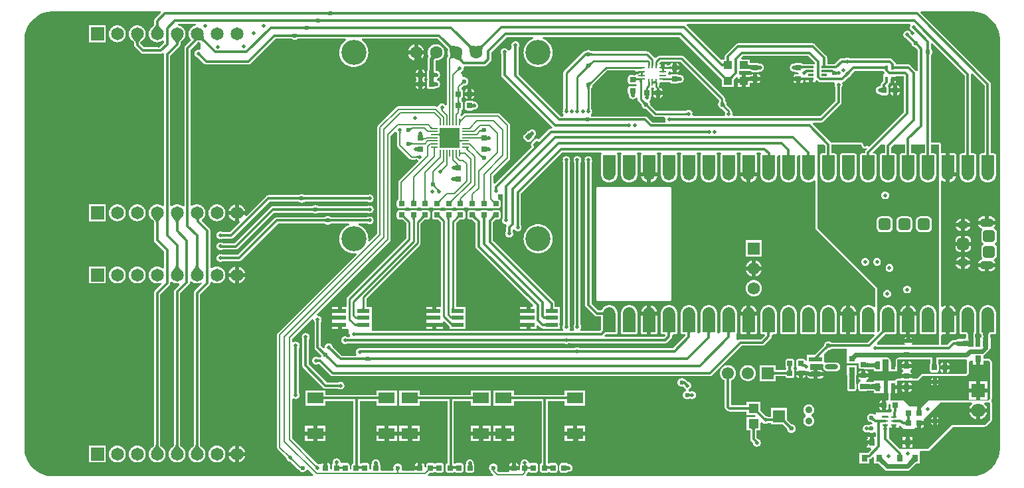
<source format=gtl>
G04*
G04 #@! TF.GenerationSoftware,Altium Limited,Altium Designer,25.8.1 (18)*
G04*
G04 Layer_Physical_Order=1*
G04 Layer_Color=255*
%FSLAX44Y44*%
%MOMM*%
G71*
G04*
G04 #@! TF.SameCoordinates,74B96BC4-F20B-47FB-8E9B-22239AF92EBC*
G04*
G04*
G04 #@! TF.FilePolarity,Positive*
G04*
G01*
G75*
%ADD10C,0.5000*%
%ADD11C,0.2000*%
%ADD13C,0.2500*%
%ADD17C,0.3000*%
%ADD18C,0.4000*%
%ADD21R,1.0000X1.0000*%
%ADD22R,0.7200X0.3000*%
%ADD23O,0.2000X0.8500*%
%ADD24R,0.3000X0.6000*%
G04:AMPARAMS|DCode=25|XSize=0.76mm|YSize=0.6604mm|CornerRadius=0.0825mm|HoleSize=0mm|Usage=FLASHONLY|Rotation=0.000|XOffset=0mm|YOffset=0mm|HoleType=Round|Shape=RoundedRectangle|*
%AMROUNDEDRECTD25*
21,1,0.7600,0.4953,0,0,0.0*
21,1,0.5949,0.6604,0,0,0.0*
1,1,0.1651,0.2975,-0.2477*
1,1,0.1651,-0.2975,-0.2477*
1,1,0.1651,-0.2975,0.2477*
1,1,0.1651,0.2975,0.2477*
%
%ADD25ROUNDEDRECTD25*%
G04:AMPARAMS|DCode=26|XSize=0.76mm|YSize=0.6604mm|CornerRadius=0.0825mm|HoleSize=0mm|Usage=FLASHONLY|Rotation=270.000|XOffset=0mm|YOffset=0mm|HoleType=Round|Shape=RoundedRectangle|*
%AMROUNDEDRECTD26*
21,1,0.7600,0.4953,0,0,270.0*
21,1,0.5949,0.6604,0,0,270.0*
1,1,0.1651,-0.2477,-0.2975*
1,1,0.1651,-0.2477,0.2975*
1,1,0.1651,0.2477,0.2975*
1,1,0.1651,0.2477,-0.2975*
%
%ADD26ROUNDEDRECTD26*%
%ADD27O,0.8500X0.2000*%
G04:AMPARAMS|DCode=28|XSize=0.76mm|YSize=0.6604mm|CornerRadius=0.0825mm|HoleSize=0mm|Usage=FLASHONLY|Rotation=225.000|XOffset=0mm|YOffset=0mm|HoleType=Round|Shape=RoundedRectangle|*
%AMROUNDEDRECTD28*
21,1,0.7600,0.4953,0,0,225.0*
21,1,0.5949,0.6604,0,0,225.0*
1,1,0.1651,-0.3854,-0.0352*
1,1,0.1651,0.0352,0.3854*
1,1,0.1651,0.3854,0.0352*
1,1,0.1651,-0.0352,-0.3854*
%
%ADD28ROUNDEDRECTD28*%
%ADD29O,0.2500X0.9500*%
%ADD30O,0.9500X0.2500*%
%ADD31R,1.6844X0.6268*%
G04:AMPARAMS|DCode=32|XSize=1.6844mm|YSize=0.6268mm|CornerRadius=0.3134mm|HoleSize=0mm|Usage=FLASHONLY|Rotation=0.000|XOffset=0mm|YOffset=0mm|HoleType=Round|Shape=RoundedRectangle|*
%AMROUNDEDRECTD32*
21,1,1.6844,0.0000,0,0,0.0*
21,1,1.0575,0.6268,0,0,0.0*
1,1,0.6268,0.5288,0.0000*
1,1,0.6268,-0.5288,0.0000*
1,1,0.6268,-0.5288,0.0000*
1,1,0.6268,0.5288,0.0000*
%
%ADD32ROUNDEDRECTD32*%
G04:AMPARAMS|DCode=33|XSize=1.5mm|YSize=1.5mm|CornerRadius=0.3mm|HoleSize=0mm|Usage=FLASHONLY|Rotation=270.000|XOffset=0mm|YOffset=0mm|HoleType=Round|Shape=RoundedRectangle|*
%AMROUNDEDRECTD33*
21,1,1.5000,0.9000,0,0,270.0*
21,1,0.9000,1.5000,0,0,270.0*
1,1,0.6000,-0.4500,-0.4500*
1,1,0.6000,-0.4500,0.4500*
1,1,0.6000,0.4500,0.4500*
1,1,0.6000,0.4500,-0.4500*
%
%ADD33ROUNDEDRECTD33*%
%ADD34O,1.8000X1.1000*%
%ADD35O,1.4500X1.0500*%
%ADD36R,1.5748X1.5748*%
%ADD37C,1.5748*%
%ADD38R,2.1000X1.4000*%
%ADD39R,1.6000X0.5000*%
%ADD40R,2.6500X2.6500*%
%ADD41R,0.6000X1.1000*%
%ADD42R,0.8000X0.9000*%
%ADD43R,1.2000X1.2000*%
%ADD44R,1.5000X1.6000*%
%ADD45R,0.8000X0.8000*%
%ADD66R,0.7500X0.2800*%
%ADD67C,0.2520*%
%ADD79C,0.6000*%
%ADD80C,0.2540*%
%ADD81C,0.6000*%
%ADD82C,1.6510*%
%ADD83C,1.6000*%
%ADD84R,1.6510X1.6510*%
%ADD85R,1.5500X1.5500*%
%ADD86C,1.5500*%
%ADD87C,0.9000*%
%ADD88C,1.8000*%
%ADD89R,1.8000X1.8000*%
%ADD90C,0.5000*%
%ADD91C,4.0000*%
%ADD92C,3.2000*%
G36*
X392166Y591623D02*
X391923Y591790D01*
X391650Y591939D01*
X391348Y592070D01*
X391016Y592184D01*
X390654Y592281D01*
X390262Y592360D01*
X389841Y592421D01*
X388909Y592491D01*
X388398Y592500D01*
Y595500D01*
X388909Y595509D01*
X389841Y595579D01*
X390262Y595640D01*
X390654Y595719D01*
X391016Y595816D01*
X391348Y595930D01*
X391650Y596061D01*
X391923Y596211D01*
X392166Y596377D01*
Y591623D01*
D02*
G37*
G36*
X375955Y582623D02*
X375712Y582789D01*
X375439Y582939D01*
X375137Y583070D01*
X374805Y583184D01*
X374443Y583281D01*
X374051Y583360D01*
X373630Y583421D01*
X372697Y583491D01*
X372187Y583500D01*
Y586500D01*
X372697Y586509D01*
X373630Y586579D01*
X374051Y586640D01*
X374443Y586719D01*
X374805Y586816D01*
X375137Y586930D01*
X375439Y587061D01*
X375712Y587211D01*
X375955Y587377D01*
Y582623D01*
D02*
G37*
G36*
X379855Y587213D02*
X380129Y587063D01*
X380432Y586931D01*
X380765Y586817D01*
X381127Y586720D01*
X381519Y586641D01*
X381941Y586579D01*
X382873Y586509D01*
X383383Y586500D01*
Y583500D01*
X382873Y583491D01*
X381941Y583421D01*
X381519Y583359D01*
X381127Y583280D01*
X380765Y583183D01*
X380432Y583069D01*
X380129Y582937D01*
X379855Y582787D01*
X379611Y582620D01*
Y587380D01*
X379855Y587213D01*
D02*
G37*
G36*
X173843Y580762D02*
X173971Y580130D01*
X174185Y579473D01*
X174485Y578791D01*
X174870Y578086D01*
X175340Y577356D01*
X175897Y576603D01*
X176538Y575824D01*
X178079Y574195D01*
X166522D01*
X167335Y575022D01*
X168704Y576603D01*
X169260Y577356D01*
X169730Y578086D01*
X170116Y578791D01*
X170415Y579473D01*
X170629Y580130D01*
X170757Y580762D01*
X170800Y581371D01*
X173800D01*
X173843Y580762D01*
D02*
G37*
G36*
X365008Y578211D02*
X365281Y578061D01*
X365583Y577930D01*
X365915Y577816D01*
X366277Y577719D01*
X366669Y577640D01*
X367090Y577579D01*
X368023Y577509D01*
X368534Y577500D01*
Y574500D01*
X368023Y574491D01*
X367090Y574421D01*
X366669Y574360D01*
X366277Y574281D01*
X365915Y574184D01*
X365583Y574070D01*
X365281Y573939D01*
X365008Y573789D01*
X364765Y573623D01*
Y578377D01*
X365008Y578211D01*
D02*
G37*
G36*
X361105Y573623D02*
X360863Y573789D01*
X360590Y573939D01*
X360288Y574070D01*
X359955Y574184D01*
X359594Y574281D01*
X359202Y574360D01*
X358781Y574421D01*
X357848Y574491D01*
X357337Y574500D01*
Y577500D01*
X357848Y577509D01*
X358781Y577579D01*
X359202Y577640D01*
X359594Y577719D01*
X359955Y577816D01*
X360288Y577930D01*
X360590Y578061D01*
X360863Y578211D01*
X361105Y578377D01*
Y573623D01*
D02*
G37*
G36*
X1139510Y576148D02*
X1139540Y576057D01*
X1139592Y575953D01*
X1139664Y575835D01*
X1139757Y575703D01*
X1140006Y575397D01*
X1140338Y575037D01*
X1140536Y574836D01*
X1138414Y572715D01*
X1138213Y572912D01*
X1137547Y573493D01*
X1137415Y573586D01*
X1137297Y573658D01*
X1137193Y573710D01*
X1137102Y573740D01*
X1137025Y573750D01*
X1139500Y576225D01*
X1139510Y576148D01*
D02*
G37*
G36*
X1132126Y580716D02*
X1132645Y579685D01*
X1132818Y578992D01*
X1132617Y578672D01*
X1132373Y578166D01*
X1132188Y577636D01*
X1132063Y577089D01*
X1132000Y576531D01*
Y575969D01*
X1132063Y575411D01*
X1132188Y574864D01*
X1132373Y574334D01*
X1132617Y573828D01*
X1132916Y573352D01*
X1133266Y572913D01*
X1133663Y572516D01*
X1134102Y572166D01*
X1134578Y571867D01*
X1135084Y571623D01*
X1135614Y571438D01*
X1136161Y571313D01*
X1136282Y571299D01*
X1138019Y569562D01*
X1135299Y566842D01*
X1133690Y568062D01*
X1133687Y568089D01*
X1133562Y568636D01*
X1133377Y569166D01*
X1133133Y569672D01*
X1132834Y570148D01*
X1132484Y570587D01*
X1132087Y570984D01*
X1131648Y571334D01*
X1131172Y571633D01*
X1130666Y571877D01*
X1130136Y572062D01*
X1129589Y572187D01*
X1129031Y572250D01*
X1128469D01*
X1127911Y572187D01*
X1127364Y572062D01*
X1126834Y571877D01*
X1126328Y571633D01*
X1125852Y571334D01*
X1125413Y570984D01*
X1125016Y570587D01*
X1124666Y570148D01*
X1124367Y569672D01*
X1124123Y569166D01*
X1123938Y568636D01*
X1123813Y568089D01*
X1123750Y567531D01*
Y566969D01*
X1123813Y566411D01*
X1123938Y565864D01*
X1124123Y565334D01*
X1124367Y564828D01*
X1124666Y564352D01*
X1125016Y563913D01*
X1125413Y563516D01*
X1125852Y563166D01*
X1126328Y562867D01*
X1126834Y562623D01*
X1127364Y562438D01*
X1127911Y562313D01*
X1128032Y562299D01*
X1133839Y556492D01*
Y556352D01*
X1133908Y555738D01*
X1134046Y555136D01*
X1134250Y554553D01*
X1134518Y553996D01*
X1134846Y553473D01*
X1135231Y552990D01*
X1135668Y552553D01*
X1136151Y552168D01*
X1136674Y551840D01*
X1137231Y551572D01*
X1137814Y551368D01*
X1138416Y551230D01*
X1138865Y551180D01*
X1142241Y547407D01*
Y520910D01*
X1141405Y520482D01*
X1140241Y520349D01*
X1140180Y520440D01*
X1139835Y520835D01*
X1132834Y527835D01*
X1132440Y528180D01*
X1132004Y528471D01*
X1131534Y528703D01*
X1131038Y528872D01*
X1130523Y528974D01*
X1130000Y529009D01*
X1114009D01*
Y529250D01*
X1114000Y529381D01*
Y530500D01*
X1113800D01*
X1113704Y530784D01*
X1113472Y531254D01*
X1113180Y531690D01*
X1112834Y532085D01*
X1109084Y535835D01*
X1108690Y536180D01*
X1108254Y536471D01*
X1107784Y536703D01*
X1107288Y536872D01*
X1106773Y536974D01*
X1106250Y537009D01*
X1055243D01*
X1055148Y537084D01*
X1054672Y537383D01*
X1054166Y537627D01*
X1053636Y537812D01*
X1053089Y537937D01*
X1052531Y538000D01*
X1051969D01*
X1051411Y537937D01*
X1050864Y537812D01*
X1050334Y537627D01*
X1049828Y537383D01*
X1049352Y537084D01*
X1049257Y537009D01*
X1045250D01*
X1044727Y536974D01*
X1044212Y536872D01*
X1043716Y536703D01*
X1043246Y536471D01*
X1042810Y536180D01*
X1042415Y535835D01*
X1036090Y529509D01*
X1026579D01*
Y537400D01*
X1026545Y537923D01*
X1026442Y538438D01*
X1026274Y538934D01*
X1026042Y539404D01*
X1025751Y539840D01*
X1025405Y540234D01*
X1010805Y554835D01*
X1010411Y555180D01*
X1009975Y555471D01*
X1009504Y555703D01*
X1009008Y555872D01*
X1008494Y555974D01*
X1007971Y556009D01*
X913000D01*
X912477Y555974D01*
X911963Y555872D01*
X911466Y555703D01*
X910996Y555471D01*
X910560Y555180D01*
X910166Y554835D01*
X897166Y541834D01*
X896820Y541440D01*
X896529Y541004D01*
X896297Y540534D01*
X896128Y540037D01*
X896026Y539523D01*
X895992Y539000D01*
Y535500D01*
X892500D01*
Y535500D01*
X891559Y535110D01*
X847678Y578992D01*
X848506Y580991D01*
X1131848D01*
X1132126Y580716D01*
D02*
G37*
G36*
X349902Y568211D02*
X350175Y568061D01*
X350477Y567930D01*
X350809Y567816D01*
X351171Y567719D01*
X351563Y567640D01*
X351984Y567579D01*
X352916Y567509D01*
X353427Y567500D01*
Y564500D01*
X352916Y564491D01*
X351984Y564421D01*
X351563Y564360D01*
X351171Y564281D01*
X350809Y564184D01*
X350477Y564070D01*
X350175Y563939D01*
X349902Y563789D01*
X349659Y563623D01*
Y568377D01*
X349902Y568211D01*
D02*
G37*
G36*
X345999Y563623D02*
X345756Y563789D01*
X345484Y563939D01*
X345182Y564070D01*
X344849Y564184D01*
X344487Y564281D01*
X344096Y564360D01*
X343674Y564421D01*
X342742Y564491D01*
X342231Y564500D01*
Y567500D01*
X342742Y567509D01*
X343674Y567579D01*
X344096Y567640D01*
X344487Y567719D01*
X344849Y567816D01*
X345182Y567930D01*
X345484Y568061D01*
X345756Y568211D01*
X345999Y568377D01*
Y563623D01*
D02*
G37*
G36*
X231364Y567058D02*
X231514Y564972D01*
X231654Y564046D01*
X231837Y563197D01*
X232063Y562426D01*
X232333Y561733D01*
X232647Y561117D01*
X233003Y560579D01*
X233403Y560118D01*
X231282Y557997D01*
X230821Y558397D01*
X230283Y558754D01*
X229667Y559067D01*
X228974Y559337D01*
X228203Y559563D01*
X227354Y559747D01*
X226428Y559886D01*
X225424Y559983D01*
X223183Y560045D01*
X231355Y568218D01*
X231364Y567058D01*
D02*
G37*
G36*
X151866Y561578D02*
X150497Y559998D01*
X149940Y559244D01*
X149470Y558514D01*
X149085Y557809D01*
X148785Y557127D01*
X148571Y556471D01*
X148443Y555838D01*
X148400Y555229D01*
X145400D01*
X145357Y555838D01*
X145229Y556471D01*
X145015Y557127D01*
X144716Y557809D01*
X144331Y558514D01*
X143860Y559244D01*
X143304Y559998D01*
X142662Y560776D01*
X141122Y562405D01*
X152679D01*
X151866Y561578D01*
D02*
G37*
G36*
X202893Y561751D02*
X201553Y560105D01*
X201008Y559327D01*
X200547Y558579D01*
X200170Y557861D01*
X199877Y557173D01*
X199668Y556516D01*
X199542Y555888D01*
X199500Y555291D01*
X196500Y555180D01*
X196457Y555798D01*
X196326Y556435D01*
X196108Y557090D01*
X195802Y557764D01*
X195410Y558457D01*
X194930Y559168D01*
X194363Y559898D01*
X193710Y560646D01*
X192140Y562199D01*
X203689Y562619D01*
X202893Y561751D01*
D02*
G37*
G36*
X176444Y596941D02*
X177272Y594941D01*
X169466Y587135D01*
X169120Y586740D01*
X168829Y586304D01*
X168597Y585834D01*
X168428Y585337D01*
X168326Y584823D01*
X168292Y584300D01*
Y578281D01*
X167794Y578075D01*
X167041Y577691D01*
X166320Y577249D01*
X165637Y576753D01*
X164994Y576204D01*
X164396Y575606D01*
X163848Y574963D01*
X163351Y574280D01*
X162909Y573559D01*
X162526Y572806D01*
X162202Y572025D01*
X161941Y571222D01*
X161744Y570400D01*
X161611Y569565D01*
X161545Y568723D01*
Y567878D01*
X161611Y567035D01*
X161744Y566200D01*
X161941Y565378D01*
X162202Y564575D01*
X162526Y563794D01*
X162909Y563041D01*
X163351Y562320D01*
X163848Y561637D01*
X164396Y560994D01*
X164994Y560396D01*
X165637Y559847D01*
X166320Y559351D01*
X167041Y558909D01*
X167794Y558525D01*
X168575Y558202D01*
X169379Y557941D01*
X170200Y557743D01*
X171035Y557611D01*
X171878Y557545D01*
X172723D01*
X173565Y557611D01*
X174400Y557743D01*
X175222Y557941D01*
X176026Y558202D01*
X176806Y558525D01*
X177559Y558909D01*
X178280Y559351D01*
X178964Y559847D01*
X178992Y559871D01*
X180870Y559095D01*
X180992Y558970D01*
Y556660D01*
X175340Y551009D01*
X155661D01*
X150909Y555760D01*
Y558319D01*
X151406Y558525D01*
X152159Y558909D01*
X152880Y559351D01*
X153564Y559847D01*
X154206Y560396D01*
X154804Y560994D01*
X155353Y561637D01*
X155850Y562320D01*
X156291Y563041D01*
X156675Y563794D01*
X156998Y564575D01*
X157259Y565378D01*
X157457Y566200D01*
X157589Y567035D01*
X157655Y567878D01*
Y568723D01*
X157589Y569565D01*
X157457Y570400D01*
X157259Y571222D01*
X156998Y572025D01*
X156675Y572806D01*
X156291Y573559D01*
X155850Y574280D01*
X155353Y574963D01*
X154804Y575606D01*
X154206Y576204D01*
X153564Y576753D01*
X152880Y577249D01*
X152159Y577691D01*
X151406Y578075D01*
X150625Y578398D01*
X149822Y578659D01*
X149000Y578857D01*
X148165Y578989D01*
X147323Y579055D01*
X146478D01*
X145635Y578989D01*
X144800Y578857D01*
X143979Y578659D01*
X143175Y578398D01*
X142394Y578075D01*
X141641Y577691D01*
X140920Y577249D01*
X140237Y576753D01*
X139594Y576204D01*
X138996Y575606D01*
X138448Y574963D01*
X137951Y574280D01*
X137509Y573559D01*
X137126Y572806D01*
X136802Y572025D01*
X136541Y571222D01*
X136344Y570400D01*
X136212Y569565D01*
X136145Y568723D01*
Y567878D01*
X136212Y567035D01*
X136344Y566200D01*
X136541Y565378D01*
X136802Y564575D01*
X137126Y563794D01*
X137509Y563041D01*
X137951Y562320D01*
X138448Y561637D01*
X138996Y560994D01*
X139594Y560396D01*
X140237Y559847D01*
X140920Y559351D01*
X141641Y558909D01*
X142394Y558525D01*
X142892Y558319D01*
Y554100D01*
X142926Y553577D01*
X143028Y553063D01*
X143197Y552566D01*
X143429Y552096D01*
X143720Y551660D01*
X144066Y551265D01*
X151166Y544165D01*
X151560Y543820D01*
X151996Y543529D01*
X152466Y543297D01*
X152963Y543128D01*
X153477Y543026D01*
X154000Y542991D01*
X177000D01*
X177523Y543026D01*
X178038Y543128D01*
X178534Y543297D01*
X179004Y543529D01*
X179235Y543683D01*
X179897Y543457D01*
X181032Y542556D01*
X181026Y542523D01*
X180992Y542000D01*
Y349030D01*
X180870Y348905D01*
X178992Y348129D01*
X178964Y348153D01*
X178280Y348649D01*
X177559Y349091D01*
X176806Y349475D01*
X176026Y349798D01*
X175222Y350059D01*
X174400Y350257D01*
X173565Y350389D01*
X172723Y350455D01*
X171878D01*
X171035Y350389D01*
X170200Y350257D01*
X169379Y350059D01*
X168575Y349798D01*
X167794Y349475D01*
X167041Y349091D01*
X166320Y348649D01*
X165637Y348153D01*
X164994Y347604D01*
X164396Y347006D01*
X163848Y346363D01*
X163351Y345680D01*
X162909Y344959D01*
X162526Y344206D01*
X162202Y343425D01*
X161941Y342622D01*
X161744Y341800D01*
X161611Y340965D01*
X161545Y340123D01*
Y339277D01*
X161611Y338435D01*
X161744Y337600D01*
X161941Y336778D01*
X162202Y335975D01*
X162526Y335194D01*
X162909Y334441D01*
X163351Y333720D01*
X163848Y333036D01*
X164396Y332394D01*
X164994Y331796D01*
X165637Y331247D01*
X166320Y330751D01*
X167041Y330309D01*
X167794Y329925D01*
X168292Y329719D01*
Y304700D01*
X168326Y304177D01*
X168428Y303662D01*
X168597Y303166D01*
X168829Y302696D01*
X169120Y302260D01*
X169466Y301866D01*
X180992Y290340D01*
Y269630D01*
X180870Y269505D01*
X178992Y268729D01*
X178964Y268753D01*
X178280Y269249D01*
X177559Y269691D01*
X176806Y270075D01*
X176026Y270398D01*
X175222Y270659D01*
X174400Y270856D01*
X173565Y270989D01*
X172723Y271055D01*
X171878D01*
X171035Y270989D01*
X170200Y270856D01*
X169379Y270659D01*
X168575Y270398D01*
X167794Y270075D01*
X167041Y269691D01*
X166320Y269249D01*
X165637Y268753D01*
X164994Y268204D01*
X164396Y267606D01*
X163848Y266964D01*
X163351Y266280D01*
X162909Y265559D01*
X162526Y264806D01*
X162202Y264025D01*
X161941Y263222D01*
X161744Y262400D01*
X161611Y261565D01*
X161545Y260723D01*
Y259877D01*
X161611Y259035D01*
X161744Y258200D01*
X161941Y257378D01*
X162202Y256575D01*
X162526Y255794D01*
X162909Y255041D01*
X163351Y254320D01*
X163848Y253636D01*
X164396Y252994D01*
X164994Y252396D01*
X165637Y251847D01*
X166320Y251351D01*
X167041Y250909D01*
X167794Y250525D01*
X168575Y250202D01*
X169379Y249941D01*
X170200Y249743D01*
X171035Y249611D01*
X171878Y249545D01*
X172723D01*
X173565Y249611D01*
X174400Y249743D01*
X175222Y249941D01*
X176026Y250202D01*
X176806Y250525D01*
X177258Y250756D01*
X178449Y249118D01*
X169466Y240135D01*
X169120Y239740D01*
X168829Y239304D01*
X168597Y238834D01*
X168428Y238337D01*
X168326Y237823D01*
X168292Y237300D01*
Y41681D01*
X167794Y41475D01*
X167041Y41091D01*
X166320Y40649D01*
X165637Y40153D01*
X164994Y39604D01*
X164396Y39006D01*
X163848Y38363D01*
X163351Y37680D01*
X162909Y36959D01*
X162526Y36206D01*
X162202Y35425D01*
X161941Y34622D01*
X161744Y33800D01*
X161611Y32965D01*
X161545Y32123D01*
Y31277D01*
X161611Y30435D01*
X161744Y29600D01*
X161941Y28778D01*
X162202Y27975D01*
X162526Y27194D01*
X162909Y26441D01*
X163351Y25720D01*
X163848Y25036D01*
X164396Y24394D01*
X164994Y23796D01*
X165637Y23247D01*
X166320Y22751D01*
X167041Y22309D01*
X167794Y21925D01*
X168575Y21602D01*
X169379Y21341D01*
X170200Y21144D01*
X171035Y21011D01*
X171878Y20945D01*
X172723D01*
X173565Y21011D01*
X174400Y21144D01*
X175222Y21341D01*
X176026Y21602D01*
X176806Y21925D01*
X177559Y22309D01*
X178280Y22751D01*
X178964Y23247D01*
X179606Y23796D01*
X180204Y24394D01*
X180753Y25036D01*
X181250Y25720D01*
X181691Y26441D01*
X182075Y27194D01*
X182398Y27975D01*
X182659Y28778D01*
X182857Y29600D01*
X182989Y30435D01*
X183055Y31277D01*
Y32123D01*
X182989Y32965D01*
X182857Y33800D01*
X182659Y34622D01*
X182398Y35425D01*
X182075Y36206D01*
X181691Y36959D01*
X181250Y37680D01*
X180753Y38363D01*
X180204Y39006D01*
X179606Y39604D01*
X178964Y40153D01*
X178280Y40649D01*
X177559Y41091D01*
X176806Y41475D01*
X176309Y41681D01*
Y235640D01*
X187835Y247166D01*
X188180Y247560D01*
X188472Y247996D01*
X188704Y248466D01*
X188872Y248962D01*
X188974Y249477D01*
X189009Y250000D01*
Y250970D01*
X189130Y251095D01*
X191009Y251871D01*
X191037Y251847D01*
X191720Y251351D01*
X192441Y250909D01*
X193194Y250525D01*
X193975Y250202D01*
X194779Y249941D01*
X195600Y249743D01*
X196435Y249611D01*
X197278Y249545D01*
X198123D01*
X198965Y249611D01*
X199800Y249743D01*
X200872Y247953D01*
X200933Y247601D01*
X194866Y241535D01*
X194520Y241140D01*
X194229Y240704D01*
X193997Y240234D01*
X193828Y239737D01*
X193726Y239223D01*
X193692Y238700D01*
Y41681D01*
X193194Y41475D01*
X192441Y41091D01*
X191720Y40649D01*
X191037Y40153D01*
X190394Y39604D01*
X189796Y39006D01*
X189248Y38363D01*
X188751Y37680D01*
X188309Y36959D01*
X187926Y36206D01*
X187602Y35425D01*
X187341Y34622D01*
X187144Y33800D01*
X187012Y32965D01*
X186945Y32123D01*
Y31277D01*
X187012Y30435D01*
X187144Y29600D01*
X187341Y28778D01*
X187602Y27975D01*
X187926Y27194D01*
X188309Y26441D01*
X188751Y25720D01*
X189248Y25036D01*
X189796Y24394D01*
X190394Y23796D01*
X191037Y23247D01*
X191720Y22751D01*
X192441Y22309D01*
X193194Y21925D01*
X193975Y21602D01*
X194779Y21341D01*
X195600Y21144D01*
X196435Y21011D01*
X197278Y20945D01*
X198123D01*
X198965Y21011D01*
X199800Y21144D01*
X200622Y21341D01*
X201425Y21602D01*
X202206Y21925D01*
X202959Y22309D01*
X203680Y22751D01*
X204364Y23247D01*
X205006Y23796D01*
X205604Y24394D01*
X206153Y25036D01*
X206649Y25720D01*
X207091Y26441D01*
X207475Y27194D01*
X207798Y27975D01*
X208059Y28778D01*
X208257Y29600D01*
X208389Y30435D01*
X208455Y31277D01*
Y32123D01*
X208389Y32965D01*
X208257Y33800D01*
X208059Y34622D01*
X207798Y35425D01*
X207475Y36206D01*
X207091Y36959D01*
X206649Y37680D01*
X206153Y38363D01*
X205604Y39006D01*
X205006Y39604D01*
X204364Y40153D01*
X203680Y40649D01*
X202959Y41091D01*
X202206Y41475D01*
X201709Y41681D01*
Y237040D01*
X212835Y248165D01*
X213180Y248560D01*
X213472Y248996D01*
X213704Y249466D01*
X213872Y249963D01*
X213974Y250477D01*
X214009Y251000D01*
Y251353D01*
X215223Y252062D01*
X216009Y252213D01*
X216437Y251847D01*
X217120Y251351D01*
X217841Y250909D01*
X218594Y250525D01*
X219375Y250202D01*
X220179Y249941D01*
X221000Y249743D01*
X221835Y249611D01*
X222678Y249545D01*
X223523D01*
X224365Y249611D01*
X225200Y249743D01*
X226022Y249941D01*
X226826Y250202D01*
X227606Y250525D01*
X228359Y250909D01*
X228494Y250992D01*
X229741Y249410D01*
X220266Y239935D01*
X219920Y239540D01*
X219629Y239104D01*
X219397Y238634D01*
X219228Y238138D01*
X219126Y237623D01*
X219092Y237100D01*
Y41681D01*
X218594Y41475D01*
X217841Y41091D01*
X217120Y40649D01*
X216437Y40153D01*
X215794Y39604D01*
X215196Y39006D01*
X214648Y38363D01*
X214151Y37680D01*
X213709Y36959D01*
X213326Y36206D01*
X213002Y35425D01*
X212741Y34622D01*
X212544Y33800D01*
X212411Y32965D01*
X212345Y32123D01*
Y31277D01*
X212411Y30435D01*
X212544Y29600D01*
X212741Y28778D01*
X213002Y27975D01*
X213326Y27194D01*
X213709Y26441D01*
X214151Y25720D01*
X214648Y25036D01*
X215196Y24394D01*
X215794Y23796D01*
X216437Y23247D01*
X217120Y22751D01*
X217841Y22309D01*
X218594Y21925D01*
X219375Y21602D01*
X220179Y21341D01*
X221000Y21144D01*
X221835Y21011D01*
X222678Y20945D01*
X223523D01*
X224365Y21011D01*
X225200Y21144D01*
X226022Y21341D01*
X226826Y21602D01*
X227606Y21925D01*
X228359Y22309D01*
X229080Y22751D01*
X229764Y23247D01*
X230406Y23796D01*
X231004Y24394D01*
X231553Y25036D01*
X232050Y25720D01*
X232491Y26441D01*
X232875Y27194D01*
X233198Y27975D01*
X233459Y28778D01*
X233657Y29600D01*
X233789Y30435D01*
X233855Y31277D01*
Y32123D01*
X233789Y32965D01*
X233657Y33800D01*
X233459Y34622D01*
X233198Y35425D01*
X232875Y36206D01*
X232491Y36959D01*
X232050Y37680D01*
X231553Y38363D01*
X231004Y39006D01*
X230406Y39604D01*
X229764Y40153D01*
X229080Y40649D01*
X228359Y41091D01*
X227606Y41475D01*
X227109Y41681D01*
Y235440D01*
X238835Y247166D01*
X239180Y247560D01*
X239472Y247996D01*
X239704Y248466D01*
X239872Y248963D01*
X239974Y249477D01*
X240009Y250000D01*
Y250778D01*
X241400Y251592D01*
X242009Y251722D01*
X242520Y251351D01*
X243241Y250909D01*
X243994Y250525D01*
X244775Y250202D01*
X245579Y249941D01*
X246400Y249743D01*
X247235Y249611D01*
X248078Y249545D01*
X248923D01*
X249765Y249611D01*
X250600Y249743D01*
X251422Y249941D01*
X252225Y250202D01*
X253006Y250525D01*
X253759Y250909D01*
X254480Y251351D01*
X255164Y251847D01*
X255806Y252396D01*
X256404Y252994D01*
X256953Y253636D01*
X257449Y254320D01*
X257891Y255041D01*
X258275Y255794D01*
X258598Y256575D01*
X258859Y257378D01*
X259057Y258200D01*
X259189Y259035D01*
X259255Y259877D01*
Y260723D01*
X259189Y261565D01*
X259057Y262400D01*
X258859Y263222D01*
X258598Y264025D01*
X258275Y264806D01*
X257891Y265559D01*
X257449Y266280D01*
X256953Y266964D01*
X256404Y267606D01*
X255806Y268204D01*
X255164Y268753D01*
X254480Y269249D01*
X253759Y269691D01*
X253006Y270075D01*
X252225Y270398D01*
X251422Y270659D01*
X250600Y270856D01*
X249765Y270989D01*
X248923Y271055D01*
X248078D01*
X247235Y270989D01*
X246400Y270856D01*
X245579Y270659D01*
X244775Y270398D01*
X243994Y270075D01*
X243241Y269691D01*
X242520Y269249D01*
X242009Y268878D01*
X241400Y269008D01*
X240009Y269822D01*
Y317000D01*
X239974Y317523D01*
X239872Y318037D01*
X239704Y318534D01*
X239472Y319004D01*
X239180Y319440D01*
X238835Y319834D01*
X229676Y328993D01*
X229745Y330770D01*
X230026Y331471D01*
X230406Y331796D01*
X231004Y332394D01*
X231553Y333036D01*
X232050Y333720D01*
X232491Y334441D01*
X232875Y335194D01*
X233198Y335975D01*
X233459Y336778D01*
X233657Y337600D01*
X233789Y338435D01*
X233855Y339277D01*
Y340123D01*
X233789Y340965D01*
X233657Y341800D01*
X233459Y342622D01*
X233198Y343425D01*
X232875Y344206D01*
X232491Y344959D01*
X232050Y345680D01*
X231553Y346363D01*
X231004Y347006D01*
X230406Y347604D01*
X229764Y348153D01*
X229080Y348649D01*
X228359Y349091D01*
X227606Y349475D01*
X226826Y349798D01*
X226022Y350059D01*
X225200Y350257D01*
X224365Y350389D01*
X223523Y350455D01*
X222678D01*
X221835Y350389D01*
X221000Y350257D01*
X220179Y350059D01*
X219375Y349798D01*
X218594Y349475D01*
X217841Y349091D01*
X217120Y348649D01*
X217009Y348568D01*
X215354Y349222D01*
X215009Y349563D01*
Y548162D01*
X223350Y556503D01*
X223695Y556897D01*
X223987Y557333D01*
X224114Y557592D01*
X224365Y557611D01*
X225200Y557743D01*
X225753Y557876D01*
X226472Y557583D01*
X227626Y556665D01*
X227753Y556421D01*
Y549430D01*
X227682Y549277D01*
X227273Y548815D01*
X225857Y547948D01*
X225753Y547947D01*
X225281Y548000D01*
X224719D01*
X224161Y547937D01*
X223614Y547812D01*
X223084Y547627D01*
X222578Y547383D01*
X222102Y547084D01*
X221663Y546734D01*
X221266Y546337D01*
X220916Y545898D01*
X220617Y545422D01*
X220373Y544916D01*
X220188Y544386D01*
X220063Y543839D01*
X220000Y543281D01*
Y542719D01*
X220063Y542161D01*
X220188Y541614D01*
X220373Y541084D01*
X220617Y540578D01*
X220916Y540102D01*
X221266Y539663D01*
X221663Y539266D01*
X222102Y538916D01*
X222578Y538617D01*
X223084Y538373D01*
X223614Y538188D01*
X224161Y538063D01*
X224282Y538049D01*
X232166Y530165D01*
X232560Y529820D01*
X232996Y529529D01*
X233466Y529297D01*
X233963Y529128D01*
X234477Y529026D01*
X235000Y528991D01*
X289000D01*
X289523Y529026D01*
X290038Y529128D01*
X290534Y529297D01*
X291004Y529529D01*
X291440Y529820D01*
X291835Y530165D01*
X323661Y561992D01*
X344060D01*
X344159Y561893D01*
X344641Y561507D01*
X345165Y561179D01*
X345721Y560911D01*
X346304Y560707D01*
X346907Y560569D01*
X347520Y560500D01*
X348138D01*
X348752Y560569D01*
X349354Y560707D01*
X349937Y560911D01*
X350494Y561179D01*
X351017Y561507D01*
X351500Y561893D01*
X351599Y561992D01*
X412296D01*
X412765Y561098D01*
X412886Y559991D01*
X412219Y559546D01*
X411258Y558808D01*
X410347Y558010D01*
X409490Y557153D01*
X408692Y556243D01*
X407954Y555282D01*
X407281Y554274D01*
X406676Y553226D01*
X406140Y552139D01*
X405677Y551020D01*
X405287Y549873D01*
X404974Y548703D01*
X404738Y547515D01*
X404579Y546314D01*
X404500Y545106D01*
Y543894D01*
X404579Y542686D01*
X404738Y541485D01*
X404974Y540297D01*
X405287Y539127D01*
X405677Y537980D01*
X406140Y536861D01*
X406676Y535774D01*
X407281Y534725D01*
X407954Y533718D01*
X408692Y532757D01*
X409490Y531847D01*
X410347Y530990D01*
X411258Y530192D01*
X412219Y529454D01*
X413226Y528781D01*
X414275Y528176D01*
X415361Y527640D01*
X416480Y527177D01*
X417627Y526787D01*
X418797Y526474D01*
X419985Y526237D01*
X421186Y526079D01*
X422394Y526000D01*
X423606D01*
X424814Y526079D01*
X426015Y526237D01*
X427203Y526474D01*
X428373Y526787D01*
X429520Y527177D01*
X430639Y527640D01*
X431726Y528176D01*
X432775Y528781D01*
X433782Y529454D01*
X434743Y530192D01*
X435653Y530990D01*
X436510Y531847D01*
X437309Y532757D01*
X438046Y533718D01*
X438719Y534725D01*
X439324Y535774D01*
X439860Y536861D01*
X440324Y537980D01*
X440713Y539127D01*
X441026Y540297D01*
X441263Y541485D01*
X441421Y542686D01*
X441500Y543894D01*
Y545106D01*
X441421Y546314D01*
X441263Y547515D01*
X441026Y548703D01*
X440713Y549873D01*
X440324Y551020D01*
X439860Y552139D01*
X439324Y553226D01*
X438719Y554274D01*
X438046Y555282D01*
X437309Y556243D01*
X436510Y557153D01*
X435653Y558010D01*
X434743Y558808D01*
X433782Y559546D01*
X433115Y559991D01*
X433236Y561098D01*
X433704Y561992D01*
X530040D01*
X543496Y548535D01*
X543490Y548522D01*
X543176Y547660D01*
X542939Y546775D01*
X542780Y545872D01*
X542700Y544958D01*
Y544042D01*
X542780Y543128D01*
X542939Y542225D01*
X543176Y541340D01*
X543490Y540478D01*
X543722Y539982D01*
X543020Y539280D01*
X542718Y538935D01*
X542463Y538554D01*
X542260Y538142D01*
X542112Y537708D01*
X542023Y537258D01*
X541993Y536800D01*
Y477488D01*
X541774Y477356D01*
X539883Y476673D01*
X539584Y477148D01*
X539234Y477587D01*
X538837Y477984D01*
X538398Y478334D01*
X537923Y478633D01*
X537417Y478877D01*
X536886Y479062D01*
X536339Y479187D01*
X535781Y479250D01*
X535219D01*
X534661Y479187D01*
X534114Y479062D01*
X533584Y478877D01*
X533078Y478633D01*
X532602Y478334D01*
X532163Y477984D01*
X531766Y477587D01*
X531416Y477148D01*
X531117Y476672D01*
X530873Y476166D01*
X530824Y476025D01*
X530274Y475603D01*
X529804Y475402D01*
X528874Y475156D01*
X528559Y475169D01*
X528414Y475241D01*
X527979Y475388D01*
X527529Y475477D01*
X527071Y475508D01*
X479858D01*
X479400Y475477D01*
X478950Y475388D01*
X478516Y475241D01*
X478104Y475038D01*
X477723Y474783D01*
X477378Y474480D01*
X454020Y451122D01*
X453717Y450777D01*
X453462Y450396D01*
X453260Y449984D01*
X453112Y449550D01*
X453023Y449100D01*
X452993Y448642D01*
Y312953D01*
X443221Y303181D01*
X441349Y304137D01*
X441421Y304686D01*
X441500Y305895D01*
Y307106D01*
X441421Y308315D01*
X441263Y309516D01*
X441026Y310704D01*
X440713Y311874D01*
X440324Y313021D01*
X439860Y314140D01*
X439324Y315226D01*
X438719Y316275D01*
X438046Y317282D01*
X437309Y318243D01*
X436510Y319154D01*
X435653Y320010D01*
X434743Y320809D01*
X433782Y321546D01*
X432775Y322219D01*
X431726Y322825D01*
X430639Y323360D01*
X429520Y323824D01*
X429027Y323991D01*
X429357Y325991D01*
X440257D01*
X440352Y325916D01*
X440828Y325617D01*
X441334Y325373D01*
X441864Y325188D01*
X442411Y325063D01*
X442969Y325000D01*
X443531D01*
X444089Y325063D01*
X444636Y325188D01*
X445166Y325373D01*
X445672Y325617D01*
X446148Y325916D01*
X446587Y326266D01*
X446984Y326663D01*
X447334Y327102D01*
X447633Y327578D01*
X447877Y328084D01*
X448062Y328614D01*
X448187Y329161D01*
X448250Y329719D01*
Y330281D01*
X448187Y330839D01*
X448062Y331386D01*
X447877Y331916D01*
X447633Y332422D01*
X447334Y332898D01*
X446984Y333337D01*
X446587Y333734D01*
X446148Y334084D01*
X445672Y334383D01*
X445166Y334627D01*
X444636Y334812D01*
X444089Y334937D01*
X443531Y335000D01*
X442969D01*
X442411Y334937D01*
X441864Y334812D01*
X441334Y334627D01*
X440828Y334383D01*
X440352Y334084D01*
X440257Y334009D01*
X393764D01*
X393665Y334108D01*
X393182Y334493D01*
X392659Y334821D01*
X392103Y335089D01*
X391519Y335293D01*
X390917Y335431D01*
X390303Y335500D01*
X389686D01*
X389072Y335431D01*
X388469Y335293D01*
X387886Y335089D01*
X387330Y334821D01*
X386807Y334493D01*
X386324Y334108D01*
X386225Y334009D01*
X325000D01*
X324477Y333974D01*
X323963Y333872D01*
X323466Y333703D01*
X322996Y333471D01*
X322560Y333180D01*
X322165Y332835D01*
X275340Y286009D01*
X255993D01*
X255898Y286084D01*
X255422Y286383D01*
X254916Y286627D01*
X254386Y286812D01*
X253839Y286937D01*
X253281Y287000D01*
X252719D01*
X252161Y286937D01*
X251614Y286812D01*
X251084Y286627D01*
X250578Y286383D01*
X250102Y286084D01*
X249663Y285734D01*
X249266Y285337D01*
X248916Y284898D01*
X248617Y284422D01*
X248373Y283916D01*
X248188Y283386D01*
X248063Y282839D01*
X248000Y282281D01*
Y281719D01*
X248063Y281161D01*
X248188Y280614D01*
X248373Y280084D01*
X248617Y279578D01*
X248916Y279102D01*
X249266Y278663D01*
X249663Y278266D01*
X250102Y277916D01*
X250578Y277617D01*
X251084Y277373D01*
X251614Y277188D01*
X252161Y277063D01*
X252719Y277000D01*
X253281D01*
X253839Y277063D01*
X254386Y277188D01*
X254916Y277373D01*
X255422Y277617D01*
X255898Y277916D01*
X255993Y277991D01*
X277000D01*
X277523Y278026D01*
X278037Y278128D01*
X278534Y278297D01*
X279004Y278528D01*
X279440Y278820D01*
X279834Y279165D01*
X326660Y325991D01*
X386225D01*
X386324Y325892D01*
X386807Y325507D01*
X387330Y325179D01*
X387886Y324911D01*
X388469Y324707D01*
X389072Y324569D01*
X389686Y324500D01*
X390303D01*
X390917Y324569D01*
X391519Y324707D01*
X392103Y324911D01*
X392659Y325179D01*
X393182Y325507D01*
X393665Y325892D01*
X393764Y325991D01*
X416643D01*
X416973Y323991D01*
X416480Y323824D01*
X415361Y323360D01*
X414275Y322825D01*
X413226Y322219D01*
X412219Y321546D01*
X411258Y320809D01*
X410347Y320010D01*
X409490Y319154D01*
X408692Y318243D01*
X407954Y317282D01*
X407281Y316275D01*
X406676Y315226D01*
X406140Y314140D01*
X405677Y313021D01*
X405287Y311874D01*
X404974Y310704D01*
X404738Y309516D01*
X404579Y308315D01*
X404500Y307106D01*
Y305895D01*
X404579Y304686D01*
X404738Y303485D01*
X404974Y302297D01*
X405287Y301127D01*
X405677Y299980D01*
X406140Y298861D01*
X406676Y297775D01*
X407281Y296726D01*
X407954Y295719D01*
X408692Y294758D01*
X409490Y293847D01*
X410347Y292991D01*
X411258Y292192D01*
X412219Y291455D01*
X413226Y290782D01*
X414275Y290176D01*
X415361Y289641D01*
X416480Y289177D01*
X417627Y288788D01*
X418797Y288474D01*
X419985Y288238D01*
X421186Y288080D01*
X422394Y288001D01*
X423606D01*
X424814Y288080D01*
X425363Y288152D01*
X426319Y286280D01*
X326307Y186267D01*
X326004Y185923D01*
X325750Y185541D01*
X325547Y185130D01*
X325399Y184695D01*
X325310Y184245D01*
X325280Y183787D01*
Y40213D01*
X325310Y39755D01*
X325399Y39305D01*
X325547Y38870D01*
X325750Y38459D01*
X326004Y38077D01*
X326307Y37733D01*
X337000Y27040D01*
Y26719D01*
X337063Y26161D01*
X337188Y25614D01*
X337373Y25084D01*
X337617Y24578D01*
X337916Y24102D01*
X338266Y23663D01*
X338663Y23266D01*
X339102Y22916D01*
X339578Y22617D01*
X340084Y22373D01*
X340614Y22188D01*
X341161Y22063D01*
X341719Y22000D01*
X342040D01*
X351777Y12262D01*
X352122Y11960D01*
X352504Y11705D01*
X352915Y11502D01*
X353134Y11428D01*
X353179Y11335D01*
X353507Y10812D01*
X353893Y10329D01*
X354329Y9893D01*
X354812Y9507D01*
X355335Y9179D01*
X355892Y8911D01*
X356475Y8707D01*
X357077Y8569D01*
X357691Y8500D01*
X358309D01*
X358923Y8569D01*
X359525Y8707D01*
X360108Y8911D01*
X360665Y9179D01*
X361188Y9507D01*
X361671Y9893D01*
X362108Y10329D01*
X362493Y10812D01*
X362821Y11335D01*
X362839Y11372D01*
X364318Y11874D01*
X365178Y11861D01*
X371981Y5059D01*
X371152Y3059D01*
X40000Y3059D01*
X37579Y3059D01*
X32778Y3691D01*
X28100Y4944D01*
X23626Y6797D01*
X19433Y9219D01*
X15591Y12167D01*
X12167Y15591D01*
X9219Y19432D01*
X6797Y23626D01*
X4944Y28100D01*
X3691Y32778D01*
X3059Y37579D01*
Y40000D01*
X3059Y560000D01*
Y562421D01*
X3691Y567222D01*
X4944Y571900D01*
X6797Y576374D01*
X9219Y580568D01*
X12167Y584409D01*
X15591Y587834D01*
X19433Y590782D01*
X23626Y593203D01*
X28100Y595056D01*
X32778Y596309D01*
X37579Y596941D01*
X40000D01*
X176444Y596941D01*
D02*
G37*
G36*
X630810Y551824D02*
X630768Y551738D01*
X630730Y551628D01*
X630698Y551493D01*
X630670Y551334D01*
X630630Y550942D01*
X630610Y550452D01*
X630608Y550171D01*
X627608D01*
X627605Y550452D01*
X627545Y551334D01*
X627518Y551493D01*
X627485Y551628D01*
X627448Y551738D01*
X627405Y551824D01*
X627358Y551885D01*
X630858D01*
X630810Y551824D01*
D02*
G37*
G36*
X1156509Y550249D02*
X1156579Y549317D01*
X1156640Y548895D01*
X1156719Y548504D01*
X1156816Y548142D01*
X1156930Y547809D01*
X1157061Y547507D01*
X1157210Y547235D01*
X1157377Y546992D01*
X1152623D01*
X1152790Y547235D01*
X1152939Y547507D01*
X1153070Y547809D01*
X1153184Y548142D01*
X1153281Y548504D01*
X1153360Y548895D01*
X1153421Y549317D01*
X1153491Y550249D01*
X1153500Y550760D01*
X1156500D01*
X1156509Y550249D01*
D02*
G37*
G36*
X588611Y552390D02*
X588219Y551939D01*
X587869Y551415D01*
X587561Y550818D01*
X587296Y550147D01*
X587074Y549403D01*
X586894Y548585D01*
X586757Y547694D01*
X586662Y546730D01*
X586600Y544580D01*
X578680Y552500D01*
X579791Y552509D01*
X581794Y552657D01*
X582685Y552794D01*
X583503Y552974D01*
X584247Y553196D01*
X584918Y553461D01*
X585516Y553769D01*
X586040Y554119D01*
X586490Y554511D01*
X588611Y552390D01*
D02*
G37*
G36*
X571161Y554119D02*
X571685Y553769D01*
X572282Y553461D01*
X572953Y553196D01*
X573697Y552974D01*
X574515Y552794D01*
X575406Y552657D01*
X576371Y552562D01*
X578520Y552500D01*
X570600Y544580D01*
X570591Y545691D01*
X570443Y547694D01*
X570306Y548585D01*
X570126Y549403D01*
X569904Y550147D01*
X569639Y550818D01*
X569331Y551415D01*
X568981Y551939D01*
X568589Y552390D01*
X570710Y554511D01*
X571161Y554119D01*
D02*
G37*
G36*
X545761D02*
X546285Y553769D01*
X546882Y553461D01*
X547553Y553196D01*
X548297Y552974D01*
X549115Y552794D01*
X550006Y552657D01*
X550971Y552562D01*
X553120Y552500D01*
X545200Y544580D01*
X545191Y545691D01*
X545043Y547694D01*
X544906Y548585D01*
X544726Y549403D01*
X544504Y550147D01*
X544239Y550818D01*
X543931Y551415D01*
X543581Y551939D01*
X543189Y552390D01*
X545310Y554511D01*
X545761Y554119D01*
D02*
G37*
G36*
X616703Y543153D02*
X616660Y543068D01*
X616623Y542957D01*
X616590Y542823D01*
X616563Y542663D01*
X616523Y542272D01*
X616503Y541782D01*
X616500Y541500D01*
X613500D01*
X613498Y541782D01*
X613438Y542663D01*
X613410Y542823D01*
X613378Y542957D01*
X613340Y543068D01*
X613298Y543153D01*
X613250Y543215D01*
X616750D01*
X616703Y543153D01*
D02*
G37*
G36*
X553201Y543000D02*
X553163Y542979D01*
X553085Y542915D01*
X552806Y542661D01*
X550995Y540881D01*
X549581Y542295D01*
X551700Y544501D01*
X553201Y543000D01*
D02*
G37*
G36*
X719391Y540519D02*
X719348Y540565D01*
X719272Y540606D01*
X719164Y540642D01*
X719024Y540673D01*
X718852Y540700D01*
X718412Y540738D01*
X717843Y540758D01*
X717510Y540760D01*
Y543260D01*
X717845Y543262D01*
X719033Y543346D01*
X719173Y543377D01*
X719281Y543413D01*
X719358Y543453D01*
X719401Y543499D01*
X719391Y540519D01*
D02*
G37*
G36*
X724115Y544176D02*
X724429Y543982D01*
X724752Y543811D01*
X725082Y543662D01*
X725420Y543536D01*
X725766Y543433D01*
X726120Y543353D01*
X726481Y543296D01*
X726850Y543261D01*
X727227Y543250D01*
Y540750D01*
X726850Y540739D01*
X726481Y540704D01*
X726120Y540647D01*
X725766Y540567D01*
X725420Y540464D01*
X725082Y540338D01*
X724752Y540190D01*
X724429Y540018D01*
X724115Y539823D01*
X723808Y539606D01*
Y544394D01*
X724115Y544176D01*
D02*
G37*
G36*
X1157210Y543089D02*
X1157061Y542816D01*
X1156930Y542514D01*
X1156816Y542182D01*
X1156719Y541820D01*
X1156640Y541428D01*
X1156579Y541007D01*
X1156509Y540075D01*
X1156500Y539564D01*
X1153500D01*
X1153491Y540075D01*
X1153421Y541007D01*
X1153360Y541428D01*
X1153281Y541820D01*
X1153184Y542182D01*
X1153070Y542514D01*
X1152939Y542816D01*
X1152790Y543089D01*
X1152623Y543332D01*
X1157377D01*
X1157210Y543089D01*
D02*
G37*
G36*
X227510Y542898D02*
X227540Y542807D01*
X227592Y542703D01*
X227664Y542585D01*
X227757Y542453D01*
X228006Y542147D01*
X228338Y541787D01*
X228536Y541586D01*
X226414Y539464D01*
X226213Y539662D01*
X225548Y540243D01*
X225415Y540336D01*
X225297Y540408D01*
X225193Y540460D01*
X225102Y540490D01*
X225025Y540500D01*
X227500Y542975D01*
X227510Y542898D01*
D02*
G37*
G36*
X550453Y536986D02*
X549969Y537139D01*
X549498Y537238D01*
X549040Y537283D01*
X548595Y537274D01*
X548164Y537212D01*
X547746Y537095D01*
X547342Y536926D01*
X546950Y536702D01*
X546572Y536424D01*
X546207Y536093D01*
X544793Y537507D01*
X545124Y537872D01*
X545402Y538250D01*
X545626Y538642D01*
X545796Y539046D01*
X545912Y539464D01*
X545974Y539895D01*
X545983Y540340D01*
X545938Y540798D01*
X545839Y541269D01*
X545686Y541753D01*
X550453Y536986D01*
D02*
G37*
G36*
X560494Y541003D02*
X560289Y540118D01*
X560163Y539282D01*
X560117Y538494D01*
X560151Y537756D01*
X560264Y537066D01*
X560456Y536425D01*
X560728Y535832D01*
X561079Y535289D01*
X561510Y534794D01*
X558679Y533382D01*
X558338Y533679D01*
X557897Y533988D01*
X557357Y534308D01*
X556717Y534640D01*
X555140Y535337D01*
X553163Y536082D01*
X550789Y536872D01*
X560778Y541937D01*
X560494Y541003D01*
D02*
G37*
G36*
X901515Y535394D02*
X901560Y534879D01*
X901635Y534424D01*
X901740Y534030D01*
X901875Y533697D01*
X902040Y533424D01*
X902235Y533212D01*
X902460Y533060D01*
X902715Y532969D01*
X903000Y532939D01*
X897000D01*
X897285Y532969D01*
X897540Y533060D01*
X897765Y533212D01*
X897960Y533424D01*
X898125Y533697D01*
X898260Y534030D01*
X898365Y534424D01*
X898440Y534879D01*
X898485Y535394D01*
X898500Y535970D01*
X901500D01*
X901515Y535394D01*
D02*
G37*
G36*
X1054097Y534702D02*
X1054182Y534660D01*
X1054293Y534622D01*
X1054427Y534590D01*
X1054586Y534562D01*
X1054978Y534523D01*
X1055468Y534502D01*
X1055750Y534500D01*
Y531500D01*
X1055468Y531497D01*
X1054586Y531437D01*
X1054427Y531410D01*
X1054293Y531377D01*
X1054182Y531340D01*
X1054097Y531297D01*
X1054035Y531250D01*
Y534750D01*
X1054097Y534702D01*
D02*
G37*
G36*
X1050465Y531250D02*
X1050403Y531297D01*
X1050318Y531340D01*
X1050207Y531377D01*
X1050073Y531410D01*
X1049913Y531437D01*
X1049521Y531478D01*
X1049032Y531497D01*
X1048750Y531500D01*
Y534500D01*
X1049032Y534502D01*
X1049913Y534562D01*
X1050073Y534590D01*
X1050207Y534622D01*
X1050318Y534660D01*
X1050403Y534702D01*
X1050465Y534750D01*
Y531250D01*
D02*
G37*
G36*
X811761Y533493D02*
X811317Y533031D01*
X810604Y532180D01*
X810336Y531790D01*
X810126Y531424D01*
X809976Y531083D01*
X809884Y530765D01*
X809852Y530472D01*
X809878Y530203D01*
X809963Y529958D01*
X808274Y533399D01*
X808264Y533416D01*
X808307Y533483D01*
X808401Y533598D01*
X808745Y533977D01*
X810513Y535781D01*
X811761Y533493D01*
D02*
G37*
G36*
X1024085Y529394D02*
X1024130Y528879D01*
X1024205Y528424D01*
X1024311Y528030D01*
X1024445Y527697D01*
X1024611Y527424D01*
X1024806Y527212D01*
X1025031Y527060D01*
X1025285Y526969D01*
X1025571Y526939D01*
X1019570D01*
X1019855Y526969D01*
X1020110Y527060D01*
X1020335Y527212D01*
X1020530Y527424D01*
X1020695Y527697D01*
X1020831Y528030D01*
X1020936Y528424D01*
X1021011Y528879D01*
X1021056Y529394D01*
X1021070Y529969D01*
X1024071D01*
X1024085Y529394D01*
D02*
G37*
G36*
X726684Y529722D02*
X726412Y529436D01*
X725932Y528852D01*
X725726Y528553D01*
X725541Y528250D01*
X725377Y527942D01*
X725236Y527630D01*
X725116Y527313D01*
X725019Y526992D01*
X724943Y526666D01*
X721756Y530240D01*
X722164Y530285D01*
X722556Y530353D01*
X722933Y530442D01*
X723293Y530554D01*
X723637Y530689D01*
X723966Y530845D01*
X724279Y531024D01*
X724576Y531226D01*
X724856Y531449D01*
X725122Y531695D01*
X726684Y529722D01*
D02*
G37*
G36*
X892500Y509831D02*
Y500500D01*
X907500D01*
Y509831D01*
X910612Y512943D01*
X912460Y512178D01*
Y510540D01*
X917460D01*
Y515540D01*
X915477D01*
X915198Y515686D01*
X914859Y516012D01*
X913980Y517468D01*
X913979Y517540D01*
X914009Y518000D01*
Y520500D01*
X922359D01*
X922500Y520492D01*
X929384D01*
X929669Y520167D01*
X929997Y519880D01*
X930359Y519638D01*
X930750Y519445D01*
X931163Y519305D01*
X931590Y519220D01*
X932026Y519191D01*
X937974D01*
X938410Y519220D01*
X938837Y519305D01*
X939250Y519445D01*
X939641Y519638D01*
X940003Y519880D01*
X940132Y519992D01*
X941000D01*
X941134Y520000D01*
X941281D01*
X941427Y520016D01*
X941561Y520024D01*
X941693Y520046D01*
X941839Y520063D01*
X941982Y520095D01*
X942114Y520118D01*
X942243Y520155D01*
X942386Y520188D01*
X942525Y520236D01*
X942654Y520274D01*
X942778Y520325D01*
X942916Y520373D01*
X943049Y520437D01*
X943173Y520488D01*
X943290Y520553D01*
X943422Y520617D01*
X943547Y520695D01*
X943664Y520760D01*
X943773Y520837D01*
X943898Y520916D01*
X944013Y521008D01*
X944122Y521085D01*
X944222Y521174D01*
X944337Y521266D01*
X944441Y521370D01*
X944541Y521459D01*
X944630Y521559D01*
X944734Y521663D01*
X944826Y521778D01*
X944915Y521878D01*
X944993Y521987D01*
X945084Y522102D01*
X945162Y522226D01*
X945240Y522336D01*
X945305Y522454D01*
X945383Y522578D01*
X945446Y522709D01*
X945512Y522827D01*
X945564Y522952D01*
X945627Y523084D01*
X945675Y523221D01*
X945727Y523346D01*
X945764Y523477D01*
X945812Y523614D01*
X945844Y523755D01*
X945882Y523886D01*
X945905Y524020D01*
X945937Y524161D01*
X945953Y524305D01*
X945976Y524440D01*
X945984Y524576D01*
X946000Y524719D01*
Y524863D01*
X946008Y525000D01*
X946000Y525137D01*
Y525281D01*
X945984Y525423D01*
X945976Y525561D01*
X945953Y525697D01*
X945937Y525839D01*
X945905Y525978D01*
X945882Y526115D01*
X945844Y526248D01*
X945812Y526386D01*
X945765Y526520D01*
X945727Y526654D01*
X945673Y526783D01*
X945627Y526916D01*
X945565Y527043D01*
X945512Y527173D01*
X945444Y527296D01*
X945383Y527422D01*
X945308Y527541D01*
X945240Y527665D01*
X945159Y527780D01*
X945084Y527898D01*
X944997Y528007D01*
X944915Y528123D01*
X944821Y528228D01*
X944734Y528337D01*
X944636Y528435D01*
X944541Y528541D01*
X944435Y528636D01*
X944337Y528734D01*
X944229Y528820D01*
X944122Y528916D01*
X944006Y528998D01*
X943898Y529084D01*
X943781Y529157D01*
X943664Y529241D01*
X943538Y529310D01*
X943422Y529383D01*
X943299Y529442D01*
X943173Y529512D01*
X943039Y529567D01*
X942916Y529627D01*
X942788Y529672D01*
X942654Y529727D01*
X942514Y529767D01*
X942386Y529812D01*
X942254Y529842D01*
X942114Y529883D01*
X941971Y529907D01*
X941839Y529937D01*
X941704Y529952D01*
X941561Y529977D01*
X941415Y529985D01*
X941281Y530000D01*
X941146D01*
X941000Y530008D01*
X940132D01*
X940003Y530121D01*
X939641Y530363D01*
X939250Y530556D01*
X938837Y530696D01*
X938410Y530781D01*
X937974Y530810D01*
X932026D01*
X931590Y530781D01*
X931163Y530696D01*
X930750Y530556D01*
X930653Y530508D01*
X927500D01*
Y535500D01*
X917782D01*
X917017Y537348D01*
X919661Y539991D01*
X1002310D01*
X1010801Y531500D01*
X1010574Y529500D01*
X1006502D01*
X1006371Y529509D01*
X995587D01*
X995302Y529833D01*
X994974Y530121D01*
X994612Y530363D01*
X994221Y530556D01*
X993808Y530696D01*
X993380Y530781D01*
X992945Y530809D01*
X986996D01*
X986561Y530781D01*
X986134Y530696D01*
X985721Y530556D01*
X985330Y530363D01*
X984968Y530121D01*
X984839Y530008D01*
X983971D01*
X983831Y530000D01*
X983690D01*
X983550Y529985D01*
X983410Y529977D01*
X983272Y529953D01*
X983132Y529937D01*
X982995Y529906D01*
X982857Y529883D01*
X982721Y529844D01*
X982585Y529812D01*
X982452Y529766D01*
X982317Y529727D01*
X982187Y529673D01*
X982055Y529627D01*
X981928Y529566D01*
X981798Y529512D01*
X981675Y529444D01*
X981549Y529383D01*
X981430Y529309D01*
X981307Y529240D01*
X981192Y529159D01*
X981073Y529085D01*
X980963Y528997D01*
X980849Y528916D01*
X980744Y528822D01*
X980634Y528734D01*
X980535Y528635D01*
X980430Y528541D01*
X980337Y528437D01*
X980237Y528337D01*
X980149Y528227D01*
X980056Y528123D01*
X979975Y528008D01*
X979887Y527898D01*
X979812Y527779D01*
X979731Y527665D01*
X979663Y527542D01*
X979588Y527423D01*
X979527Y527296D01*
X979459Y527173D01*
X979405Y527043D01*
X979344Y526917D01*
X979298Y526784D01*
X979244Y526654D01*
X979205Y526519D01*
X979159Y526387D01*
X979128Y526250D01*
X979089Y526115D01*
X979065Y525976D01*
X979034Y525839D01*
X979018Y525700D01*
X978995Y525561D01*
X978987Y525421D01*
X978971Y525281D01*
Y525140D01*
X978963Y525000D01*
X978971Y524860D01*
Y524720D01*
X978987Y524580D01*
X978995Y524440D01*
X979018Y524301D01*
X979034Y524161D01*
X979065Y524025D01*
X979089Y523886D01*
X979128Y523751D01*
X979159Y523614D01*
X979205Y523481D01*
X979244Y523346D01*
X979298Y523216D01*
X979344Y523084D01*
X979405Y522957D01*
X979459Y522827D01*
X979527Y522704D01*
X979588Y522578D01*
X979663Y522459D01*
X979731Y522336D01*
X979812Y522221D01*
X979887Y522102D01*
X979975Y521992D01*
X980056Y521878D01*
X980149Y521773D01*
X980237Y521663D01*
X980337Y521564D01*
X980430Y521459D01*
X980535Y521366D01*
X980634Y521266D01*
X980744Y521179D01*
X980849Y521085D01*
X980963Y521004D01*
X981073Y520916D01*
X981192Y520841D01*
X981307Y520760D01*
X981430Y520692D01*
X981549Y520617D01*
X981675Y520556D01*
X981798Y520488D01*
X981928Y520434D01*
X982055Y520374D01*
X982187Y520327D01*
X982317Y520273D01*
X982452Y520234D01*
X982585Y520188D01*
X982721Y520157D01*
X982857Y520118D01*
X982995Y520094D01*
X983132Y520063D01*
X983272Y520047D01*
X983410Y520024D01*
X983550Y520016D01*
X983690Y520000D01*
X983831D01*
X983971Y519992D01*
X984839D01*
X984968Y519880D01*
X985330Y519638D01*
X985721Y519445D01*
X986134Y519305D01*
X986561Y519220D01*
X986996Y519191D01*
X988269D01*
X990229Y517238D01*
X990225Y516910D01*
X990095Y516849D01*
X986996D01*
X986556Y516820D01*
X986124Y516734D01*
X985706Y516592D01*
X985310Y516397D01*
X984943Y516152D01*
X984612Y515861D01*
X984321Y515530D01*
X984076Y515163D01*
X983880Y514767D01*
X983739Y514349D01*
X983652Y513917D01*
X983628Y513540D01*
X984606D01*
X986230Y513646D01*
X986257Y513680D01*
Y513540D01*
X989971D01*
Y511000D01*
X992237D01*
Y512269D01*
X992338Y512218D01*
X992533Y512172D01*
X992821Y512132D01*
X993669Y512068D01*
X993721Y513494D01*
X993742Y513210D01*
X993825Y512956D01*
X993971Y512732D01*
X994181Y512538D01*
X994453Y512374D01*
X994788Y512239D01*
X995185Y512135D01*
X995646Y512060D01*
X996050Y512025D01*
X997471Y512000D01*
Y511671D01*
X997687Y511634D01*
X999230Y510539D01*
Y506460D01*
X1002830D01*
Y509044D01*
X1002671Y509061D01*
X1002830D01*
Y510500D01*
X1007910D01*
Y509061D01*
X1008671D01*
X1008385Y509031D01*
X1008130Y508940D01*
X1007910Y508792D01*
Y506460D01*
X1011510D01*
Y507963D01*
X1013511Y508791D01*
X1014636Y507665D01*
X1015030Y507320D01*
X1015466Y507029D01*
X1015937Y506797D01*
X1016433Y506628D01*
X1016470Y506621D01*
Y506500D01*
X1017340D01*
X1017471Y506491D01*
X1023570D01*
X1023571Y506491D01*
X1034762D01*
X1035338Y506009D01*
X1036117Y504706D01*
X1036125Y504491D01*
X1036033Y504089D01*
X1035971Y503531D01*
Y502969D01*
X1036033Y502411D01*
X1036158Y501864D01*
X1036344Y501334D01*
X1036588Y500828D01*
X1036886Y500352D01*
X1036962Y500257D01*
Y482631D01*
X1017340Y463009D01*
X907329D01*
X906941Y463254D01*
X906598Y463667D01*
X905902Y465009D01*
X905937Y465161D01*
X906000Y465719D01*
Y466281D01*
X905937Y466839D01*
X905812Y467386D01*
X905627Y467916D01*
X905383Y468422D01*
X905084Y468898D01*
X904734Y469337D01*
X904585Y469487D01*
Y469665D01*
X904552Y470156D01*
X904457Y470638D01*
X904298Y471103D01*
X904081Y471544D01*
X903808Y471953D01*
X903484Y472323D01*
X898461Y477345D01*
X898500Y477691D01*
Y478309D01*
X898431Y478923D01*
X898293Y479525D01*
X898089Y480108D01*
X897821Y480665D01*
X897493Y481188D01*
X897107Y481671D01*
X896671Y482108D01*
X896250Y482443D01*
Y485008D01*
X896218Y485499D01*
X896122Y485981D01*
X895964Y486446D01*
X895746Y486887D01*
X895473Y487296D01*
X895149Y487665D01*
X843657Y539157D01*
X843288Y539481D01*
X842879Y539754D01*
X842438Y539972D01*
X841973Y540130D01*
X841490Y540226D01*
X841000Y540258D01*
X813000D01*
X812510Y540226D01*
X812027Y540130D01*
X811562Y539972D01*
X811121Y539754D01*
X810712Y539481D01*
X810343Y539157D01*
X808745Y537560D01*
X808654Y537511D01*
X808146Y537386D01*
X806407Y537407D01*
X799157Y544657D01*
X798788Y544981D01*
X798379Y545255D01*
X797938Y545472D01*
X797473Y545630D01*
X796991Y545726D01*
X796500Y545758D01*
X726020D01*
X725671Y546107D01*
X725188Y546493D01*
X724665Y546821D01*
X724108Y547089D01*
X723525Y547293D01*
X722923Y547431D01*
X722309Y547500D01*
X721691D01*
X721077Y547431D01*
X720475Y547293D01*
X719892Y547089D01*
X719335Y546821D01*
X718812Y546493D01*
X718329Y546107D01*
X717990Y545768D01*
X717510D01*
X717020Y545736D01*
X716537Y545640D01*
X716072Y545482D01*
X715631Y545265D01*
X715222Y544991D01*
X714853Y544667D01*
X691343Y521157D01*
X691019Y520788D01*
X690745Y520379D01*
X690528Y519938D01*
X690370Y519473D01*
X690274Y518991D01*
X690242Y518500D01*
Y472307D01*
X689916Y471898D01*
X689617Y471422D01*
X689373Y470916D01*
X689188Y470386D01*
X689063Y469839D01*
X689000Y469281D01*
Y468719D01*
X689063Y468161D01*
X689188Y467614D01*
X689373Y467084D01*
X689617Y466578D01*
X689916Y466102D01*
X690266Y465663D01*
X690663Y465266D01*
X691102Y464916D01*
X690265Y463080D01*
X690022Y462759D01*
X686911D01*
X633116Y516553D01*
Y550678D01*
X633192Y550773D01*
X633491Y551248D01*
X633734Y551754D01*
X633920Y552284D01*
X634045Y552832D01*
X634108Y553390D01*
Y553951D01*
X634045Y554510D01*
X633920Y555057D01*
X633734Y555587D01*
X633491Y556093D01*
X633192Y556569D01*
X632842Y557008D01*
X632445Y557405D01*
X632006Y557755D01*
X631530Y558054D01*
X631024Y558297D01*
X630494Y558483D01*
X629946Y558608D01*
X629388Y558671D01*
X628827D01*
X628269Y558608D01*
X627721Y558483D01*
X627191Y558297D01*
X626685Y558054D01*
X626210Y557755D01*
X625771Y557405D01*
X625373Y557008D01*
X625023Y556569D01*
X624725Y556093D01*
X624481Y555587D01*
X624295Y555057D01*
X624170Y554510D01*
X624108Y553951D01*
Y553390D01*
X624170Y552832D01*
X624295Y552284D01*
X624481Y551754D01*
X624517Y551680D01*
X624287Y550594D01*
X623610Y549582D01*
X623493Y549484D01*
X619785Y547300D01*
X619383Y547422D01*
X619084Y547898D01*
X618734Y548337D01*
X618337Y548734D01*
X617898Y549084D01*
X617422Y549383D01*
X616917Y549627D01*
X616386Y549812D01*
X615839Y549937D01*
X615281Y550000D01*
X614719D01*
X614161Y549937D01*
X613614Y549812D01*
X613084Y549627D01*
X612578Y549383D01*
X612102Y549084D01*
X611663Y548734D01*
X611266Y548337D01*
X610916Y547898D01*
X610617Y547422D01*
X610373Y546917D01*
X610188Y546386D01*
X610063Y545839D01*
X610000Y545281D01*
Y544719D01*
X610063Y544161D01*
X610188Y543614D01*
X610373Y543084D01*
X610617Y542578D01*
X610916Y542102D01*
X610992Y542007D01*
Y516000D01*
X611026Y515477D01*
X611128Y514963D01*
X611297Y514466D01*
X611529Y513996D01*
X611820Y513560D01*
X612166Y513166D01*
X676323Y449009D01*
X675494Y447009D01*
X674500D01*
X673977Y446974D01*
X673463Y446872D01*
X672966Y446703D01*
X672496Y446471D01*
X672060Y446180D01*
X671665Y445835D01*
X658875Y433044D01*
X658658Y433261D01*
X658331Y433549D01*
X657968Y433791D01*
X657577Y433984D01*
X657164Y434124D01*
X656737Y434209D01*
X656302Y434237D01*
X655867Y434209D01*
X655439Y434124D01*
X655026Y433984D01*
X654636Y433791D01*
X654273Y433549D01*
X653945Y433261D01*
X649739Y429055D01*
X649451Y428727D01*
X649209Y428364D01*
X649016Y427973D01*
X648876Y427561D01*
X648791Y427133D01*
X648763Y426698D01*
X648791Y426263D01*
X648876Y425835D01*
X649016Y425423D01*
X649209Y425032D01*
X649451Y424669D01*
X649739Y424342D01*
X649956Y424125D01*
X603008Y377177D01*
X601008Y378005D01*
Y387047D01*
X621480Y407520D01*
X621783Y407865D01*
X622038Y408246D01*
X622241Y408658D01*
X622388Y409092D01*
X622478Y409542D01*
X622508Y410000D01*
Y451000D01*
X622478Y451458D01*
X622388Y451908D01*
X622241Y452342D01*
X622038Y452754D01*
X621783Y453135D01*
X621480Y453480D01*
X609480Y465480D01*
X609135Y465783D01*
X608754Y466038D01*
X608342Y466241D01*
X607908Y466388D01*
X607458Y466478D01*
X607000Y466507D01*
X565250D01*
X564792Y466478D01*
X564342Y466388D01*
X563908Y466241D01*
X563496Y466038D01*
X563115Y465783D01*
X562770Y465480D01*
X560261Y462971D01*
X559703Y462909D01*
X559669Y462930D01*
X559294Y463368D01*
X558984Y465010D01*
X559023Y465077D01*
X559283Y465373D01*
X559538Y465755D01*
X559741Y466166D01*
X559888Y466601D01*
X559978Y467051D01*
X560008Y467508D01*
Y470364D01*
X560252Y470447D01*
X560643Y470639D01*
X561005Y470882D01*
X561333Y471169D01*
X561620Y471497D01*
X561863Y471859D01*
X562056Y472250D01*
X562196Y472663D01*
X562281Y473091D01*
X562309Y473526D01*
Y479475D01*
X562281Y479910D01*
X562196Y480337D01*
X562056Y480750D01*
X561863Y481141D01*
X561620Y481503D01*
X561333Y481831D01*
X561005Y482119D01*
X560643Y482361D01*
X560252Y482554D01*
X560008Y482636D01*
X560008Y485364D01*
X560252Y485446D01*
X560643Y485639D01*
X561005Y485881D01*
X561333Y486169D01*
X561620Y486497D01*
X561863Y486859D01*
X562056Y487250D01*
X562196Y487663D01*
X562281Y488090D01*
X562309Y488525D01*
Y494474D01*
X562281Y494909D01*
X562196Y495337D01*
X562056Y495750D01*
X561863Y496141D01*
X561620Y496503D01*
X561333Y496831D01*
X561005Y497118D01*
X560689Y497329D01*
X560560Y497952D01*
X560417Y498980D01*
X560479Y499519D01*
X562984Y502023D01*
X563191Y502000D01*
X563809D01*
X564422Y502069D01*
X565025Y502206D01*
X565608Y502410D01*
X566164Y502678D01*
X566688Y503007D01*
X567170Y503392D01*
X567607Y503829D01*
X567992Y504312D01*
X568321Y504835D01*
X568589Y505392D01*
X568793Y505975D01*
X568931Y506577D01*
X569000Y507191D01*
Y507808D01*
X568931Y508422D01*
X568793Y509025D01*
X568589Y509608D01*
X568321Y510164D01*
X567992Y510687D01*
X567607Y511170D01*
X567170Y511607D01*
X566688Y511992D01*
X566164Y512321D01*
X565608Y512589D01*
X565025Y512793D01*
X564422Y512930D01*
X563809Y513000D01*
X563191D01*
X563125Y512992D01*
X561794Y514063D01*
X561409Y514619D01*
X561392Y514676D01*
Y518562D01*
X561392D01*
X561553Y520482D01*
X561734Y520663D01*
X562084Y521102D01*
X562383Y521578D01*
X562627Y522084D01*
X562812Y522614D01*
X562937Y523161D01*
X563000Y523719D01*
Y524281D01*
X562937Y524839D01*
X562899Y525006D01*
X562929Y525218D01*
X563491Y526204D01*
X563941Y526746D01*
X564329Y526991D01*
X589750D01*
X590273Y527026D01*
X590788Y527128D01*
X591284Y527297D01*
X591754Y527528D01*
X592190Y527820D01*
X592584Y528166D01*
X597335Y532915D01*
X597680Y533310D01*
X597971Y533746D01*
X598204Y534216D01*
X598372Y534712D01*
X598474Y535227D01*
X598509Y535750D01*
Y544840D01*
X617660Y563992D01*
X651644D01*
X651974Y561992D01*
X651480Y561824D01*
X650361Y561360D01*
X649274Y560824D01*
X648225Y560219D01*
X647218Y559546D01*
X646257Y558808D01*
X645347Y558010D01*
X644490Y557153D01*
X643692Y556243D01*
X642954Y555282D01*
X642281Y554274D01*
X641676Y553226D01*
X641140Y552139D01*
X640676Y551020D01*
X640287Y549873D01*
X639974Y548703D01*
X639737Y547515D01*
X639579Y546314D01*
X639500Y545106D01*
Y543894D01*
X639579Y542686D01*
X639737Y541485D01*
X639974Y540297D01*
X640287Y539127D01*
X640676Y537980D01*
X641140Y536861D01*
X641676Y535774D01*
X642281Y534725D01*
X642954Y533718D01*
X643692Y532757D01*
X644490Y531847D01*
X645347Y530990D01*
X646257Y530192D01*
X647218Y529454D01*
X648225Y528781D01*
X649274Y528176D01*
X650361Y527640D01*
X651480Y527177D01*
X652627Y526787D01*
X653797Y526474D01*
X654985Y526237D01*
X656186Y526079D01*
X657394Y526000D01*
X658606D01*
X659814Y526079D01*
X661015Y526237D01*
X662203Y526474D01*
X663373Y526787D01*
X664520Y527177D01*
X665639Y527640D01*
X666725Y528176D01*
X667774Y528781D01*
X668782Y529454D01*
X669743Y530192D01*
X670653Y530990D01*
X671510Y531847D01*
X672308Y532757D01*
X673046Y533718D01*
X673719Y534725D01*
X674324Y535774D01*
X674860Y536861D01*
X675323Y537980D01*
X675713Y539127D01*
X676026Y540297D01*
X676263Y541485D01*
X676421Y542686D01*
X676500Y543894D01*
Y545106D01*
X676421Y546314D01*
X676263Y547515D01*
X676026Y548703D01*
X675713Y549873D01*
X675323Y551020D01*
X674860Y552139D01*
X674324Y553226D01*
X673719Y554274D01*
X673046Y555282D01*
X672308Y556243D01*
X671510Y557153D01*
X670653Y558010D01*
X669743Y558808D01*
X668782Y559546D01*
X667774Y560219D01*
X666725Y560824D01*
X665639Y561360D01*
X664520Y561824D01*
X664025Y561992D01*
X664355Y563992D01*
X838340D01*
X892500Y509831D01*
D02*
G37*
G36*
X895031Y525970D02*
X895003Y526212D01*
X894920Y526428D01*
X894781Y526619D01*
X894587Y526784D01*
X894337Y526924D01*
X894032Y527039D01*
X893672Y527128D01*
X893256Y527192D01*
X892784Y527230D01*
X892258Y527243D01*
Y530243D01*
X892784Y530255D01*
X893256Y530294D01*
X893672Y530357D01*
X894032Y530446D01*
X894337Y530561D01*
X894587Y530701D01*
X894781Y530867D01*
X894920Y531058D01*
X895003Y531274D01*
X895031Y531516D01*
Y525970D01*
D02*
G37*
G36*
X827995Y522750D02*
X827979Y522988D01*
X827910Y523200D01*
X827789Y523387D01*
X827615Y523550D01*
X827388Y523688D01*
X827108Y523800D01*
X826776Y523887D01*
X826392Y523950D01*
X825955Y523988D01*
X825465Y524000D01*
Y526500D01*
X825975Y526512D01*
X826432Y526549D01*
X826836Y526611D01*
X827188Y526697D01*
X827487Y526808D01*
X827734Y526944D01*
X827928Y527104D01*
X828070Y527289D01*
X828158Y527499D01*
X828195Y527733D01*
X827995Y522750D01*
D02*
G37*
G36*
X722584Y524307D02*
X722258Y524231D01*
X721937Y524134D01*
X721620Y524014D01*
X721308Y523873D01*
X721000Y523709D01*
X720697Y523524D01*
X720398Y523317D01*
X720104Y523089D01*
X719528Y522566D01*
X717555Y524128D01*
X717801Y524394D01*
X718025Y524674D01*
X718226Y524971D01*
X718405Y525284D01*
X718561Y525612D01*
X718696Y525957D01*
X718808Y526317D01*
X718897Y526694D01*
X718965Y527086D01*
X719010Y527494D01*
X722584Y524307D01*
D02*
G37*
G36*
X993677Y527850D02*
X993873Y527672D01*
X994105Y527514D01*
X994373Y527378D01*
X994679Y527262D01*
X995021Y527168D01*
X995400Y527094D01*
X995815Y527042D01*
X996267Y527010D01*
X996756Y527000D01*
Y524000D01*
X996170Y523985D01*
X995646Y523940D01*
X995185Y523866D01*
X994788Y523761D01*
X994453Y523627D01*
X994181Y523462D01*
X993971Y523268D01*
X993825Y523044D01*
X993742Y522790D01*
X993721Y522506D01*
X993519Y528050D01*
X993677Y527850D01*
D02*
G37*
G36*
X1111499Y527690D02*
X1111590Y527440D01*
X1111740Y527220D01*
X1111949Y527029D01*
X1112219Y526867D01*
X1112550Y526735D01*
X1112940Y526632D01*
X1113390Y526559D01*
X1113900Y526515D01*
X1114470Y526500D01*
Y523500D01*
X1113900Y523485D01*
X1113390Y523441D01*
X1112940Y523368D01*
X1112550Y523265D01*
X1112219Y523133D01*
X1111949Y522971D01*
X1111740Y522780D01*
X1111590Y522560D01*
X1111499Y522310D01*
X1111469Y522030D01*
Y527970D01*
X1111499Y527690D01*
D02*
G37*
G36*
X1100530Y522030D02*
X1100500Y522310D01*
X1100411Y522560D01*
X1100260Y522780D01*
X1100051Y522971D01*
X1099781Y523133D01*
X1099451Y523265D01*
X1099061Y523368D01*
X1098611Y523441D01*
X1098101Y523485D01*
X1097531Y523500D01*
Y526500D01*
X1098101Y526515D01*
X1098611Y526559D01*
X1099061Y526632D01*
X1099451Y526735D01*
X1099781Y526867D01*
X1100051Y527029D01*
X1100260Y527220D01*
X1100411Y527440D01*
X1100500Y527690D01*
X1100530Y527970D01*
Y522030D01*
D02*
G37*
G36*
X924991Y530025D02*
X925144Y529600D01*
X925396Y529225D01*
X925749Y528900D01*
X926202Y528625D01*
X926755Y528400D01*
X927408Y528225D01*
X928162Y528100D01*
X928359Y528083D01*
X931715Y528226D01*
X931452Y521951D01*
X931274Y522150D01*
X931019Y522328D01*
X930686Y522486D01*
X930278Y522622D01*
X929792Y522738D01*
X929230Y522832D01*
X927876Y522958D01*
X927084Y522990D01*
X926215Y523000D01*
X926216Y523023D01*
X924970Y523031D01*
X924939Y530500D01*
X924991Y530025D01*
D02*
G37*
G36*
X819512Y524012D02*
X819300Y523936D01*
X819112Y523809D01*
X818950Y523632D01*
X818812Y523405D01*
X818700Y523126D01*
X818613Y522797D01*
X818605Y522750D01*
X818613Y522703D01*
X818700Y522374D01*
X818812Y522095D01*
X818950Y521868D01*
X819112Y521691D01*
X819300Y521564D01*
X819512Y521488D01*
X819750Y521463D01*
X814750D01*
X814987Y521488D01*
X815200Y521564D01*
X815387Y521691D01*
X815550Y521868D01*
X815687Y522095D01*
X815800Y522374D01*
X815887Y522703D01*
X815895Y522750D01*
X815887Y522797D01*
X815800Y523126D01*
X815687Y523405D01*
X815550Y523632D01*
X815387Y523809D01*
X815200Y523936D01*
X814987Y524012D01*
X814750Y524037D01*
X819750D01*
X819512Y524012D01*
D02*
G37*
G36*
X558046Y521500D02*
X557837Y521488D01*
X557632Y521458D01*
X557430Y521410D01*
X557230Y521345D01*
X557034Y521262D01*
X556841Y521162D01*
X556651Y521044D01*
X556464Y520908D01*
X556280Y520755D01*
X556099Y520585D01*
X554641Y521955D01*
X554812Y522137D01*
X554964Y522322D01*
X555097Y522509D01*
X555211Y522700D01*
X555307Y522893D01*
X555383Y523089D01*
X555441Y523289D01*
X555480Y523491D01*
X555501Y523696D01*
X555502Y523904D01*
X558046Y521500D01*
D02*
G37*
G36*
X1000526Y518893D02*
X999455Y517725D01*
X997460Y520452D01*
X997531Y520450D01*
X997617Y520470D01*
X997717Y520513D01*
X997831Y520578D01*
X997960Y520665D01*
X998103Y520774D01*
X998434Y521059D01*
X998822Y521432D01*
X1000526Y518893D01*
D02*
G37*
G36*
X888734Y483452D02*
Y481472D01*
X888507Y481188D01*
X888179Y480665D01*
X887911Y480108D01*
X887707Y479525D01*
X887569Y478923D01*
X887500Y478309D01*
Y477691D01*
X887569Y477077D01*
X887707Y476475D01*
X887911Y475892D01*
X888179Y475335D01*
X888507Y474812D01*
X888893Y474329D01*
X889329Y473893D01*
X889812Y473507D01*
X890335Y473179D01*
X890892Y472911D01*
X891475Y472707D01*
X892077Y472569D01*
X892675Y472502D01*
X896670Y468507D01*
X896617Y468422D01*
X896374Y467916D01*
X896188Y467386D01*
X896063Y466839D01*
X896000Y466281D01*
Y465719D01*
X896063Y465161D01*
X896098Y465009D01*
X895403Y463667D01*
X895060Y463254D01*
X894671Y463009D01*
X856329D01*
X855941Y463254D01*
X855598Y463667D01*
X854902Y465009D01*
X854937Y465161D01*
X855000Y465719D01*
Y466281D01*
X854937Y466839D01*
X854812Y467386D01*
X854627Y467916D01*
X854383Y468422D01*
X854084Y468898D01*
X853734Y469337D01*
X853337Y469734D01*
X852898Y470084D01*
X852423Y470383D01*
X851917Y470627D01*
X851386Y470812D01*
X850839Y470937D01*
X850281Y471000D01*
X849719D01*
X849161Y470937D01*
X848614Y470812D01*
X848084Y470627D01*
X847578Y470383D01*
X847102Y470084D01*
X846693Y469758D01*
X808807D01*
X801657Y476907D01*
X801657Y476907D01*
X800912Y477653D01*
Y478147D01*
X800842Y478761D01*
X800705Y479363D01*
X800501Y479947D01*
X800233Y480503D01*
X800130Y480666D01*
X799908Y481062D01*
X800085Y482998D01*
X800419Y483348D01*
X800484Y483413D01*
X800834Y483852D01*
X801133Y484328D01*
X801377Y484834D01*
X801562Y485364D01*
X801687Y485911D01*
X801750Y486469D01*
Y487031D01*
X801692Y487543D01*
X801870Y487747D01*
X802113Y488109D01*
X802306Y488500D01*
X802446Y488913D01*
X802531Y489341D01*
X802559Y489776D01*
Y495725D01*
X802531Y496160D01*
X802446Y496587D01*
X802306Y497000D01*
X802113Y497391D01*
X801965Y497611D01*
X802680Y499124D01*
X802820Y499362D01*
X804647Y499439D01*
X804923Y499184D01*
X805598Y497778D01*
X805353Y497411D01*
X805157Y497015D01*
X805016Y496598D01*
X804930Y496165D01*
X804901Y495725D01*
Y495290D01*
X809222D01*
X809259Y495441D01*
X809332Y495853D01*
X809403Y496505D01*
X808535D01*
X808718Y496527D01*
X808883Y496595D01*
X809027Y496707D01*
X809153Y496864D01*
X809259Y497066D01*
X809346Y497313D01*
X809413Y497605D01*
X809461Y497942D01*
X809490Y498323D01*
X809500Y498750D01*
X812000D01*
X812010Y498323D01*
X812039Y497942D01*
X812087Y497605D01*
X812154Y497313D01*
X812241Y497066D01*
X812347Y496864D01*
X812473Y496707D01*
X812617Y496595D01*
X812782Y496527D01*
X812965Y496505D01*
X812120D01*
X812168Y495853D01*
X812241Y495441D01*
X812278Y495290D01*
X816599D01*
Y495725D01*
X816570Y496165D01*
X816484Y496598D01*
X816342Y497015D01*
X816147Y497411D01*
X815902Y497778D01*
X815611Y498110D01*
X815280Y498400D01*
X814913Y498646D01*
X814517Y498841D01*
X814099Y498982D01*
X813667Y499068D01*
X813226Y499097D01*
X812772D01*
X812493Y499404D01*
X812044Y500347D01*
X811870Y501097D01*
X812039Y501351D01*
X812259Y501796D01*
X812419Y502267D01*
X812516Y502754D01*
X812548Y503250D01*
Y504626D01*
X812696Y505021D01*
X813750Y506492D01*
X825966D01*
X826132Y506245D01*
X826419Y505917D01*
X826747Y505630D01*
X827109Y505387D01*
X827500Y505195D01*
X827913Y505054D01*
X828341Y504969D01*
X828775Y504941D01*
X834725D01*
X835160Y504969D01*
X835587Y505054D01*
X836000Y505195D01*
X836391Y505387D01*
X836753Y505630D01*
X837081Y505917D01*
X837161Y506009D01*
X837364Y505938D01*
X837911Y505813D01*
X838469Y505750D01*
X839031D01*
X839589Y505813D01*
X840136Y505938D01*
X840667Y506123D01*
X841172Y506367D01*
X841648Y506666D01*
X842087Y507016D01*
X842484Y507413D01*
X842834Y507852D01*
X843133Y508327D01*
X843377Y508834D01*
X843562Y509364D01*
X843687Y509911D01*
X843750Y510469D01*
Y511031D01*
X843687Y511589D01*
X843562Y512136D01*
X843377Y512666D01*
X843133Y513172D01*
X842834Y513648D01*
X842484Y514087D01*
X842087Y514484D01*
X841648Y514834D01*
X841172Y515133D01*
X840667Y515377D01*
X840136Y515562D01*
X839589Y515687D01*
X839031Y515750D01*
X838469D01*
X837911Y515687D01*
X837364Y515562D01*
X837161Y515491D01*
X837081Y515583D01*
X836753Y515871D01*
X836391Y516113D01*
X836000Y516306D01*
X835587Y516446D01*
X835160Y516531D01*
X834725Y516559D01*
X828775D01*
X828341Y516531D01*
X827913Y516446D01*
X827500Y516306D01*
X827109Y516113D01*
X826747Y515871D01*
X826487Y515642D01*
X825448Y515693D01*
X825223Y515757D01*
X824538Y516136D01*
X824335Y516606D01*
X824041Y517630D01*
X824428Y518997D01*
X824568Y519289D01*
X824920Y519503D01*
X825850Y519767D01*
X826521Y519774D01*
X826722Y519598D01*
X827089Y519353D01*
X827485Y519157D01*
X827903Y519016D01*
X828335Y518930D01*
X828775Y518901D01*
X829210D01*
Y524750D01*
Y530599D01*
X828775D01*
X828335Y530570D01*
X827903Y530484D01*
X827485Y530342D01*
X827089Y530147D01*
X826722Y529902D01*
X826391Y529611D01*
X826100Y529280D01*
X825855Y528913D01*
X825659Y528517D01*
X825616Y528389D01*
X824754Y528004D01*
X823650Y527867D01*
X823479Y527886D01*
X823436Y527936D01*
X823062Y528263D01*
X822649Y528539D01*
X822204Y528759D01*
X821733Y528919D01*
X821246Y529016D01*
X820750Y529048D01*
X819790D01*
Y525250D01*
X814710D01*
Y529048D01*
X813750D01*
X813001Y530040D01*
X812774Y530959D01*
X814557Y532742D01*
X839443D01*
X888734Y483452D01*
D02*
G37*
G36*
X1055786Y518414D02*
X1055588Y518213D01*
X1055007Y517547D01*
X1054914Y517415D01*
X1054842Y517297D01*
X1054790Y517193D01*
X1054760Y517102D01*
X1054750Y517025D01*
X1052275Y519500D01*
X1052352Y519510D01*
X1052443Y519540D01*
X1052547Y519592D01*
X1052665Y519664D01*
X1052797Y519757D01*
X1053103Y520006D01*
X1053463Y520338D01*
X1053664Y520536D01*
X1055786Y518414D01*
D02*
G37*
G36*
X781514Y521326D02*
X782952Y520250D01*
X782984Y519754D01*
X783027Y519542D01*
X783295Y519508D01*
X783530Y519492D01*
X784056Y519478D01*
X784089Y519337D01*
X785601Y520726D01*
X787791Y519037D01*
X792750D01*
X792513Y519012D01*
X792300Y518936D01*
X792113Y518809D01*
X791950Y518632D01*
X791813Y518404D01*
X791700Y518126D01*
X791612Y517797D01*
X791605Y517750D01*
X791612Y517703D01*
X791700Y517374D01*
X791813Y517095D01*
X791950Y516868D01*
X792113Y516691D01*
X792300Y516564D01*
X792513Y516488D01*
X792750Y516463D01*
X787750D01*
X787988Y516488D01*
X788200Y516564D01*
X788388Y516691D01*
X788550Y516868D01*
X788688Y517095D01*
X788800Y517374D01*
X788887Y517703D01*
X788895Y517750D01*
X788887Y517797D01*
X788800Y518126D01*
X788688Y518404D01*
X788550Y518632D01*
X788388Y518809D01*
X788200Y518936D01*
X787988Y519012D01*
X787750Y519037D01*
X787791D01*
X787720Y519058D01*
X787616Y519037D01*
X787480Y518974D01*
X787311Y518868D01*
X787109Y518720D01*
X786608Y518297D01*
X785612Y517345D01*
X784228Y518729D01*
X784628Y516978D01*
X784359Y516972D01*
X783882Y516924D01*
X783673Y516882D01*
X783484Y516827D01*
X783315Y516761D01*
X783209Y516705D01*
X782971Y516149D01*
X782159Y515531D01*
X781724Y515559D01*
X775776D01*
X775340Y515531D01*
X774913Y515445D01*
X774500Y515305D01*
X774109Y515112D01*
X773747Y514870D01*
X773419Y514583D01*
X773131Y514255D01*
X772889Y513893D01*
X772697Y513502D01*
X772556Y513089D01*
X772471Y512661D01*
X772443Y512226D01*
Y507273D01*
X772471Y506838D01*
X772556Y506411D01*
X772697Y505998D01*
X772889Y505607D01*
X773131Y505245D01*
X773419Y504917D01*
X773747Y504629D01*
X774109Y504387D01*
X774500Y504194D01*
X774913Y504054D01*
X775340Y503969D01*
X775776Y503941D01*
X781724D01*
X782159Y503969D01*
X782587Y504054D01*
X783778Y503023D01*
X784014Y502750D01*
X783778Y502478D01*
X782587Y501445D01*
X782159Y501530D01*
X781724Y501559D01*
X775775D01*
X775340Y501530D01*
X774913Y501445D01*
X774500Y501305D01*
X774109Y501113D01*
X773747Y500870D01*
X773419Y500583D01*
X773131Y500255D01*
X772889Y499893D01*
X772697Y499502D01*
X772556Y499089D01*
X772471Y498661D01*
X772443Y498226D01*
Y493273D01*
X772471Y492838D01*
X772556Y492411D01*
X772697Y491998D01*
X772889Y491607D01*
X773131Y491245D01*
X773419Y490917D01*
X773747Y490629D01*
X773812Y490586D01*
X773750Y490031D01*
Y489469D01*
X773813Y488911D01*
X773938Y488363D01*
X774123Y487834D01*
X774367Y487327D01*
X774666Y486852D01*
X775016Y486413D01*
X775413Y486016D01*
X775852Y485666D01*
X776327Y485367D01*
X776833Y485123D01*
X777363Y484938D01*
X777911Y484813D01*
X778469Y484750D01*
X779031D01*
X779589Y484813D01*
X780136Y484938D01*
X780666Y485123D01*
X781172Y485367D01*
X781648Y485666D01*
X782087Y486016D01*
X782484Y486413D01*
X782834Y486852D01*
X784672Y486018D01*
X784992Y485777D01*
Y484500D01*
X785024Y484010D01*
X785120Y483527D01*
X785278Y483062D01*
X785495Y482621D01*
X785769Y482212D01*
X786093Y481843D01*
X789912Y478024D01*
Y477529D01*
X789981Y476916D01*
X790118Y476313D01*
X790322Y475730D01*
X790590Y475174D01*
X790919Y474651D01*
X791304Y474168D01*
X791741Y473731D01*
X792224Y473346D01*
X792747Y473017D01*
X793304Y472749D01*
X793887Y472545D01*
X794489Y472408D01*
X795103Y472338D01*
X795597D01*
X796343Y471593D01*
X796343Y471592D01*
X804593Y463343D01*
X804962Y463019D01*
X805371Y462746D01*
X805812Y462528D01*
X806277Y462370D01*
X806759Y462274D01*
X807250Y462242D01*
X818792D01*
X819369Y461759D01*
X820147Y460455D01*
X820155Y460242D01*
X820063Y459839D01*
X820000Y459281D01*
Y458719D01*
X820063Y458161D01*
X820188Y457614D01*
X820373Y457084D01*
X820409Y457009D01*
X819897Y455743D01*
X819264Y455009D01*
X803661D01*
X797085Y461585D01*
X796690Y461930D01*
X796254Y462222D01*
X795784Y462453D01*
X795288Y462622D01*
X794773Y462724D01*
X794250Y462759D01*
X726592D01*
X725877Y463498D01*
X725337Y465266D01*
X725734Y465663D01*
X726084Y466102D01*
X726383Y466578D01*
X726627Y467084D01*
X726812Y467614D01*
X726937Y468161D01*
X727000Y468719D01*
Y469281D01*
X726937Y469839D01*
X726812Y470386D01*
X726627Y470916D01*
X726383Y471422D01*
X726084Y471898D01*
X725758Y472307D01*
Y498980D01*
X726107Y499329D01*
X726493Y499812D01*
X726821Y500335D01*
X727089Y500892D01*
X727293Y501475D01*
X727431Y502077D01*
X727500Y502691D01*
Y502792D01*
X746200Y521492D01*
X781094D01*
X781514Y521326D01*
D02*
G37*
G36*
X1037489Y520223D02*
X1037766Y520071D01*
X1038071Y519938D01*
X1038403Y519821D01*
X1038762Y519723D01*
X1039046Y519664D01*
X1039124Y519702D01*
X1039185Y519750D01*
Y519637D01*
X1039563Y519580D01*
X1040474Y519509D01*
X1040971Y519500D01*
Y516500D01*
X1040474Y516491D01*
X1039563Y516420D01*
X1039185Y516363D01*
Y516250D01*
X1039124Y516297D01*
X1039046Y516336D01*
X1038762Y516277D01*
X1038403Y516179D01*
X1038071Y516063D01*
X1037766Y515929D01*
X1037489Y515777D01*
X1037239Y515607D01*
Y520393D01*
X1037489Y520223D01*
D02*
G37*
G36*
X1052225Y514500D02*
X1052148Y514490D01*
X1052057Y514460D01*
X1051953Y514408D01*
X1051835Y514336D01*
X1051703Y514243D01*
X1051037Y513662D01*
X1050836Y513465D01*
X1048715Y515586D01*
X1048912Y515787D01*
X1049244Y516147D01*
X1049493Y516453D01*
X1049586Y516585D01*
X1049658Y516703D01*
X1049710Y516807D01*
X1049740Y516898D01*
X1049750Y516975D01*
X1052225Y514500D01*
D02*
G37*
G36*
X907091Y512970D02*
X906494Y512352D01*
X905555Y511245D01*
X905212Y510756D01*
X904954Y510310D01*
X904782Y509907D01*
X904694Y509548D01*
X904691Y509231D01*
X904772Y508957D01*
X904939Y508727D01*
X900727Y512939D01*
X900958Y512772D01*
X901231Y512691D01*
X901548Y512694D01*
X901908Y512782D01*
X902310Y512954D01*
X902756Y513212D01*
X903245Y513554D01*
X903777Y513982D01*
X904970Y515091D01*
X907091Y512970D01*
D02*
G37*
G36*
X895646Y514497D02*
X896749Y513563D01*
X897237Y513224D01*
X897682Y512970D01*
X898085Y512800D01*
X898446Y512715D01*
X898764D01*
X899040Y512800D01*
X899273Y512970D01*
X895031Y508727D01*
X895200Y508960D01*
X895285Y509236D01*
Y509554D01*
X895200Y509915D01*
X895031Y510318D01*
X894776Y510763D01*
X894437Y511251D01*
X894012Y511782D01*
X892909Y512970D01*
X895031Y515091D01*
X895646Y514497D01*
D02*
G37*
G36*
X807537Y504250D02*
X807512Y504487D01*
X807436Y504700D01*
X807309Y504888D01*
X807132Y505050D01*
X806904Y505187D01*
X806626Y505300D01*
X806297Y505387D01*
X806250Y505395D01*
X806203Y505387D01*
X805874Y505300D01*
X805595Y505187D01*
X805368Y505050D01*
X805191Y504888D01*
X805064Y504700D01*
X804988Y504487D01*
X804963Y504250D01*
Y509250D01*
X804988Y509012D01*
X805064Y508800D01*
X805191Y508613D01*
X805368Y508450D01*
X805595Y508312D01*
X805874Y508200D01*
X806203Y508112D01*
X806250Y508105D01*
X806297Y508112D01*
X806626Y508200D01*
X806904Y508312D01*
X807132Y508450D01*
X807309Y508613D01*
X807436Y508800D01*
X807512Y509012D01*
X807537Y509250D01*
Y504250D01*
D02*
G37*
G36*
X828195Y507767D02*
X828158Y508001D01*
X828070Y508211D01*
X827928Y508396D01*
X827734Y508556D01*
X827487Y508692D01*
X827188Y508803D01*
X826836Y508889D01*
X826432Y508951D01*
X825975Y508988D01*
X825465Y509000D01*
Y511500D01*
X825955Y511512D01*
X826392Y511550D01*
X826776Y511613D01*
X827108Y511700D01*
X827388Y511813D01*
X827615Y511950D01*
X827789Y512113D01*
X827910Y512300D01*
X827979Y512513D01*
X827995Y512750D01*
X828195Y507767D01*
D02*
G37*
G36*
X782342Y512499D02*
X782430Y512289D01*
X782572Y512104D01*
X782766Y511944D01*
X783012Y511808D01*
X783312Y511697D01*
X783664Y511611D01*
X784068Y511549D01*
X784525Y511512D01*
X785035Y511500D01*
Y509000D01*
X784545Y508988D01*
X784108Y508950D01*
X783724Y508887D01*
X783391Y508800D01*
X783112Y508688D01*
X782886Y508550D01*
X782711Y508387D01*
X782590Y508200D01*
X782521Y507988D01*
X782505Y507750D01*
X782305Y512733D01*
X782342Y512499D01*
D02*
G37*
G36*
X835458Y513600D02*
X835660Y513422D01*
X835903Y513264D01*
X836187Y513128D01*
X836512Y513012D01*
X836877Y512918D01*
X837284Y512844D01*
X837732Y512792D01*
X838750Y512750D01*
Y508750D01*
X838220Y508740D01*
X837284Y508656D01*
X836877Y508582D01*
X836511Y508488D01*
X836187Y508372D01*
X835903Y508236D01*
X835660Y508078D01*
X835458Y507900D01*
X835298Y507700D01*
Y513800D01*
X835458Y513600D01*
D02*
G37*
G36*
X791250Y509037D02*
X791012Y509017D01*
X790800Y508944D01*
X790612Y508820D01*
X790450Y508645D01*
X790312Y508418D01*
X790200Y508139D01*
X790113Y507808D01*
X790050Y507426D01*
X790013Y506992D01*
X790000Y506507D01*
X787500D01*
X787488Y507003D01*
X787451Y507447D01*
X787389Y507840D01*
X787303Y508181D01*
X787192Y508471D01*
X787056Y508708D01*
X786896Y508895D01*
X786711Y509029D01*
X786501Y509112D01*
X786267Y509143D01*
X791250Y509037D01*
D02*
G37*
G36*
X563333Y504504D02*
X563066Y504506D01*
X562803Y504483D01*
X562542Y504434D01*
X562284Y504360D01*
X562028Y504260D01*
X561775Y504135D01*
X561526Y503984D01*
X561278Y503808D01*
X561034Y503606D01*
X560793Y503378D01*
X559379Y504793D01*
X559606Y505034D01*
X559808Y505278D01*
X559984Y505526D01*
X560135Y505775D01*
X560260Y506028D01*
X560360Y506283D01*
X560434Y506541D01*
X560483Y506802D01*
X560507Y507066D01*
X560504Y507333D01*
X563333Y504504D01*
D02*
G37*
G36*
X726674Y505513D02*
X726403Y505229D01*
X725927Y504645D01*
X725722Y504345D01*
X725538Y504040D01*
X725376Y503730D01*
X725236Y503414D01*
X725118Y503093D01*
X725021Y502767D01*
X724947Y502436D01*
X721737Y505988D01*
X722141Y506036D01*
X722529Y506105D01*
X722903Y506197D01*
X723261Y506311D01*
X723604Y506448D01*
X723931Y506606D01*
X724243Y506787D01*
X724540Y506990D01*
X724821Y507215D01*
X725087Y507462D01*
X726674Y505513D01*
D02*
G37*
G36*
X1042673Y501403D02*
X1042630Y501318D01*
X1042593Y501207D01*
X1042561Y501073D01*
X1042533Y500913D01*
X1042493Y500522D01*
X1042473Y500032D01*
X1042470Y499750D01*
X1039471D01*
X1039468Y500032D01*
X1039408Y500913D01*
X1039380Y501073D01*
X1039348Y501207D01*
X1039311Y501318D01*
X1039268Y501403D01*
X1039221Y501465D01*
X1042720D01*
X1042673Y501403D01*
D02*
G37*
G36*
X1100501Y502749D02*
X1100515Y502171D01*
X1100559Y501622D01*
X1100633Y501138D01*
X1100737Y500718D01*
X1100871Y500363D01*
X1101034Y500072D01*
X1101227Y499846D01*
X1101449Y499684D01*
X1101701Y499588D01*
X1101983Y499555D01*
X1100658Y499555D01*
X1100765Y497823D01*
X1100827Y497707D01*
X1097173D01*
X1097235Y497823D01*
X1097290Y498031D01*
X1097340Y498330D01*
X1097382Y498722D01*
X1097425Y499556D01*
X1096017Y499556D01*
X1096299Y499588D01*
X1096551Y499685D01*
X1096773Y499846D01*
X1096966Y500072D01*
X1097129Y500363D01*
X1097263Y500718D01*
X1097366Y501138D01*
X1097440Y501622D01*
X1097485Y502171D01*
X1097495Y502589D01*
X1097500Y503000D01*
X1100500D01*
X1100501Y502749D01*
D02*
G37*
G36*
X724394Y501192D02*
X724177Y500885D01*
X723982Y500570D01*
X723811Y500248D01*
X723662Y499918D01*
X723536Y499580D01*
X723433Y499234D01*
X723353Y498881D01*
X723296Y498519D01*
X723261Y498150D01*
X723250Y497773D01*
X720750Y497773D01*
X720739Y498150D01*
X720704Y498519D01*
X720647Y498881D01*
X720567Y499234D01*
X720464Y499580D01*
X720338Y499918D01*
X720190Y500248D01*
X720018Y500570D01*
X719824Y500885D01*
X719606Y501192D01*
X724394Y501192D01*
D02*
G37*
G36*
X557510Y496899D02*
X557540Y496554D01*
X557590Y496249D01*
X557660Y495985D01*
X557750Y495762D01*
X557860Y495579D01*
X557990Y495437D01*
X558140Y495336D01*
X558310Y495275D01*
X558500Y495255D01*
X554500D01*
X554690Y495275D01*
X554860Y495336D01*
X555010Y495437D01*
X555140Y495579D01*
X555250Y495762D01*
X555340Y495985D01*
X555410Y496249D01*
X555460Y496554D01*
X555490Y496899D01*
X555500Y497285D01*
X557500D01*
X557510Y496899D01*
D02*
G37*
G36*
X798012Y498554D02*
X798050Y498123D01*
X798112Y497743D01*
X798199Y497413D01*
X798311Y497134D01*
X798448Y496906D01*
X798610Y496729D01*
X798796Y496602D01*
X799008Y496526D01*
X799244Y496501D01*
X798072D01*
X798165Y494164D01*
X795335D01*
X795366Y494235D01*
X795394Y494382D01*
X795419Y494606D01*
X795474Y495736D01*
X795481Y496501D01*
X794256D01*
X794492Y496526D01*
X794704Y496602D01*
X794890Y496729D01*
X795052Y496906D01*
X795189Y497134D01*
X795301Y497413D01*
X795388Y497743D01*
X795450Y498123D01*
X795488Y498554D01*
X795500Y499035D01*
X798000D01*
X798012Y498554D01*
D02*
G37*
G36*
X781327Y492466D02*
X781206Y492383D01*
X781099Y492246D01*
X781006Y492054D01*
X780928Y491807D01*
X780864Y491506D01*
X780814Y491149D01*
X780778Y490738D01*
X780750Y489750D01*
X776750D01*
X776743Y490271D01*
X776636Y491506D01*
X776572Y491807D01*
X776493Y492054D01*
X776401Y492246D01*
X776294Y492383D01*
X776172Y492466D01*
X776037Y492493D01*
X781463D01*
X781327Y492466D01*
D02*
G37*
G36*
X798924Y488973D02*
X798887Y488906D01*
X798855Y488793D01*
X798827Y488636D01*
X798804Y488434D01*
X798769Y487895D01*
X798750Y486750D01*
X794750Y486750D01*
X794748Y487177D01*
X794645Y488793D01*
X794613Y488906D01*
X794576Y488973D01*
X794535Y488996D01*
X798965D01*
X798924Y488973D01*
D02*
G37*
G36*
X558310Y487725D02*
X558140Y487664D01*
X557990Y487562D01*
X557860Y487420D01*
X557750Y487238D01*
X557660Y487014D01*
X557590Y486750D01*
X557540Y486446D01*
X557510Y486101D01*
X557500Y485715D01*
X555500D01*
X555490Y486101D01*
X555460Y486446D01*
X555410Y486750D01*
X555340Y487014D01*
X555250Y487238D01*
X555140Y487420D01*
X555010Y487562D01*
X554860Y487664D01*
X554690Y487725D01*
X554500Y487745D01*
X558500D01*
X558310Y487725D01*
D02*
G37*
G36*
X557510Y481899D02*
X557540Y481554D01*
X557590Y481250D01*
X557660Y480986D01*
X557750Y480762D01*
X557860Y480580D01*
X557990Y480438D01*
X558140Y480336D01*
X558310Y480275D01*
X558500Y480255D01*
X554500D01*
X554690Y480275D01*
X554860Y480336D01*
X555010Y480438D01*
X555140Y480580D01*
X555250Y480762D01*
X555340Y480986D01*
X555410Y481250D01*
X555460Y481554D01*
X555490Y481899D01*
X555500Y482285D01*
X557500D01*
X557510Y481899D01*
D02*
G37*
G36*
X893756Y483046D02*
X893799Y482690D01*
X893872Y482341D01*
X893972Y481997D01*
X894102Y481660D01*
X894261Y481328D01*
X894448Y481001D01*
X894664Y480681D01*
X894909Y480367D01*
X895183Y480058D01*
X890448Y479578D01*
X890599Y479842D01*
X890734Y480122D01*
X890853Y480418D01*
X890956Y480730D01*
X891043Y481058D01*
X891115Y481401D01*
X891210Y482134D01*
X891234Y482525D01*
X891242Y482931D01*
X893742Y483407D01*
X893756Y483046D01*
D02*
G37*
G36*
X792874Y482160D02*
X793159Y481923D01*
X793455Y481708D01*
X793762Y481515D01*
X794079Y481343D01*
X794407Y481193D01*
X794746Y481064D01*
X795095Y480958D01*
X795455Y480873D01*
X795826Y480810D01*
X792440Y477424D01*
X792377Y477795D01*
X792292Y478155D01*
X792186Y478504D01*
X792057Y478843D01*
X791907Y479171D01*
X791735Y479488D01*
X791542Y479795D01*
X791327Y480091D01*
X791090Y480376D01*
X790832Y480651D01*
X792599Y482418D01*
X792874Y482160D01*
D02*
G37*
G36*
X798421Y477541D02*
X798462Y477302D01*
X798533Y477056D01*
X798635Y476803D01*
X798767Y476543D01*
X798929Y476275D01*
X799122Y476001D01*
X799346Y475719D01*
X799884Y475134D01*
X798116Y473366D01*
X797820Y473650D01*
X797250Y474128D01*
X796975Y474321D01*
X796707Y474483D01*
X796447Y474615D01*
X796194Y474717D01*
X795948Y474788D01*
X795709Y474829D01*
X795477Y474839D01*
X798411Y477773D01*
X798421Y477541D01*
D02*
G37*
G36*
X896034Y477806D02*
X896099Y477410D01*
X896186Y477030D01*
X896295Y476667D01*
X896427Y476320D01*
X896581Y475990D01*
X896758Y475677D01*
X896957Y475380D01*
X897179Y475100D01*
X897423Y474836D01*
X895420Y473304D01*
X895133Y473578D01*
X894548Y474062D01*
X894251Y474270D01*
X893950Y474457D01*
X893645Y474622D01*
X893337Y474765D01*
X893025Y474886D01*
X892710Y474985D01*
X892392Y475062D01*
X895992Y478219D01*
X896034Y477806D01*
D02*
G37*
G36*
X723255Y472396D02*
X723295Y471912D01*
X723330Y471697D01*
X723375Y471500D01*
X723430Y471321D01*
X723495Y471160D01*
X723570Y471017D01*
X723655Y470892D01*
X723750Y470785D01*
X720250D01*
X720345Y470892D01*
X720430Y471017D01*
X720505Y471160D01*
X720570Y471321D01*
X720625Y471500D01*
X720670Y471697D01*
X720705Y471912D01*
X720730Y472145D01*
X720750Y472665D01*
X723250D01*
X723255Y472396D01*
D02*
G37*
G36*
X709255D02*
X709295Y471912D01*
X709330Y471697D01*
X709375Y471500D01*
X709430Y471321D01*
X709495Y471160D01*
X709570Y471017D01*
X709655Y470892D01*
X709750Y470785D01*
X706250D01*
X706345Y470892D01*
X706430Y471017D01*
X706505Y471160D01*
X706570Y471321D01*
X706625Y471500D01*
X706670Y471697D01*
X706705Y471912D01*
X706730Y472145D01*
X706750Y472665D01*
X709250D01*
X709255Y472396D01*
D02*
G37*
G36*
X695255D02*
X695295Y471912D01*
X695330Y471697D01*
X695375Y471500D01*
X695430Y471321D01*
X695495Y471160D01*
X695570Y471017D01*
X695655Y470892D01*
X695750Y470785D01*
X692250D01*
X692345Y470892D01*
X692430Y471017D01*
X692505Y471160D01*
X692570Y471321D01*
X692625Y471500D01*
X692670Y471697D01*
X692705Y471912D01*
X692730Y472145D01*
X692750Y472665D01*
X695250D01*
X695255Y472396D01*
D02*
G37*
G36*
X558310Y472725D02*
X558140Y472664D01*
X557990Y472563D01*
X557860Y472421D01*
X557750Y472238D01*
X557660Y472015D01*
X557590Y471751D01*
X557540Y471446D01*
X557510Y471101D01*
X557500Y470715D01*
X555500D01*
X555490Y471101D01*
X555460Y471446D01*
X555410Y471751D01*
X555340Y472015D01*
X555250Y472238D01*
X555140Y472421D01*
X555010Y472563D01*
X554860Y472664D01*
X554690Y472725D01*
X554500Y472746D01*
X558500D01*
X558310Y472725D01*
D02*
G37*
G36*
X537181Y472376D02*
X537058Y472208D01*
X536950Y472030D01*
X536856Y471842D01*
X536777Y471644D01*
X536712Y471436D01*
X536662Y471218D01*
X536626Y470990D01*
X536604Y470752D01*
X536597Y470503D01*
X534597Y470419D01*
X534589Y470668D01*
X534566Y470906D01*
X534527Y471133D01*
X534473Y471348D01*
X534403Y471552D01*
X534317Y471744D01*
X534216Y471925D01*
X534100Y472094D01*
X533968Y472252D01*
X533820Y472398D01*
X537318Y472534D01*
X537181Y472376D01*
D02*
G37*
G36*
X902078Y469398D02*
X902146Y468350D01*
X902167Y468268D01*
X902191Y468212D01*
X902218Y468183D01*
X899492Y467994D01*
X899508Y468021D01*
X899522Y468077D01*
X899535Y468161D01*
X899555Y468416D01*
X899576Y469270D01*
X899577Y469555D01*
X902077Y469665D01*
X902078Y469398D01*
D02*
G37*
G36*
X848215Y464250D02*
X848108Y464345D01*
X847983Y464430D01*
X847840Y464505D01*
X847679Y464570D01*
X847500Y464625D01*
X847303Y464670D01*
X847088Y464705D01*
X846855Y464730D01*
X846335Y464750D01*
Y467250D01*
X846604Y467255D01*
X847088Y467295D01*
X847303Y467330D01*
X847500Y467375D01*
X847679Y467430D01*
X847840Y467495D01*
X847983Y467570D01*
X848108Y467655D01*
X848215Y467750D01*
Y464250D01*
D02*
G37*
G36*
X559903Y456239D02*
X559623Y455945D01*
X559374Y455654D01*
X559154Y455365D01*
X558965Y455079D01*
X558805Y454795D01*
X558676Y454513D01*
X558576Y454234D01*
X558507Y453957D01*
X558467Y453682D01*
X558458Y453410D01*
X558343Y458929D01*
X558363Y458680D01*
X558414Y458489D01*
X558495Y458357D01*
X558606Y458283D01*
X558747Y458267D01*
X558918Y458310D01*
X559119Y458411D01*
X559351Y458572D01*
X559612Y458790D01*
X559903Y459067D01*
Y456239D01*
D02*
G37*
G36*
X826847Y460703D02*
X826933Y460660D01*
X827043Y460622D01*
X827177Y460590D01*
X827337Y460563D01*
X827729Y460522D01*
X828218Y460503D01*
X828500Y460500D01*
Y457500D01*
X828218Y457497D01*
X827337Y457438D01*
X827177Y457410D01*
X827043Y457378D01*
X826933Y457340D01*
X826847Y457298D01*
X826786Y457250D01*
Y460750D01*
X826847Y460703D01*
D02*
G37*
G36*
X723963Y460643D02*
X724105Y460560D01*
X724284Y460488D01*
X724501Y460425D01*
X724756Y460371D01*
X725048Y460328D01*
X725746Y460269D01*
X726594Y460250D01*
Y457250D01*
X726151Y457245D01*
X725048Y457172D01*
X724756Y457129D01*
X724501Y457076D01*
X724284Y457012D01*
X724105Y456940D01*
X723963Y456857D01*
X723858Y456765D01*
Y460735D01*
X723963Y460643D01*
D02*
G37*
G36*
X719779Y456373D02*
X719536Y456539D01*
X719263Y456689D01*
X718961Y456820D01*
X718629Y456934D01*
X718267Y457031D01*
X717875Y457110D01*
X717454Y457171D01*
X716522Y457241D01*
X716011Y457250D01*
Y460250D01*
X716522Y460259D01*
X717454Y460329D01*
X717875Y460390D01*
X718267Y460469D01*
X718629Y460566D01*
X718961Y460680D01*
X719263Y460811D01*
X719536Y460961D01*
X719779Y461127D01*
Y456373D01*
D02*
G37*
G36*
X772215Y449250D02*
X772153Y449298D01*
X772068Y449340D01*
X771958Y449378D01*
X771823Y449410D01*
X771664Y449437D01*
X771272Y449478D01*
X770782Y449498D01*
X770500Y449500D01*
Y452500D01*
X770782Y452503D01*
X771664Y452562D01*
X771823Y452590D01*
X771958Y452622D01*
X772068Y452660D01*
X772153Y452702D01*
X772215Y452750D01*
Y449250D01*
D02*
G37*
G36*
X497378Y446881D02*
X497153Y446646D01*
X496757Y446166D01*
X496586Y445923D01*
X496433Y445676D01*
X496299Y445426D01*
X496182Y445173D01*
X496083Y444917D01*
X496002Y444659D01*
X495939Y444397D01*
X493926Y447854D01*
X494167Y447792D01*
X494409Y447762D01*
X494651Y447765D01*
X494894Y447801D01*
X495138Y447868D01*
X495382Y447969D01*
X495626Y448102D01*
X495871Y448267D01*
X496117Y448465D01*
X496363Y448695D01*
X497378Y446881D01*
D02*
G37*
G36*
X521881Y449547D02*
X522563Y448976D01*
X522875Y448761D01*
X523167Y448593D01*
X523440Y448472D01*
X523694Y448398D01*
X523929Y448371D01*
X524144Y448391D01*
X524340Y448458D01*
X521587Y447122D01*
X521573Y447112D01*
X521520Y447144D01*
X521428Y447218D01*
X521125Y447491D01*
X519680Y448906D01*
X521512Y449903D01*
X521881Y449547D01*
D02*
G37*
G36*
X587203Y442598D02*
X587024Y442719D01*
X586826Y442827D01*
X586609Y442923D01*
X586374Y443005D01*
X586120Y443075D01*
X585848Y443133D01*
X585557Y443177D01*
X584921Y443228D01*
X584575Y443235D01*
X584235Y445235D01*
X584542Y445244D01*
X584825Y445273D01*
X585085Y445322D01*
X585322Y445390D01*
X585536Y445477D01*
X585726Y445583D01*
X585892Y445709D01*
X586036Y445855D01*
X586156Y446019D01*
X586252Y446203D01*
X587203Y442598D01*
D02*
G37*
G36*
X874215Y441250D02*
X874154Y441297D01*
X874068Y441340D01*
X873958Y441377D01*
X873823Y441410D01*
X873664Y441437D01*
X873272Y441478D01*
X872782Y441497D01*
X872500Y441500D01*
Y444500D01*
X872782Y444502D01*
X873664Y444562D01*
X873823Y444590D01*
X873958Y444622D01*
X874068Y444660D01*
X874154Y444702D01*
X874215Y444750D01*
Y441250D01*
D02*
G37*
G36*
X483608Y443062D02*
X483480Y442899D01*
X483368Y442725D01*
X483270Y442541D01*
X483188Y442346D01*
X483120Y442140D01*
X483068Y441923D01*
X483030Y441696D01*
X483008Y441457D01*
X483000Y441209D01*
X481000D01*
X480993Y441457D01*
X480970Y441696D01*
X480933Y441923D01*
X480880Y442140D01*
X480813Y442346D01*
X480730Y442541D01*
X480633Y442725D01*
X480520Y442899D01*
X480393Y443062D01*
X480250Y443215D01*
X483750D01*
X483608Y443062D01*
D02*
G37*
G36*
X539162Y438924D02*
X540000Y438500D01*
X539759Y438512D01*
X539699Y438518D01*
X539461Y438559D01*
X539402Y438573D01*
X539162Y438924D01*
X536051Y440500D01*
X536310Y440508D01*
X536545Y440533D01*
X536755Y440575D01*
X536940Y440633D01*
X537099Y440707D01*
X537234Y440798D01*
X537343Y440906D01*
X537428Y441030D01*
X537487Y441171D01*
X537522Y441329D01*
X539162Y438924D01*
D02*
G37*
G36*
X509718Y440479D02*
X509825Y439244D01*
X509889Y438943D01*
X509967Y438696D01*
X510060Y438504D01*
X510167Y438367D01*
X510288Y438284D01*
X510424Y438257D01*
X504998D01*
X505134Y438284D01*
X505255Y438367D01*
X505362Y438504D01*
X505454Y438696D01*
X505533Y438943D01*
X505597Y439244D01*
X505647Y439601D01*
X505682Y440013D01*
X505711Y441000D01*
X509711D01*
X509718Y440479D01*
D02*
G37*
G36*
X542507Y440766D02*
X542532Y440561D01*
X542575Y440359D01*
X542637Y440159D01*
X542717Y439963D01*
X542815Y439769D01*
X542931Y439579D01*
X543065Y439392D01*
X543218Y439207D01*
X543388Y439026D01*
X541974Y437612D01*
X541793Y437783D01*
X541608Y437935D01*
X541421Y438069D01*
X541231Y438186D01*
X541037Y438283D01*
X540841Y438363D01*
X540642Y438425D01*
X540439Y438468D01*
X540234Y438493D01*
X540025Y438500D01*
X542500Y440975D01*
X542507Y440766D01*
D02*
G37*
G36*
X532311Y437500D02*
X532291Y437690D01*
X532230Y437860D01*
X532128Y438010D01*
X531986Y438140D01*
X531804Y438250D01*
X531580Y438340D01*
X531316Y438410D01*
X531012Y438460D01*
X530667Y438490D01*
X530281Y438500D01*
Y440500D01*
X530667Y440510D01*
X531012Y440540D01*
X531316Y440590D01*
X531580Y440660D01*
X531804Y440750D01*
X531986Y440860D01*
X532128Y440990D01*
X532230Y441140D01*
X532291Y441310D01*
X532311Y441500D01*
Y437500D01*
D02*
G37*
G36*
X585281Y433500D02*
X585261Y433690D01*
X585200Y433860D01*
X585098Y434010D01*
X584956Y434140D01*
X584774Y434250D01*
X584550Y434340D01*
X584286Y434410D01*
X583982Y434460D01*
X583637Y434490D01*
X583251Y434500D01*
Y436500D01*
X583637Y436510D01*
X583982Y436540D01*
X584286Y436590D01*
X584550Y436660D01*
X584774Y436750D01*
X584956Y436860D01*
X585098Y436990D01*
X585200Y437140D01*
X585261Y437310D01*
X585281Y437500D01*
Y433500D01*
D02*
G37*
G36*
X592813Y437209D02*
X592880Y437173D01*
X592993Y437141D01*
X593150Y437113D01*
X593352Y437089D01*
X593891Y437055D01*
X595036Y437036D01*
Y433036D01*
X594609Y433033D01*
X592993Y432930D01*
X592880Y432898D01*
X592813Y432862D01*
X592790Y432821D01*
Y437250D01*
X592813Y437209D01*
D02*
G37*
G36*
X511483Y436060D02*
X511542Y435890D01*
X511643Y435740D01*
X511784Y435610D01*
X511966Y435500D01*
X512190Y435410D01*
X512455Y435340D01*
X512761Y435290D01*
X513108Y435260D01*
X513496Y435250D01*
Y433250D01*
X513102Y433240D01*
X512750Y433210D01*
X512439Y433161D01*
X512169Y433091D01*
X511940Y433002D01*
X511752Y432892D01*
X511605Y432763D01*
X511499Y432614D01*
X511435Y432445D01*
X511412Y432256D01*
X511465Y436250D01*
X511483Y436060D01*
D02*
G37*
G36*
X551242Y432488D02*
X551301Y432482D01*
X551539Y432441D01*
X551598Y432427D01*
X551838Y432076D01*
X551000Y432500D01*
X551242Y432488D01*
D02*
G37*
G36*
X663108Y429487D02*
X660553Y427092D01*
X657784Y430526D01*
X657986Y430326D01*
X658215Y430194D01*
X658470Y430130D01*
X658751Y430136D01*
X659058Y430210D01*
X659391Y430352D01*
X659751Y430563D01*
X660137Y430843D01*
X660549Y431191D01*
X660987Y431608D01*
X663108Y429487D01*
D02*
G37*
G36*
X549208Y433217D02*
X549392Y433065D01*
X549579Y432931D01*
X549770Y432815D01*
X549963Y432717D01*
X550159Y432637D01*
X550359Y432575D01*
X550561Y432532D01*
X550767Y432507D01*
X550975Y432500D01*
X548500Y430025D01*
X548493Y430234D01*
X548468Y430439D01*
X548425Y430642D01*
X548363Y430841D01*
X548284Y431037D01*
X548186Y431231D01*
X548069Y431421D01*
X547935Y431608D01*
X547783Y431792D01*
X547612Y431974D01*
X549026Y433388D01*
X549208Y433217D01*
D02*
G37*
G36*
X554950Y430500D02*
X554690Y430492D01*
X554455Y430467D01*
X554245Y430425D01*
X554061Y430367D01*
X553901Y430293D01*
X553767Y430202D01*
X553657Y430094D01*
X553573Y429970D01*
X553513Y429829D01*
X553478Y429671D01*
X551838Y432076D01*
X554950Y430500D01*
D02*
G37*
G36*
X558709Y433310D02*
X558770Y433140D01*
X558872Y432990D01*
X559014Y432860D01*
X559197Y432750D01*
X559420Y432660D01*
X559684Y432590D01*
X559989Y432540D01*
X560334Y432510D01*
X560720Y432500D01*
Y430500D01*
X560334Y430490D01*
X559989Y430460D01*
X559684Y430410D01*
X559420Y430340D01*
X559197Y430250D01*
X559014Y430140D01*
X558872Y430010D01*
X558770Y429860D01*
X558709Y429690D01*
X558689Y429500D01*
Y433500D01*
X558709Y433310D01*
D02*
G37*
G36*
X495423Y429810D02*
X495626Y429640D01*
X495845Y429490D01*
X496080Y429360D01*
X496331Y429250D01*
X496599Y429160D01*
X496882Y429090D01*
X497182Y429040D01*
X497497Y429010D01*
X497828Y429000D01*
Y427000D01*
X497497Y426990D01*
X497182Y426960D01*
X496882Y426910D01*
X496599Y426840D01*
X496331Y426750D01*
X496080Y426640D01*
X495845Y426510D01*
X495626Y426360D01*
X495423Y426190D01*
X495236Y426000D01*
Y430000D01*
X495423Y429810D01*
D02*
G37*
G36*
X1098000Y519500D02*
X1098522D01*
X1099346Y518447D01*
X1098476Y516500D01*
X1098000D01*
Y511131D01*
X1097991Y511000D01*
Y507660D01*
X1096165Y505834D01*
X1095820Y505440D01*
X1095528Y505004D01*
X1095296Y504534D01*
X1095128Y504037D01*
X1095026Y503523D01*
X1094991Y503000D01*
Y502549D01*
X1093501Y501008D01*
X1093360Y501000D01*
X1093220D01*
X1093080Y500985D01*
X1092940Y500977D01*
X1092801Y500953D01*
X1092662Y500937D01*
X1092525Y500906D01*
X1092386Y500883D01*
X1092251Y500844D01*
X1092114Y500812D01*
X1091982Y500766D01*
X1091846Y500727D01*
X1091717Y500673D01*
X1091584Y500627D01*
X1091457Y500566D01*
X1091328Y500512D01*
X1091205Y500444D01*
X1091078Y500383D01*
X1090959Y500308D01*
X1090836Y500241D01*
X1090722Y500159D01*
X1090602Y500084D01*
X1090493Y499997D01*
X1090378Y499916D01*
X1090273Y499822D01*
X1090163Y499734D01*
X1090064Y499635D01*
X1089959Y499541D01*
X1089866Y499437D01*
X1089766Y499337D01*
X1089679Y499227D01*
X1089585Y499123D01*
X1089504Y499008D01*
X1089416Y498898D01*
X1089342Y498779D01*
X1089260Y498665D01*
X1089192Y498542D01*
X1089118Y498423D01*
X1089057Y498296D01*
X1088988Y498173D01*
X1088935Y498043D01*
X1088874Y497917D01*
X1088828Y497784D01*
X1088774Y497654D01*
X1088735Y497519D01*
X1088688Y497387D01*
X1088657Y497250D01*
X1088618Y497115D01*
X1088595Y496976D01*
X1088563Y496839D01*
X1088548Y496700D01*
X1088524Y496561D01*
X1088516Y496421D01*
X1088501Y496281D01*
Y496141D01*
X1088493Y496000D01*
X1088501Y495860D01*
Y495719D01*
X1088516Y495580D01*
X1088524Y495440D01*
X1088548Y495301D01*
X1088563Y495162D01*
X1088595Y495025D01*
X1088618Y494886D01*
X1088657Y494751D01*
X1088688Y494614D01*
X1088735Y494481D01*
X1088774Y494346D01*
X1088827Y494217D01*
X1088874Y494084D01*
X1088935Y493957D01*
X1088988Y493828D01*
X1089056Y493705D01*
X1089118Y493578D01*
X1089192Y493459D01*
X1089260Y493336D01*
X1089341Y493222D01*
X1089416Y493102D01*
X1089504Y492993D01*
X1089585Y492878D01*
X1089679Y492773D01*
X1089766Y492663D01*
X1089866Y492564D01*
X1089959Y492459D01*
X1090064Y492366D01*
X1090163Y492266D01*
X1090274Y492178D01*
X1090378Y492085D01*
X1090493Y492004D01*
X1090602Y491916D01*
X1090722Y491841D01*
X1090836Y491760D01*
X1090959Y491692D01*
X1091078Y491617D01*
X1091204Y491557D01*
X1091328Y491488D01*
X1091458Y491435D01*
X1091584Y491374D01*
X1091716Y491327D01*
X1091846Y491273D01*
X1091982Y491235D01*
X1092114Y491188D01*
X1092251Y491157D01*
X1092386Y491118D01*
X1092525Y491094D01*
X1092662Y491063D01*
X1092801Y491048D01*
X1092940Y491024D01*
X1093080Y491016D01*
X1093220Y491000D01*
X1093360D01*
X1093500Y490993D01*
X1093883D01*
X1094167Y490669D01*
X1094494Y490382D01*
X1094857Y490139D01*
X1095248Y489947D01*
X1095661Y489806D01*
X1096088Y489721D01*
X1096523Y489693D01*
X1101476D01*
X1101911Y489721D01*
X1102339Y489806D01*
X1102751Y489947D01*
X1103142Y490139D01*
X1103505Y490382D01*
X1103833Y490669D01*
X1104120Y490997D01*
X1104362Y491359D01*
X1104555Y491750D01*
X1104695Y492163D01*
X1104780Y492590D01*
X1104809Y493025D01*
Y498974D01*
X1104780Y499409D01*
X1104695Y499837D01*
X1104555Y500250D01*
X1104362Y500641D01*
X1104120Y501003D01*
X1103833Y501331D01*
X1104799Y503130D01*
X1104835Y503166D01*
X1105180Y503560D01*
X1105472Y503996D01*
X1105704Y504466D01*
X1105872Y504963D01*
X1105971Y505460D01*
X1107460D01*
Y511000D01*
X1110000D01*
Y513540D01*
X1114040D01*
Y513991D01*
X1124241D01*
Y467910D01*
X1080773Y424442D01*
X1080376Y424347D01*
X1080255Y424332D01*
X1078554Y424396D01*
X1078514Y424425D01*
X1078478Y424459D01*
X1078355Y424541D01*
X1078236Y424627D01*
X1078192Y424650D01*
X1078151Y424677D01*
X1078017Y424739D01*
X1077885Y424806D01*
X1077838Y424821D01*
X1077794Y424842D01*
X1077652Y424882D01*
X1077511Y424928D01*
X1077462Y424935D01*
X1077415Y424949D01*
X1077269Y424966D01*
X1077122Y424989D01*
X1077073D01*
X1077024Y424995D01*
X1076877Y424989D01*
X1076729D01*
X1076680Y424981D01*
X1076631Y424980D01*
X1076486Y424951D01*
X1076340Y424928D01*
X1076293Y424912D01*
X1076245Y424903D01*
X1076106Y424852D01*
X1075966Y424806D01*
X1075246Y424508D01*
X1074254D01*
X1073338Y424887D01*
X1072637Y425588D01*
X1072258Y426504D01*
Y427000D01*
X1072227Y427392D01*
X1072135Y427775D01*
X1071984Y428139D01*
X1071779Y428474D01*
X1071523Y428773D01*
X1071224Y429029D01*
X1070889Y429234D01*
X1070525Y429385D01*
X1070142Y429477D01*
X1069750Y429508D01*
X1032202D01*
X1031810Y429477D01*
X1031427Y429385D01*
X1031426Y429384D01*
X1031304Y429567D01*
X1030958Y429961D01*
X1007928Y452991D01*
X1008756Y454991D01*
X1019000D01*
X1019523Y455026D01*
X1020038Y455128D01*
X1020534Y455297D01*
X1021004Y455528D01*
X1021440Y455820D01*
X1021834Y456166D01*
X1043805Y478136D01*
X1044151Y478530D01*
X1044442Y478966D01*
X1044674Y479436D01*
X1044843Y479933D01*
X1044945Y480447D01*
X1044979Y480970D01*
Y500257D01*
X1045055Y500352D01*
X1045353Y500828D01*
X1045597Y501334D01*
X1045783Y501864D01*
X1045908Y502411D01*
X1045971Y502969D01*
Y503531D01*
X1045908Y504089D01*
X1045810Y504516D01*
X1045809Y504534D01*
X1045815Y504760D01*
X1045872Y504981D01*
X1046569Y506255D01*
X1046941Y506650D01*
X1047050Y506717D01*
X1047284Y506796D01*
X1047754Y507029D01*
X1048190Y507320D01*
X1048585Y507665D01*
X1052968Y512049D01*
X1053089Y512063D01*
X1053636Y512188D01*
X1054166Y512373D01*
X1054672Y512617D01*
X1055148Y512916D01*
X1055587Y513266D01*
X1055984Y513663D01*
X1056334Y514102D01*
X1056633Y514578D01*
X1056877Y515084D01*
X1057062Y515614D01*
X1057187Y516161D01*
X1057201Y516282D01*
X1061910Y520991D01*
X1098000D01*
Y519500D01*
D02*
G37*
G36*
X569043Y422778D02*
X568945Y422715D01*
X568859Y422616D01*
X568785Y422481D01*
X568722Y422311D01*
X568670Y422105D01*
X568630Y421862D01*
X568601Y421585D01*
X568578Y420922D01*
X566578D01*
X566573Y421238D01*
X566525Y421769D01*
X566484Y421982D01*
X566431Y422161D01*
X566366Y422306D01*
X566289Y422417D01*
X566201Y422493D01*
X566101Y422535D01*
X565989Y422542D01*
X569151Y422806D01*
X569043Y422778D01*
D02*
G37*
G36*
X655908Y422447D02*
X655920Y422429D01*
X655876Y422357D01*
X655776Y422234D01*
X655409Y421828D01*
X653513Y419892D01*
X651392Y422013D01*
X651809Y422451D01*
X652157Y422863D01*
X652437Y423249D01*
X652648Y423609D01*
X652790Y423942D01*
X652864Y424249D01*
X652870Y424530D01*
X652806Y424785D01*
X652674Y425014D01*
X652474Y425216D01*
X655908Y422447D01*
D02*
G37*
G36*
X592813Y423209D02*
X592880Y423173D01*
X592993Y423141D01*
X593150Y423113D01*
X593352Y423089D01*
X593891Y423055D01*
X595036Y423035D01*
Y419035D01*
X594609Y419033D01*
X592993Y418930D01*
X592880Y418898D01*
X592813Y418862D01*
X592790Y418821D01*
Y423250D01*
X592813Y423209D01*
D02*
G37*
G36*
X1169000Y171078D02*
X1134709D01*
X1134183Y172348D01*
X1134697Y172862D01*
X1134944Y173460D01*
X1130000D01*
X1125056D01*
X1125303Y172862D01*
X1125817Y172348D01*
X1125291Y171078D01*
X1090993D01*
X1090832Y171239D01*
X1090000Y171583D01*
Y174232D01*
X1100369Y184602D01*
X1112347Y184601D01*
X1112349Y184602D01*
X1112350Y184601D01*
X1112825Y184696D01*
X1113323Y184795D01*
X1113324Y184796D01*
X1113325Y184797D01*
X1113738Y185073D01*
X1114150Y185348D01*
X1114150Y185349D01*
X1114152Y185350D01*
X1114428Y185764D01*
X1114702Y186175D01*
X1114703Y186176D01*
X1114703Y186177D01*
X1114799Y186663D01*
X1114896Y187150D01*
X1114896Y187152D01*
X1114896Y187153D01*
X1114873Y211127D01*
X1114873Y211128D01*
X1114873Y211649D01*
X1114840Y211814D01*
X1114851Y211982D01*
X1114714Y213022D01*
X1114660Y213181D01*
X1114649Y213349D01*
X1114378Y214362D01*
X1114304Y214512D01*
X1114271Y214677D01*
X1113869Y215646D01*
X1113776Y215786D01*
X1113722Y215945D01*
X1113198Y216853D01*
X1113087Y216980D01*
X1113012Y217131D01*
X1112374Y217963D01*
X1112248Y218074D01*
X1112154Y218213D01*
X1111413Y218955D01*
X1111273Y219048D01*
X1111162Y219175D01*
X1110330Y219813D01*
X1110179Y219887D01*
X1110053Y219998D01*
X1109145Y220522D01*
X1108985Y220576D01*
X1108846Y220670D01*
X1107877Y221071D01*
X1107712Y221104D01*
X1107561Y221178D01*
X1106548Y221450D01*
X1106380Y221461D01*
X1106221Y221515D01*
X1105181Y221651D01*
X1105013Y221640D01*
X1104848Y221673D01*
X1104325Y221673D01*
X1103801Y221673D01*
X1103636Y221641D01*
X1103468Y221652D01*
X1102428Y221515D01*
X1102269Y221461D01*
X1102101Y221450D01*
X1101088Y221179D01*
X1100937Y221104D01*
X1100772Y221072D01*
X1099803Y220670D01*
X1099663Y220577D01*
X1099504Y220523D01*
X1098596Y219999D01*
X1098469Y219888D01*
X1098318Y219813D01*
X1097486Y219175D01*
X1097376Y219049D01*
X1097236Y218955D01*
X1096494Y218214D01*
X1096401Y218074D01*
X1096274Y217963D01*
X1095636Y217131D01*
X1095561Y216980D01*
X1095451Y216854D01*
X1094926Y215945D01*
X1094872Y215786D01*
X1094779Y215646D01*
X1094377Y214678D01*
X1094345Y214513D01*
X1094270Y214362D01*
X1093999Y213349D01*
X1093988Y213181D01*
X1093934Y213022D01*
X1093797Y211982D01*
X1093808Y211814D01*
X1093775Y211649D01*
X1093775Y211125D01*
X1093776Y211124D01*
X1093775Y211123D01*
X1093796Y189564D01*
X1091173Y186941D01*
X1090000Y187427D01*
X1090000Y244000D01*
X1014000Y320000D01*
Y427000D01*
X1022483D01*
X1024046Y425437D01*
Y416347D01*
X1023148Y415449D01*
X1020100Y415449D01*
X1020099Y415449D01*
X1020098Y415449D01*
X1019623Y415354D01*
X1019125Y415255D01*
X1019124Y415254D01*
X1019123Y415254D01*
X1018710Y414978D01*
X1018298Y414703D01*
X1018297Y414702D01*
X1018296Y414701D01*
X1018020Y414286D01*
X1017746Y413876D01*
X1017745Y413874D01*
X1017745Y413873D01*
X1017648Y413388D01*
X1017551Y412900D01*
X1017552Y412899D01*
X1017551Y412898D01*
X1017575Y388923D01*
X1017575Y388923D01*
X1017575Y388402D01*
X1017608Y388237D01*
X1017597Y388069D01*
X1017734Y387029D01*
X1017788Y386870D01*
X1017799Y386702D01*
X1018070Y385689D01*
X1018144Y385538D01*
X1018177Y385373D01*
X1018578Y384404D01*
X1018672Y384265D01*
X1018726Y384105D01*
X1019250Y383197D01*
X1019361Y383071D01*
X1019436Y382920D01*
X1020074Y382088D01*
X1020200Y381977D01*
X1020294Y381837D01*
X1021035Y381096D01*
X1021175Y381003D01*
X1021286Y380876D01*
X1022118Y380238D01*
X1022269Y380163D01*
X1022395Y380052D01*
X1023303Y379528D01*
X1023463Y379474D01*
X1023602Y379381D01*
X1024571Y378979D01*
X1024736Y378947D01*
X1024887Y378872D01*
X1025900Y378601D01*
X1026068Y378590D01*
X1026227Y378536D01*
X1027267Y378399D01*
X1027434Y378410D01*
X1027599Y378377D01*
X1028123Y378377D01*
X1028647Y378377D01*
X1028812Y378410D01*
X1028980Y378399D01*
X1030020Y378536D01*
X1030179Y378590D01*
X1030347Y378601D01*
X1031360Y378872D01*
X1031511Y378946D01*
X1031676Y378979D01*
X1032645Y379380D01*
X1032785Y379474D01*
X1032944Y379528D01*
X1033852Y380052D01*
X1033979Y380163D01*
X1034129Y380237D01*
X1034961Y380876D01*
X1035072Y381002D01*
X1035212Y381095D01*
X1035954Y381837D01*
X1036047Y381977D01*
X1036174Y382088D01*
X1036812Y382920D01*
X1036887Y383071D01*
X1036997Y383197D01*
X1037522Y384105D01*
X1037576Y384264D01*
X1037669Y384404D01*
X1038071Y385373D01*
X1038103Y385538D01*
X1038178Y385689D01*
X1038449Y386702D01*
X1038460Y386870D01*
X1038514Y387029D01*
X1038651Y388069D01*
X1038640Y388237D01*
X1038673Y388402D01*
X1038672Y388926D01*
X1038672Y388927D01*
X1038672Y388928D01*
X1038649Y412903D01*
X1038551Y413395D01*
X1038455Y413876D01*
X1038455Y413876D01*
X1038455Y413878D01*
X1038176Y414293D01*
X1037903Y414702D01*
X1037902Y414703D01*
X1037901Y414704D01*
X1037490Y414979D01*
X1037076Y415255D01*
X1037075Y415255D01*
X1037074Y415256D01*
X1036591Y415351D01*
X1036100Y415449D01*
X1032202Y415449D01*
Y427000D01*
X1069750D01*
Y426005D01*
X1070511Y424168D01*
X1071918Y422761D01*
X1073755Y422000D01*
X1075745D01*
X1076926Y422489D01*
X1077645Y421413D01*
X1076040Y419808D01*
X1075156Y418485D01*
X1074846Y416924D01*
X1074846Y416924D01*
Y416347D01*
X1073948Y415449D01*
X1070900Y415449D01*
X1070899Y415449D01*
X1070898Y415449D01*
X1070423Y415354D01*
X1069925Y415255D01*
X1069924Y415254D01*
X1069923Y415254D01*
X1069510Y414978D01*
X1069098Y414703D01*
X1069097Y414702D01*
X1069096Y414701D01*
X1068820Y414286D01*
X1068546Y413876D01*
X1068545Y413874D01*
X1068544Y413873D01*
X1068448Y413388D01*
X1068352Y412900D01*
X1068352Y412899D01*
X1068352Y412898D01*
X1068375Y388923D01*
X1068375Y388923D01*
X1068375Y388402D01*
X1068408Y388237D01*
X1068397Y388069D01*
X1068534Y387029D01*
X1068588Y386870D01*
X1068599Y386702D01*
X1068870Y385689D01*
X1068944Y385538D01*
X1068977Y385373D01*
X1069379Y384404D01*
X1069472Y384265D01*
X1069526Y384105D01*
X1070050Y383197D01*
X1070161Y383071D01*
X1070236Y382920D01*
X1070874Y382088D01*
X1071000Y381977D01*
X1071094Y381837D01*
X1071835Y381096D01*
X1071975Y381003D01*
X1072086Y380876D01*
X1072918Y380238D01*
X1073069Y380163D01*
X1073195Y380052D01*
X1074103Y379528D01*
X1074263Y379474D01*
X1074402Y379381D01*
X1075371Y378979D01*
X1075536Y378947D01*
X1075687Y378872D01*
X1076700Y378601D01*
X1076868Y378590D01*
X1077027Y378536D01*
X1078067Y378399D01*
X1078234Y378410D01*
X1078399Y378377D01*
X1078923Y378377D01*
X1079447Y378377D01*
X1079612Y378410D01*
X1079780Y378399D01*
X1080820Y378536D01*
X1080979Y378590D01*
X1081147Y378601D01*
X1082160Y378872D01*
X1082311Y378946D01*
X1082476Y378979D01*
X1083445Y379380D01*
X1083585Y379474D01*
X1083744Y379528D01*
X1084652Y380052D01*
X1084779Y380163D01*
X1084929Y380237D01*
X1085761Y380876D01*
X1085872Y381002D01*
X1086012Y381095D01*
X1086754Y381837D01*
X1086847Y381977D01*
X1086974Y382088D01*
X1087612Y382920D01*
X1087686Y383071D01*
X1087797Y383197D01*
X1088322Y384105D01*
X1088376Y384264D01*
X1088469Y384404D01*
X1088870Y385373D01*
X1088903Y385538D01*
X1088978Y385689D01*
X1089249Y386702D01*
X1089260Y386870D01*
X1089314Y387029D01*
X1089451Y388069D01*
X1089440Y388237D01*
X1089473Y388402D01*
X1089473Y388926D01*
X1089472Y388927D01*
X1089473Y388928D01*
X1089449Y412903D01*
X1089351Y413395D01*
X1089255Y413876D01*
X1089255Y413876D01*
X1089255Y413878D01*
X1088976Y414293D01*
X1088703Y414702D01*
X1088702Y414703D01*
X1088701Y414704D01*
X1088290Y414979D01*
X1087876Y415255D01*
X1087875Y415255D01*
X1087874Y415256D01*
X1087391Y415351D01*
X1086900Y415449D01*
X1084876Y415449D01*
X1084390Y416622D01*
X1094768Y427000D01*
X1099389D01*
X1099585Y426890D01*
X1100376Y425730D01*
X1100246Y425074D01*
X1100246Y425074D01*
Y416347D01*
X1099348Y415449D01*
X1096301Y415449D01*
X1096299Y415449D01*
X1096298Y415449D01*
X1095823Y415354D01*
X1095325Y415255D01*
X1095324Y415254D01*
X1095323Y415254D01*
X1094910Y414978D01*
X1094498Y414703D01*
X1094497Y414702D01*
X1094496Y414701D01*
X1094220Y414286D01*
X1093945Y413876D01*
X1093945Y413874D01*
X1093944Y413873D01*
X1093848Y413388D01*
X1093752Y412900D01*
X1093752Y412899D01*
X1093752Y412898D01*
X1093775Y388923D01*
X1093775Y388923D01*
X1093775Y388402D01*
X1093808Y388237D01*
X1093797Y388069D01*
X1093934Y387029D01*
X1093988Y386870D01*
X1093999Y386702D01*
X1094270Y385689D01*
X1094344Y385538D01*
X1094377Y385373D01*
X1094779Y384404D01*
X1094872Y384265D01*
X1094926Y384105D01*
X1095450Y383197D01*
X1095561Y383071D01*
X1095636Y382920D01*
X1096274Y382088D01*
X1096400Y381977D01*
X1096494Y381837D01*
X1097235Y381096D01*
X1097375Y381003D01*
X1097486Y380876D01*
X1098318Y380238D01*
X1098469Y380163D01*
X1098595Y380052D01*
X1099503Y379528D01*
X1099663Y379474D01*
X1099802Y379381D01*
X1100771Y378979D01*
X1100936Y378947D01*
X1101087Y378872D01*
X1102100Y378601D01*
X1102268Y378590D01*
X1102427Y378536D01*
X1103467Y378399D01*
X1103634Y378410D01*
X1103799Y378377D01*
X1104323Y378377D01*
X1104847Y378377D01*
X1105012Y378410D01*
X1105180Y378399D01*
X1106220Y378536D01*
X1106379Y378590D01*
X1106547Y378601D01*
X1107560Y378872D01*
X1107711Y378946D01*
X1107876Y378979D01*
X1108845Y379380D01*
X1108985Y379474D01*
X1109144Y379528D01*
X1110052Y380052D01*
X1110179Y380163D01*
X1110329Y380237D01*
X1111161Y380876D01*
X1111272Y381002D01*
X1111412Y381095D01*
X1112154Y381837D01*
X1112247Y381977D01*
X1112374Y382088D01*
X1113012Y382920D01*
X1113086Y383071D01*
X1113197Y383197D01*
X1113722Y384105D01*
X1113776Y384264D01*
X1113869Y384404D01*
X1114270Y385373D01*
X1114303Y385538D01*
X1114378Y385689D01*
X1114649Y386702D01*
X1114660Y386870D01*
X1114714Y387029D01*
X1114851Y388069D01*
X1114840Y388237D01*
X1114873Y388402D01*
X1114873Y388926D01*
X1114872Y388927D01*
X1114873Y388928D01*
X1114849Y412903D01*
X1114751Y413395D01*
X1114655Y413876D01*
X1114655Y413876D01*
X1114654Y413878D01*
X1114376Y414293D01*
X1114103Y414702D01*
X1114102Y414703D01*
X1114101Y414704D01*
X1113690Y414979D01*
X1113276Y415255D01*
X1113275Y415255D01*
X1113274Y415256D01*
X1112791Y415351D01*
X1112300Y415449D01*
X1108402Y415449D01*
Y423385D01*
X1112018Y427000D01*
X1125646D01*
Y416347D01*
X1124748Y415449D01*
X1121701Y415449D01*
X1121699Y415449D01*
X1121698Y415449D01*
X1121223Y415354D01*
X1120725Y415255D01*
X1120724Y415254D01*
X1120723Y415254D01*
X1120310Y414978D01*
X1119898Y414703D01*
X1119897Y414702D01*
X1119896Y414701D01*
X1119620Y414286D01*
X1119345Y413876D01*
X1119345Y413874D01*
X1119344Y413873D01*
X1119249Y413388D01*
X1119152Y412900D01*
X1119152Y412899D01*
X1119152Y412898D01*
X1119175Y388923D01*
X1119175Y388923D01*
X1119175Y388402D01*
X1119208Y388237D01*
X1119197Y388069D01*
X1119334Y387029D01*
X1119388Y386870D01*
X1119399Y386702D01*
X1119670Y385689D01*
X1119744Y385538D01*
X1119777Y385373D01*
X1120179Y384404D01*
X1120272Y384265D01*
X1120326Y384105D01*
X1120850Y383197D01*
X1120961Y383071D01*
X1121036Y382920D01*
X1121674Y382088D01*
X1121800Y381977D01*
X1121894Y381837D01*
X1122635Y381096D01*
X1122775Y381003D01*
X1122886Y380876D01*
X1123718Y380238D01*
X1123869Y380163D01*
X1123995Y380052D01*
X1124903Y379528D01*
X1125063Y379474D01*
X1125202Y379381D01*
X1126171Y378979D01*
X1126336Y378947D01*
X1126487Y378872D01*
X1127500Y378601D01*
X1127668Y378590D01*
X1127827Y378536D01*
X1128867Y378399D01*
X1129035Y378410D01*
X1129199Y378377D01*
X1129723Y378377D01*
X1130247Y378377D01*
X1130412Y378410D01*
X1130580Y378399D01*
X1131620Y378536D01*
X1131779Y378590D01*
X1131947Y378601D01*
X1132960Y378872D01*
X1133111Y378946D01*
X1133276Y378979D01*
X1134245Y379380D01*
X1134385Y379474D01*
X1134544Y379528D01*
X1135452Y380052D01*
X1135579Y380163D01*
X1135729Y380237D01*
X1136562Y380876D01*
X1136672Y381002D01*
X1136812Y381095D01*
X1137554Y381837D01*
X1137647Y381977D01*
X1137774Y382088D01*
X1138412Y382920D01*
X1138486Y383071D01*
X1138597Y383197D01*
X1139122Y384105D01*
X1139176Y384264D01*
X1139269Y384404D01*
X1139670Y385373D01*
X1139703Y385538D01*
X1139778Y385689D01*
X1140049Y386702D01*
X1140060Y386870D01*
X1140114Y387029D01*
X1140251Y388069D01*
X1140240Y388237D01*
X1140273Y388402D01*
X1140273Y388926D01*
X1140272Y388927D01*
X1140273Y388928D01*
X1140249Y412903D01*
X1140151Y413395D01*
X1140055Y413876D01*
X1140055Y413876D01*
X1140054Y413878D01*
X1139776Y414293D01*
X1139503Y414702D01*
X1139502Y414703D01*
X1139501Y414704D01*
X1139090Y414979D01*
X1138676Y415255D01*
X1138675Y415255D01*
X1138674Y415256D01*
X1138191Y415351D01*
X1137701Y415449D01*
X1133802Y415449D01*
Y427000D01*
X1151046D01*
Y416347D01*
X1150148Y415449D01*
X1147101Y415449D01*
X1147099Y415449D01*
X1147098Y415449D01*
X1146623Y415354D01*
X1146125Y415255D01*
X1146124Y415254D01*
X1146123Y415254D01*
X1145710Y414978D01*
X1145298Y414703D01*
X1145297Y414702D01*
X1145296Y414701D01*
X1145020Y414286D01*
X1144745Y413876D01*
X1144745Y413874D01*
X1144744Y413873D01*
X1144649Y413388D01*
X1144551Y412900D01*
X1144552Y412899D01*
X1144551Y412898D01*
X1144575Y388923D01*
X1144575Y388923D01*
X1144575Y388402D01*
X1144608Y388237D01*
X1144597Y388069D01*
X1144734Y387029D01*
X1144788Y386870D01*
X1144799Y386702D01*
X1145070Y385689D01*
X1145144Y385538D01*
X1145177Y385373D01*
X1145579Y384404D01*
X1145672Y384265D01*
X1145726Y384105D01*
X1146250Y383197D01*
X1146361Y383071D01*
X1146435Y382920D01*
X1147074Y382088D01*
X1147200Y381977D01*
X1147294Y381837D01*
X1148035Y381096D01*
X1148175Y381003D01*
X1148286Y380876D01*
X1149118Y380238D01*
X1149269Y380163D01*
X1149395Y380052D01*
X1150303Y379528D01*
X1150463Y379474D01*
X1150602Y379381D01*
X1151571Y378979D01*
X1151736Y378947D01*
X1151887Y378872D01*
X1152900Y378601D01*
X1153068Y378590D01*
X1153227Y378536D01*
X1154267Y378399D01*
X1154435Y378410D01*
X1154599Y378377D01*
X1155123Y378377D01*
X1155647Y378377D01*
X1155812Y378410D01*
X1155980Y378399D01*
X1157020Y378536D01*
X1157179Y378590D01*
X1157347Y378601D01*
X1158360Y378872D01*
X1158511Y378946D01*
X1158676Y378979D01*
X1159645Y379380D01*
X1159784Y379474D01*
X1159944Y379528D01*
X1160852Y380052D01*
X1160979Y380163D01*
X1161129Y380237D01*
X1161962Y380876D01*
X1162072Y381002D01*
X1162212Y381095D01*
X1162954Y381837D01*
X1163047Y381977D01*
X1163174Y382088D01*
X1163812Y382920D01*
X1163886Y383071D01*
X1163997Y383197D01*
X1164522Y384105D01*
X1164576Y384264D01*
X1164669Y384404D01*
X1165070Y385373D01*
X1165103Y385538D01*
X1165178Y385689D01*
X1165449Y386702D01*
X1165460Y386870D01*
X1165514Y387029D01*
X1165651Y388069D01*
X1165640Y388237D01*
X1165673Y388402D01*
X1165673Y388926D01*
X1165672Y388927D01*
X1165673Y388928D01*
X1165649Y412903D01*
X1165551Y413395D01*
X1165455Y413876D01*
X1165455Y413876D01*
X1165454Y413878D01*
X1165176Y414293D01*
X1164903Y414702D01*
X1164902Y414703D01*
X1164901Y414704D01*
X1164490Y414979D01*
X1164076Y415255D01*
X1164075Y415255D01*
X1164074Y415256D01*
X1163591Y415351D01*
X1163101Y415449D01*
X1159202Y415449D01*
Y427000D01*
X1169000D01*
Y171078D01*
D02*
G37*
G36*
X1217223Y596309D02*
X1221900Y595056D01*
X1226374Y593203D01*
X1230568Y590781D01*
X1234409Y587834D01*
X1237834Y584409D01*
X1240782Y580567D01*
X1243203Y576374D01*
X1245056Y571900D01*
X1246309Y567222D01*
X1246941Y562421D01*
X1246942Y560000D01*
Y40000D01*
Y37579D01*
X1246309Y32778D01*
X1245056Y28100D01*
X1243203Y23626D01*
X1240782Y19432D01*
X1237834Y15591D01*
X1234409Y12166D01*
X1230568Y9219D01*
X1226374Y6797D01*
X1221900Y4944D01*
X1217223Y3691D01*
X1212421Y3059D01*
X1210000Y3059D01*
X643632Y3059D01*
X642867Y4906D01*
X643480Y5520D01*
X643783Y5865D01*
X644037Y6246D01*
X644240Y6658D01*
X644388Y7092D01*
X644477Y7542D01*
X644498Y7861D01*
X644752Y7947D01*
X645143Y8140D01*
X645505Y8382D01*
X646148Y8669D01*
X646853Y8669D01*
X647495Y8381D01*
X647857Y8139D01*
X648248Y7946D01*
X648661Y7806D01*
X649089Y7721D01*
X649524Y7693D01*
X654477D01*
X654912Y7721D01*
X655339Y7806D01*
X655752Y7946D01*
X656143Y8139D01*
X656505Y8381D01*
X656833Y8669D01*
X657121Y8996D01*
X657363Y9359D01*
X657556Y9750D01*
X657696Y10163D01*
X657781Y10590D01*
X657809Y11025D01*
Y16974D01*
X657781Y17409D01*
X657696Y17837D01*
X657556Y18249D01*
X657363Y18641D01*
X657121Y19003D01*
X656833Y19331D01*
X656505Y19618D01*
X656143Y19860D01*
X655752Y20053D01*
X655339Y20193D01*
X654912Y20278D01*
X654477Y20307D01*
X649524D01*
X649089Y20278D01*
X648661Y20193D01*
X648248Y20053D01*
X648000Y19931D01*
X647239Y20064D01*
X646495Y20402D01*
X645937Y20839D01*
X645812Y21386D01*
X645627Y21916D01*
X645383Y22422D01*
X645084Y22898D01*
X644734Y23337D01*
X644337Y23734D01*
X643898Y24084D01*
X643422Y24383D01*
X642916Y24627D01*
X642386Y24812D01*
X641839Y24937D01*
X641281Y25000D01*
X640719D01*
X640161Y24937D01*
X639614Y24812D01*
X639084Y24627D01*
X638578Y24383D01*
X638102Y24084D01*
X637663Y23734D01*
X637266Y23337D01*
X636916Y22898D01*
X636617Y22422D01*
X636373Y21916D01*
X636188Y21386D01*
X636063Y20839D01*
X636000Y20281D01*
Y19719D01*
X636058Y19207D01*
X635879Y19003D01*
X635637Y18641D01*
X635444Y18250D01*
X635304Y17837D01*
X635219Y17410D01*
X635191Y16975D01*
Y11026D01*
X634263Y10694D01*
X633599Y11460D01*
X621151D01*
Y11026D01*
X621180Y10586D01*
X621195Y10508D01*
X620412Y9020D01*
X620348Y8935D01*
X619783Y8508D01*
X607453D01*
X605340Y10621D01*
X605493Y10812D01*
X605821Y11335D01*
X606089Y11892D01*
X606293Y12475D01*
X606431Y13077D01*
X606500Y13691D01*
Y14309D01*
X606431Y14923D01*
X606293Y15525D01*
X606089Y16108D01*
X605821Y16665D01*
X605493Y17188D01*
X605107Y17671D01*
X604671Y18108D01*
X604188Y18493D01*
X603665Y18821D01*
X603108Y19089D01*
X602525Y19293D01*
X601923Y19431D01*
X601309Y19500D01*
X601115D01*
X601000Y19507D01*
X600885Y19500D01*
X600691D01*
X600077Y19431D01*
X599475Y19293D01*
X598892Y19089D01*
X598335Y18821D01*
X597812Y18493D01*
X597329Y18108D01*
X596893Y17671D01*
X596507Y17188D01*
X596179Y16665D01*
X595911Y16108D01*
X595707Y15525D01*
X595569Y14923D01*
X595500Y14309D01*
Y13691D01*
X595569Y13077D01*
X595707Y12475D01*
X595911Y11892D01*
X596179Y11335D01*
X596507Y10812D01*
X596893Y10329D01*
X597329Y9893D01*
X597509Y9749D01*
X597523Y9542D01*
X597612Y9092D01*
X597760Y8658D01*
X597962Y8246D01*
X598217Y7865D01*
X598520Y7520D01*
X601133Y4906D01*
X600368Y3059D01*
X517848Y3059D01*
X517019Y5059D01*
X519653Y7693D01*
X523477D01*
X523912Y7722D01*
X524339Y7807D01*
X524752Y7947D01*
X525143Y8140D01*
X525505Y8382D01*
X526148Y8669D01*
X526853Y8669D01*
X527495Y8381D01*
X527857Y8139D01*
X528248Y7946D01*
X528661Y7806D01*
X529088Y7721D01*
X529523Y7693D01*
X534476D01*
X534911Y7721D01*
X535339Y7806D01*
X535752Y7946D01*
X536143Y8139D01*
X536505Y8381D01*
X536833Y8669D01*
X537120Y8996D01*
X537363Y9359D01*
X537555Y9750D01*
X537695Y10163D01*
X537780Y10590D01*
X537809Y11025D01*
Y16974D01*
X537780Y17409D01*
X537695Y17837D01*
X537555Y18249D01*
X537363Y18641D01*
X537120Y19003D01*
X536833Y19331D01*
X536505Y19618D01*
X536143Y19860D01*
X535752Y20053D01*
X535339Y20193D01*
X534911Y20278D01*
X534476Y20307D01*
X529523D01*
X529088Y20278D01*
X528661Y20193D01*
X528248Y20053D01*
X527857Y19860D01*
X527495Y19618D01*
X526852Y19331D01*
X526147Y19331D01*
X525505Y19619D01*
X525143Y19861D01*
X524752Y20054D01*
X524339Y20194D01*
X523912Y20279D01*
X523477Y20307D01*
X518524D01*
X518089Y20279D01*
X517661Y20194D01*
X517248Y20054D01*
X516857Y19861D01*
X516495Y19619D01*
X516167Y19331D01*
X515880Y19003D01*
X515638Y18641D01*
X515445Y18250D01*
X515305Y17837D01*
X515219Y17410D01*
X515191Y16975D01*
Y14833D01*
X514849Y14605D01*
X512849Y15674D01*
Y16975D01*
X512821Y17415D01*
X512734Y17848D01*
X512593Y18265D01*
X512397Y18661D01*
X512152Y19028D01*
X511861Y19360D01*
X511530Y19650D01*
X511163Y19896D01*
X510767Y20091D01*
X510350Y20233D01*
X509917Y20319D01*
X509540Y20343D01*
Y14000D01*
X507000D01*
Y11460D01*
X501151D01*
Y11026D01*
X499563Y10100D01*
X499256Y10007D01*
X485349D01*
X484894Y10402D01*
X484091Y11888D01*
X484130Y12007D01*
X484293Y12475D01*
X484431Y13077D01*
X484500Y13691D01*
Y14309D01*
X484431Y14923D01*
X484293Y15525D01*
X484089Y16108D01*
X483821Y16665D01*
X483493Y17188D01*
X483107Y17671D01*
X482671Y18108D01*
X482188Y18493D01*
X481665Y18821D01*
X481108Y19089D01*
X480525Y19293D01*
X479923Y19431D01*
X479309Y19500D01*
X478691D01*
X478077Y19431D01*
X477475Y19293D01*
X476892Y19089D01*
X476335Y18821D01*
X475812Y18493D01*
X475329Y18108D01*
X474893Y17671D01*
X474507Y17188D01*
X474179Y16665D01*
X473911Y16108D01*
X473707Y15525D01*
X473569Y14923D01*
X473500Y14309D01*
Y13691D01*
X473569Y13077D01*
X473707Y12475D01*
X473870Y12007D01*
X473909Y11888D01*
X473106Y10402D01*
X472651Y10007D01*
X458703D01*
X458390Y10102D01*
X456809Y11026D01*
Y16975D01*
X456780Y17410D01*
X456695Y17837D01*
X456555Y18250D01*
X456362Y18641D01*
X456120Y19003D01*
X455942Y19207D01*
X456000Y19719D01*
Y20281D01*
X455937Y20839D01*
X455812Y21386D01*
X455627Y21916D01*
X455383Y22422D01*
X455084Y22898D01*
X454734Y23337D01*
X454337Y23734D01*
X453898Y24084D01*
X453422Y24383D01*
X452916Y24627D01*
X452386Y24812D01*
X451839Y24937D01*
X451281Y25000D01*
X450719D01*
X450161Y24937D01*
X449614Y24812D01*
X449084Y24627D01*
X448578Y24383D01*
X448102Y24084D01*
X447663Y23734D01*
X447266Y23337D01*
X446916Y22898D01*
X446617Y22422D01*
X446373Y21916D01*
X446188Y21386D01*
X446063Y20839D01*
X446000Y20281D01*
Y19719D01*
X446058Y19207D01*
X445879Y19003D01*
X445637Y18641D01*
X445444Y18250D01*
X445304Y17837D01*
X445219Y17410D01*
X445191Y16975D01*
Y12613D01*
X444000Y11925D01*
X442809Y12613D01*
Y16975D01*
X442780Y17410D01*
X442695Y17837D01*
X442555Y18250D01*
X442363Y18641D01*
X442120Y19003D01*
X441833Y19331D01*
X441505Y19619D01*
X441143Y19861D01*
X440752Y20054D01*
X440339Y20194D01*
X439911Y20279D01*
X439476Y20307D01*
X434523D01*
X434088Y20279D01*
X433661Y20194D01*
X433248Y20054D01*
X432857Y19861D01*
X432495Y19619D01*
X431282Y19940D01*
X430508Y20473D01*
Y98991D01*
X452000D01*
Y93500D01*
X478000D01*
Y112500D01*
X452000D01*
Y107008D01*
X420150D01*
X420150Y107008D01*
X387000D01*
Y112500D01*
X361000D01*
Y93500D01*
X387000D01*
Y98991D01*
X420149D01*
X420150Y98991D01*
X422491D01*
Y20136D01*
X422248Y20053D01*
X421857Y19860D01*
X421495Y19618D01*
X421167Y19331D01*
X420880Y19003D01*
X420638Y18641D01*
X420445Y18249D01*
X420304Y17837D01*
X420219Y17409D01*
X420191Y16974D01*
Y12612D01*
X419000Y11925D01*
X417809Y12612D01*
Y16974D01*
X417781Y17409D01*
X417696Y17837D01*
X417556Y18249D01*
X417363Y18641D01*
X417121Y19003D01*
X416833Y19331D01*
X416505Y19618D01*
X416143Y19860D01*
X415752Y20053D01*
X415339Y20193D01*
X414912Y20278D01*
X414477Y20307D01*
X409524D01*
X409089Y20278D01*
X408661Y20193D01*
X408248Y20053D01*
X407891Y19877D01*
X407620Y19968D01*
X406588Y20437D01*
X406000Y20967D01*
Y21281D01*
X405937Y21839D01*
X405812Y22386D01*
X405627Y22916D01*
X405383Y23422D01*
X405084Y23898D01*
X404734Y24337D01*
X404337Y24734D01*
X403898Y25084D01*
X403422Y25383D01*
X402916Y25627D01*
X402386Y25812D01*
X401839Y25937D01*
X401281Y26000D01*
X400719D01*
X400161Y25937D01*
X399614Y25812D01*
X399084Y25627D01*
X398578Y25383D01*
X398102Y25084D01*
X397663Y24734D01*
X397266Y24337D01*
X396916Y23898D01*
X396617Y23422D01*
X396373Y22916D01*
X396188Y22386D01*
X396063Y21839D01*
X396000Y21281D01*
Y20719D01*
X396063Y20161D01*
X396188Y19614D01*
X396259Y19412D01*
X396167Y19331D01*
X395879Y19003D01*
X395637Y18641D01*
X395444Y18250D01*
X395304Y17837D01*
X395219Y17410D01*
X395191Y16975D01*
Y12688D01*
X394022Y12013D01*
X392849Y12690D01*
Y16975D01*
X392820Y17415D01*
X392734Y17848D01*
X392592Y18265D01*
X392397Y18661D01*
X392152Y19028D01*
X391861Y19360D01*
X391530Y19650D01*
X391163Y19896D01*
X390767Y20091D01*
X390349Y20233D01*
X389917Y20319D01*
X389540Y20343D01*
Y14000D01*
X384460D01*
Y20343D01*
X384083Y20319D01*
X383651Y20233D01*
X383233Y20091D01*
X382837Y19896D01*
X382470Y19650D01*
X382139Y19360D01*
X381859Y19041D01*
X381846Y19026D01*
X381686Y18889D01*
X380903Y18537D01*
X379883Y18356D01*
X379427Y18383D01*
X379406Y18391D01*
X378916Y18627D01*
X378386Y18812D01*
X377839Y18937D01*
X377281Y19000D01*
X376960D01*
X344507Y51453D01*
Y101629D01*
X345246Y102225D01*
X346507Y102661D01*
X346578Y102617D01*
X347084Y102373D01*
X347614Y102188D01*
X348161Y102063D01*
X348719Y102000D01*
X349281D01*
X349839Y102063D01*
X350386Y102188D01*
X350916Y102373D01*
X351422Y102617D01*
X351898Y102916D01*
X352337Y103266D01*
X352734Y103663D01*
X353084Y104102D01*
X353383Y104578D01*
X353627Y105084D01*
X353812Y105614D01*
X353937Y106161D01*
X354000Y106719D01*
Y107281D01*
X353937Y107839D01*
X353812Y108386D01*
X353627Y108916D01*
X353383Y109422D01*
X353084Y109898D01*
X353009Y109993D01*
Y167007D01*
X353084Y167102D01*
X353383Y167578D01*
X353627Y168084D01*
X353812Y168614D01*
X353937Y169161D01*
X354000Y169719D01*
Y170281D01*
X353937Y170839D01*
X353812Y171386D01*
X353627Y171916D01*
X353383Y172422D01*
X353084Y172898D01*
X352734Y173337D01*
X352337Y173734D01*
X351898Y174084D01*
X351422Y174383D01*
X350916Y174627D01*
X350386Y174812D01*
X349839Y174937D01*
X349281Y175000D01*
X348719D01*
X348161Y174937D01*
X347614Y174812D01*
X347084Y174627D01*
X346578Y174383D01*
X346507Y174339D01*
X345246Y174775D01*
X344507Y175371D01*
Y178547D01*
X370132Y204172D01*
X370170Y204165D01*
X371845Y203356D01*
X372000Y203211D01*
Y202719D01*
X372063Y202161D01*
X372188Y201614D01*
X372373Y201084D01*
X372617Y200578D01*
X372916Y200102D01*
X372991Y200007D01*
Y168000D01*
X373026Y167477D01*
X373128Y166963D01*
X373297Y166466D01*
X373529Y165996D01*
X373820Y165560D01*
X374165Y165166D01*
X381500Y157831D01*
Y157691D01*
X381569Y157077D01*
X381641Y156763D01*
X381571Y156544D01*
X381104Y155845D01*
X380371Y155126D01*
X380120Y155001D01*
X380000Y155009D01*
X377993D01*
X377898Y155084D01*
X377422Y155383D01*
X376916Y155627D01*
X376386Y155812D01*
X375839Y155937D01*
X375281Y156000D01*
X374719D01*
X374161Y155937D01*
X373614Y155812D01*
X373084Y155627D01*
X372578Y155383D01*
X372102Y155084D01*
X371663Y154734D01*
X371266Y154337D01*
X370916Y153898D01*
X370617Y153422D01*
X370373Y152916D01*
X370188Y152386D01*
X370063Y151839D01*
X370000Y151281D01*
Y150719D01*
X370063Y150161D01*
X370188Y149614D01*
X370373Y149084D01*
X370617Y148578D01*
X370916Y148102D01*
X371266Y147663D01*
X371663Y147266D01*
X372102Y146916D01*
X372578Y146617D01*
X373084Y146373D01*
X373614Y146188D01*
X374161Y146063D01*
X374719Y146000D01*
X375281D01*
X375839Y146063D01*
X376386Y146188D01*
X376916Y146373D01*
X377422Y146617D01*
X377898Y146916D01*
X377993Y146991D01*
X378340D01*
X393166Y132165D01*
X393560Y131820D01*
X393996Y131529D01*
X394466Y131297D01*
X394963Y131128D01*
X395477Y131026D01*
X396000Y130991D01*
X876750D01*
X877273Y131026D01*
X877787Y131128D01*
X878284Y131297D01*
X878754Y131529D01*
X879190Y131820D01*
X879585Y132165D01*
X917410Y169991D01*
X944000D01*
X944523Y170026D01*
X945038Y170128D01*
X945534Y170297D01*
X946004Y170529D01*
X946440Y170820D01*
X946834Y171166D01*
X954758Y179090D01*
X955104Y179484D01*
X955396Y179920D01*
X955627Y180390D01*
X955796Y180886D01*
X955898Y181401D01*
X955932Y181924D01*
Y183228D01*
X957347Y184643D01*
X959947Y184643D01*
X959949Y184643D01*
X959950Y184643D01*
X960125Y184657D01*
X960340Y184674D01*
X960341Y184674D01*
X960342Y184674D01*
X960528Y184719D01*
X960722Y184765D01*
X960723Y184766D01*
X960725Y184766D01*
X960913Y184844D01*
X961086Y184916D01*
X961087Y184917D01*
X961088Y184917D01*
X961263Y185024D01*
X961421Y185122D01*
X961422Y185122D01*
X961423Y185123D01*
X961569Y185247D01*
X961721Y185377D01*
X961721Y185378D01*
X961722Y185379D01*
X961837Y185513D01*
X961976Y185676D01*
X961977Y185678D01*
X961978Y185679D01*
X962069Y185828D01*
X962182Y186012D01*
X962182Y186013D01*
X962183Y186014D01*
X962253Y186185D01*
X962332Y186376D01*
X962333Y186377D01*
X962333Y186378D01*
X962377Y186562D01*
X962424Y186758D01*
X962424Y186759D01*
X962425Y186761D01*
X962440Y186952D01*
X962455Y187150D01*
X962455Y187152D01*
X962455Y187153D01*
X962432Y211127D01*
X962432Y211128D01*
X962432Y211649D01*
X962419Y211812D01*
X962410Y211977D01*
X962273Y213016D01*
X962239Y213176D01*
X962209Y213338D01*
X961938Y214351D01*
X961883Y214506D01*
X961833Y214662D01*
X961431Y215630D01*
X961357Y215777D01*
X961286Y215925D01*
X960762Y216833D01*
X960669Y216968D01*
X960580Y217106D01*
X959941Y217938D01*
X959831Y218060D01*
X959725Y218184D01*
X958984Y218926D01*
X958859Y219032D01*
X958737Y219142D01*
X957905Y219780D01*
X957767Y219870D01*
X957632Y219963D01*
X956724Y220487D01*
X956576Y220557D01*
X956430Y220632D01*
X955461Y221033D01*
X955304Y221084D01*
X955150Y221138D01*
X954137Y221410D01*
X953976Y221440D01*
X953816Y221474D01*
X952776Y221611D01*
X952611Y221619D01*
X952449Y221632D01*
X951925Y221632D01*
X951401Y221632D01*
X951237Y221619D01*
X951073Y221611D01*
X950033Y221474D01*
X949873Y221440D01*
X949712Y221410D01*
X948699Y221139D01*
X948544Y221084D01*
X948388Y221033D01*
X947419Y220632D01*
X947273Y220558D01*
X947125Y220487D01*
X946217Y219963D01*
X946081Y219870D01*
X945944Y219781D01*
X945112Y219142D01*
X944990Y219032D01*
X944865Y218926D01*
X944123Y218185D01*
X944017Y218060D01*
X943907Y217938D01*
X943269Y217106D01*
X943179Y216968D01*
X943086Y216833D01*
X942562Y215925D01*
X942491Y215777D01*
X942417Y215631D01*
X942016Y214662D01*
X941965Y214505D01*
X941910Y214351D01*
X941639Y213338D01*
X941609Y213176D01*
X941575Y213016D01*
X941438Y211976D01*
X941429Y211813D01*
X941417Y211649D01*
X941417Y211125D01*
X941417Y211124D01*
X941417Y211123D01*
X941440Y187148D01*
X941455Y186952D01*
X941471Y186758D01*
X941471Y186757D01*
X941471Y186756D01*
X941519Y186556D01*
X941562Y186376D01*
X941563Y186375D01*
X941563Y186373D01*
X941645Y186177D01*
X941713Y186012D01*
X941714Y186011D01*
X941714Y186010D01*
X941826Y185828D01*
X941919Y185677D01*
X941919Y185676D01*
X941920Y185675D01*
X942052Y185520D01*
X942174Y185377D01*
X942175Y185377D01*
X942176Y185376D01*
X942321Y185252D01*
X942473Y185122D01*
X942475Y185121D01*
X942475Y185120D01*
X942629Y185026D01*
X942809Y184916D01*
X942810Y184916D01*
X942811Y184915D01*
X942978Y184846D01*
X943173Y184766D01*
X943174Y184765D01*
X943175Y184765D01*
X943358Y184721D01*
X943555Y184674D01*
X943556Y184674D01*
X943558Y184673D01*
X943753Y184658D01*
X943947Y184643D01*
X946145Y184643D01*
X946974Y182643D01*
X942340Y178009D01*
X915750D01*
X915227Y177974D01*
X914713Y177872D01*
X914216Y177703D01*
X913746Y177472D01*
X913310Y177180D01*
X913239Y177118D01*
X911239Y177613D01*
Y185750D01*
X911382Y186012D01*
X911382Y186013D01*
X911383Y186014D01*
X911383Y186014D01*
X911453Y186185D01*
X911532Y186376D01*
X911533Y186377D01*
X911533Y186378D01*
X911533Y186378D01*
X911577Y186562D01*
X911577Y186562D01*
X911624Y186758D01*
X911624Y186759D01*
X911625Y186760D01*
X911625Y186761D01*
X911640Y186952D01*
X911640Y186952D01*
X911655Y187150D01*
X911655Y187152D01*
X911655Y187153D01*
X911632Y211127D01*
X911632Y211128D01*
X911632Y211649D01*
X911619Y211812D01*
X911610Y211977D01*
X911473Y213016D01*
X911439Y213176D01*
X911410Y213338D01*
X911138Y214351D01*
X911083Y214506D01*
X911033Y214662D01*
X910631Y215630D01*
X910557Y215777D01*
X910486Y215925D01*
X909962Y216833D01*
X909869Y216968D01*
X909780Y217106D01*
X909141Y217938D01*
X909031Y218060D01*
X908925Y218184D01*
X908184Y218926D01*
X908059Y219032D01*
X907937Y219142D01*
X907105Y219780D01*
X906967Y219870D01*
X906832Y219963D01*
X905924Y220487D01*
X905776Y220557D01*
X905630Y220632D01*
X904661Y221033D01*
X904504Y221084D01*
X904350Y221138D01*
X903337Y221410D01*
X903176Y221440D01*
X903016Y221474D01*
X901976Y221611D01*
X901811Y221619D01*
X901648Y221632D01*
X901125Y221632D01*
X900601Y221632D01*
X900437Y221619D01*
X900273Y221611D01*
X899233Y221474D01*
X899073Y221440D01*
X898912Y221410D01*
X897899Y221139D01*
X897744Y221084D01*
X897588Y221033D01*
X896619Y220632D01*
X896473Y220558D01*
X896325Y220487D01*
X895416Y219963D01*
X895281Y219870D01*
X895144Y219781D01*
X894312Y219142D01*
X894190Y219032D01*
X894065Y218926D01*
X893323Y218185D01*
X893217Y218060D01*
X893107Y217938D01*
X892468Y217106D01*
X892379Y216968D01*
X892286Y216833D01*
X891762Y215925D01*
X891691Y215777D01*
X891617Y215631D01*
X891216Y214662D01*
X891165Y214505D01*
X891110Y214351D01*
X890839Y213338D01*
X890809Y213176D01*
X890775Y213016D01*
X890638Y211976D01*
X890629Y211813D01*
X890617Y211649D01*
X890617Y211125D01*
X890617Y211124D01*
X890617Y211123D01*
X890639Y187750D01*
X889371Y185964D01*
X889271Y185902D01*
X888988Y185775D01*
X888915Y185750D01*
X887982D01*
X887898Y185779D01*
X887613Y185908D01*
X887462Y186001D01*
X887361Y186079D01*
X886295Y187112D01*
X886255Y187153D01*
X886232Y211127D01*
X886232Y211128D01*
X886232Y211649D01*
X886219Y211812D01*
X886210Y211977D01*
X886073Y213016D01*
X886039Y213176D01*
X886010Y213338D01*
X885738Y214351D01*
X885683Y214506D01*
X885633Y214662D01*
X885231Y215630D01*
X885157Y215777D01*
X885086Y215925D01*
X884562Y216833D01*
X884469Y216968D01*
X884380Y217106D01*
X883741Y217938D01*
X883631Y218060D01*
X883525Y218184D01*
X882784Y218926D01*
X882659Y219032D01*
X882537Y219142D01*
X881705Y219780D01*
X881567Y219870D01*
X881432Y219963D01*
X880524Y220487D01*
X880376Y220557D01*
X880230Y220632D01*
X879261Y221033D01*
X879104Y221084D01*
X878950Y221138D01*
X877937Y221410D01*
X877776Y221440D01*
X877616Y221474D01*
X876576Y221611D01*
X876411Y221619D01*
X876248Y221632D01*
X875725Y221632D01*
X875201Y221632D01*
X875037Y221619D01*
X874873Y221611D01*
X873833Y221474D01*
X873673Y221440D01*
X873512Y221410D01*
X872499Y221139D01*
X872344Y221084D01*
X872188Y221033D01*
X871219Y220632D01*
X871073Y220558D01*
X870925Y220487D01*
X870016Y219963D01*
X869881Y219870D01*
X869744Y219781D01*
X868912Y219142D01*
X868790Y219032D01*
X868665Y218926D01*
X867923Y218185D01*
X867817Y218060D01*
X867707Y217938D01*
X867068Y217106D01*
X866979Y216968D01*
X866886Y216833D01*
X866362Y215925D01*
X866291Y215777D01*
X866217Y215631D01*
X865816Y214662D01*
X865765Y214505D01*
X865710Y214351D01*
X865439Y213338D01*
X865409Y213176D01*
X865375Y213016D01*
X865238Y211976D01*
X865229Y211813D01*
X865217Y211649D01*
X865217Y211125D01*
X865217Y211124D01*
X865217Y211123D01*
X865239Y187750D01*
X863971Y185964D01*
X863871Y185902D01*
X863588Y185775D01*
X863515Y185750D01*
X862582D01*
X862498Y185779D01*
X862213Y185908D01*
X862062Y186001D01*
X861961Y186079D01*
X860895Y187112D01*
X860855Y187153D01*
X860832Y211127D01*
X860832Y211128D01*
X860832Y211649D01*
X860819Y211812D01*
X860810Y211977D01*
X860673Y213016D01*
X860639Y213176D01*
X860610Y213338D01*
X860338Y214351D01*
X860283Y214506D01*
X860233Y214662D01*
X859831Y215630D01*
X859757Y215777D01*
X859686Y215925D01*
X859162Y216833D01*
X859069Y216968D01*
X858980Y217106D01*
X858341Y217938D01*
X858231Y218060D01*
X858125Y218184D01*
X857383Y218926D01*
X857259Y219032D01*
X857137Y219142D01*
X856305Y219780D01*
X856167Y219870D01*
X856032Y219963D01*
X855124Y220487D01*
X854976Y220557D01*
X854830Y220632D01*
X853861Y221033D01*
X853704Y221084D01*
X853550Y221138D01*
X852537Y221410D01*
X852376Y221440D01*
X852215Y221474D01*
X851176Y221611D01*
X851011Y221619D01*
X850848Y221632D01*
X850325Y221632D01*
X849801Y221632D01*
X849637Y221619D01*
X849473Y221611D01*
X848434Y221474D01*
X848273Y221440D01*
X848112Y221410D01*
X847099Y221139D01*
X846944Y221084D01*
X846788Y221033D01*
X845819Y220632D01*
X845673Y220558D01*
X845525Y220487D01*
X844616Y219963D01*
X844481Y219870D01*
X844344Y219781D01*
X843512Y219142D01*
X843390Y219032D01*
X843265Y218926D01*
X842523Y218185D01*
X842417Y218060D01*
X842307Y217938D01*
X841668Y217106D01*
X841579Y216968D01*
X841486Y216833D01*
X840962Y215925D01*
X840891Y215777D01*
X840817Y215631D01*
X840415Y214662D01*
X840365Y214505D01*
X840310Y214351D01*
X840039Y213338D01*
X840009Y213176D01*
X839975Y213016D01*
X839838Y211976D01*
X839829Y211813D01*
X839817Y211649D01*
X839817Y211125D01*
X839817Y211124D01*
X839817Y211123D01*
X839840Y187148D01*
X839855Y186952D01*
X839871Y186758D01*
X839871Y186757D01*
X839871Y186756D01*
X839919Y186556D01*
X839962Y186376D01*
X839963Y186375D01*
X839963Y186373D01*
X840045Y186177D01*
X840113Y186012D01*
X840114Y186011D01*
X840114Y186010D01*
X840226Y185828D01*
X840319Y185677D01*
X840319Y185676D01*
X840320Y185675D01*
X840452Y185520D01*
X840574Y185377D01*
X840575Y185377D01*
X840576Y185376D01*
X840721Y185252D01*
X840873Y185122D01*
X840874Y185121D01*
X840875Y185120D01*
X841029Y185026D01*
X841209Y184916D01*
X841210Y184916D01*
X841211Y184915D01*
X841378Y184846D01*
X841572Y184766D01*
X841574Y184765D01*
X841575Y184765D01*
X841758Y184721D01*
X841955Y184674D01*
X841956Y184674D01*
X841957Y184673D01*
X842153Y184658D01*
X842347Y184643D01*
X845491Y184643D01*
X845974Y182643D01*
X830340Y167009D01*
X710993D01*
X710898Y167084D01*
X710422Y167383D01*
X709916Y167627D01*
X709386Y167812D01*
X708839Y167937D01*
X708281Y168000D01*
X707719D01*
X707161Y167937D01*
X706614Y167812D01*
X706084Y167627D01*
X705578Y167383D01*
X705102Y167084D01*
X705007Y167009D01*
X432310D01*
X431786Y166974D01*
X431272Y166872D01*
X430778Y166704D01*
X430756Y166707D01*
X430194D01*
X429636Y166644D01*
X429089Y166519D01*
X428559Y166333D01*
X428053Y166090D01*
X427577Y165791D01*
X427138Y165441D01*
X426741Y165044D01*
X426391Y164605D01*
X426092Y164129D01*
X425848Y163623D01*
X425663Y163093D01*
X425538Y162546D01*
X425475Y161987D01*
Y161426D01*
X425538Y160868D01*
X425663Y160320D01*
X425848Y159790D01*
X426092Y159284D01*
X426265Y159009D01*
X426051Y158202D01*
X425473Y157168D01*
X425305Y157009D01*
X407660D01*
X395951Y168718D01*
X395937Y168839D01*
X395812Y169386D01*
X395627Y169916D01*
X395383Y170422D01*
X395084Y170898D01*
X394734Y171337D01*
X394337Y171734D01*
X393898Y172084D01*
X393422Y172383D01*
X392916Y172627D01*
X392386Y172812D01*
X391839Y172937D01*
X391281Y173000D01*
X390719D01*
X390161Y172937D01*
X389614Y172812D01*
X389084Y172627D01*
X388578Y172383D01*
X388102Y172084D01*
X387663Y171734D01*
X387266Y171337D01*
X386916Y170898D01*
X386617Y170422D01*
X386373Y169916D01*
X386188Y169386D01*
X386063Y168839D01*
X386000Y168281D01*
Y167719D01*
X386028Y167469D01*
X385398Y166933D01*
X384160Y166509D01*
X381009Y169660D01*
Y200007D01*
X381084Y200102D01*
X381383Y200578D01*
X381627Y201084D01*
X381812Y201614D01*
X381937Y202161D01*
X382000Y202719D01*
Y203281D01*
X381937Y203839D01*
X381812Y204386D01*
X381627Y204916D01*
X381383Y205422D01*
X381084Y205898D01*
X380734Y206337D01*
X380337Y206734D01*
X379898Y207084D01*
X379422Y207383D01*
X378916Y207627D01*
X378386Y207812D01*
X377839Y207937D01*
X377281Y208000D01*
X376789D01*
X376644Y208155D01*
X375835Y209830D01*
X375828Y209868D01*
X468980Y303020D01*
X469283Y303365D01*
X469538Y303746D01*
X469741Y304158D01*
X469888Y304592D01*
X469978Y305042D01*
X470008Y305500D01*
Y438047D01*
X475218Y443257D01*
X475595Y443326D01*
X476284Y443232D01*
X477536Y442747D01*
X477617Y442578D01*
X477916Y442102D01*
X478266Y441663D01*
X478493Y441437D01*
Y426000D01*
X478523Y425542D01*
X478612Y425092D01*
X478760Y424658D01*
X478963Y424246D01*
X479217Y423865D01*
X479520Y423520D01*
X494520Y408520D01*
X494865Y408217D01*
X495246Y407962D01*
X495658Y407760D01*
X496092Y407612D01*
X496542Y407523D01*
X497000Y407492D01*
X503437D01*
X503663Y407266D01*
X504102Y406916D01*
X504118Y406906D01*
X504586Y405290D01*
X504589Y404754D01*
X504499Y404459D01*
X480706Y380666D01*
X480403Y380321D01*
X480149Y379940D01*
X479946Y379528D01*
X479798Y379094D01*
X479709Y378644D01*
X479679Y378186D01*
Y356538D01*
X479395Y356399D01*
X479033Y356156D01*
X478705Y355869D01*
X478417Y355541D01*
X478175Y355179D01*
X477982Y354788D01*
X477842Y354375D01*
X477757Y353947D01*
X477729Y353512D01*
Y348559D01*
X477757Y348124D01*
X477842Y347697D01*
X477982Y347284D01*
X478175Y346893D01*
X478417Y346530D01*
X478705Y346203D01*
X479033Y345915D01*
X479395Y345673D01*
X479786Y345480D01*
X480199Y345340D01*
X480626Y345255D01*
X481061Y345227D01*
X487010D01*
X487445Y345255D01*
X487873Y345340D01*
X488286Y345480D01*
X488677Y345673D01*
X489039Y345915D01*
X489306Y346149D01*
X493779Y346137D01*
X494032Y345915D01*
X494395Y345673D01*
X494786Y345480D01*
X495199Y345340D01*
X495626Y345255D01*
X496061Y345227D01*
X502010D01*
X502445Y345255D01*
X502873Y345340D01*
X503285Y345480D01*
X503676Y345673D01*
X504039Y345915D01*
X504260Y346109D01*
X508826Y346097D01*
X509033Y345915D01*
X509395Y345673D01*
X509786Y345480D01*
X510199Y345340D01*
X510626Y345255D01*
X511061Y345227D01*
X517010D01*
X517445Y345255D01*
X517873Y345340D01*
X518286Y345480D01*
X518677Y345673D01*
X519039Y345915D01*
X519214Y346069D01*
X523871Y346057D01*
X524032Y345915D01*
X524395Y345673D01*
X524786Y345480D01*
X525198Y345340D01*
X525626Y345255D01*
X526061Y345227D01*
X532010D01*
X532445Y345255D01*
X532873Y345340D01*
X533285Y345480D01*
X533676Y345673D01*
X534039Y345915D01*
X534168Y346029D01*
X538917Y346016D01*
X539032Y345915D01*
X539395Y345673D01*
X539786Y345480D01*
X540199Y345340D01*
X540626Y345255D01*
X541061Y345227D01*
X547010D01*
X547445Y345255D01*
X547873Y345340D01*
X548285Y345480D01*
X548676Y345673D01*
X549039Y345915D01*
X549123Y345989D01*
X553964Y345976D01*
X554033Y345915D01*
X554395Y345673D01*
X554786Y345480D01*
X555199Y345340D01*
X555626Y345255D01*
X556061Y345227D01*
X562010D01*
X562445Y345255D01*
X562873Y345340D01*
X563286Y345480D01*
X563677Y345673D01*
X564039Y345915D01*
X564077Y345949D01*
X569009Y345936D01*
X569032Y345915D01*
X569395Y345673D01*
X569786Y345480D01*
X570199Y345340D01*
X570626Y345255D01*
X571061Y345227D01*
X577010D01*
X577445Y345255D01*
X577873Y345340D01*
X578285Y345480D01*
X578676Y345673D01*
X579029Y345909D01*
X584062Y345895D01*
X584395Y345673D01*
X584786Y345480D01*
X585199Y345340D01*
X585626Y345255D01*
X586061Y345227D01*
X592010D01*
X592445Y345255D01*
X592873Y345340D01*
X593286Y345480D01*
X593677Y345673D01*
X593970Y345869D01*
X599122Y345855D01*
X599395Y345673D01*
X599786Y345480D01*
X600199Y345340D01*
X600626Y345255D01*
X601061Y345227D01*
X607010D01*
X607445Y345255D01*
X607873Y345340D01*
X608285Y345480D01*
X608676Y345673D01*
X609039Y345915D01*
X609367Y346203D01*
X609654Y346530D01*
X609896Y346893D01*
X610089Y347284D01*
X610229Y347697D01*
X610314Y348124D01*
X610343Y348559D01*
Y353512D01*
X610314Y353947D01*
X610229Y354375D01*
X610089Y354788D01*
X609896Y355179D01*
X609654Y355541D01*
X609367Y355869D01*
X609039Y356156D01*
X608676Y356399D01*
X608285Y356591D01*
X607873Y356731D01*
X607445Y356816D01*
X607010Y356845D01*
Y363079D01*
X607148Y363166D01*
X607254Y363250D01*
X612991D01*
Y332993D01*
X612916Y332898D01*
X612617Y332422D01*
X612374Y331917D01*
X612188Y331386D01*
X612063Y330839D01*
X612000Y330281D01*
Y329719D01*
X612063Y329161D01*
X612188Y328614D01*
X612374Y328084D01*
X612617Y327578D01*
X612916Y327102D01*
X613266Y326663D01*
X613663Y326266D01*
X614102Y325916D01*
X614578Y325617D01*
X615084Y325373D01*
X615614Y325188D01*
X616161Y325063D01*
X616719Y325000D01*
X616988D01*
X617480Y324423D01*
X617904Y323199D01*
X617932Y323061D01*
X617654Y322644D01*
X617422Y322174D01*
X617253Y321678D01*
X617151Y321163D01*
X617117Y320640D01*
Y315820D01*
X616867Y315422D01*
X616623Y314916D01*
X616438Y314386D01*
X616313Y313839D01*
X616250Y313281D01*
Y312719D01*
X616313Y312161D01*
X616438Y311614D01*
X616623Y311084D01*
X616867Y310578D01*
X617166Y310102D01*
X617516Y309663D01*
X617913Y309266D01*
X618352Y308916D01*
X618828Y308617D01*
X619334Y308373D01*
X619864Y308188D01*
X620411Y308063D01*
X620969Y308000D01*
X621531D01*
X622089Y308063D01*
X622636Y308188D01*
X623166Y308373D01*
X623672Y308617D01*
X624148Y308916D01*
X624587Y309266D01*
X624984Y309663D01*
X625334Y310102D01*
X625633Y310578D01*
X625877Y311084D01*
X626062Y311614D01*
X626187Y312161D01*
X626250Y312719D01*
Y313281D01*
X626187Y313839D01*
X626062Y314386D01*
X625877Y314916D01*
X625633Y315422D01*
X625374Y315835D01*
X625415Y316304D01*
X625739Y317926D01*
X625785Y317954D01*
X627617Y318578D01*
X627916Y318102D01*
X628266Y317663D01*
X628663Y317266D01*
X629102Y316916D01*
X629578Y316617D01*
X630084Y316373D01*
X630614Y316188D01*
X631161Y316063D01*
X631719Y316000D01*
X632281D01*
X632839Y316063D01*
X633386Y316188D01*
X633917Y316373D01*
X634422Y316617D01*
X634898Y316916D01*
X635337Y317266D01*
X635734Y317663D01*
X636084Y318102D01*
X636383Y318578D01*
X636627Y319084D01*
X636812Y319614D01*
X636937Y320161D01*
X637000Y320719D01*
Y321281D01*
X636937Y321839D01*
X636812Y322386D01*
X636627Y322916D01*
X636383Y323422D01*
X636084Y323898D01*
X636009Y323993D01*
Y364340D01*
X688660Y416991D01*
X738059D01*
X738283Y416696D01*
X739018Y415319D01*
X739224Y414927D01*
X739079Y414803D01*
X738927Y414674D01*
X738926Y414672D01*
X738925Y414672D01*
X738811Y414537D01*
X738672Y414374D01*
X738671Y414373D01*
X738670Y414372D01*
X738579Y414223D01*
X738466Y414039D01*
X738465Y414037D01*
X738465Y414036D01*
X738394Y413866D01*
X738316Y413675D01*
X738315Y413674D01*
X738315Y413673D01*
X738271Y413489D01*
X738224Y413293D01*
X738223Y413291D01*
X738223Y413290D01*
X738208Y413098D01*
X738193Y412900D01*
X738193Y412899D01*
X738193Y412898D01*
X738216Y388923D01*
X738216Y388923D01*
X738216Y388402D01*
X738229Y388238D01*
X738238Y388074D01*
X738374Y387034D01*
X738409Y386874D01*
X738438Y386713D01*
X738710Y385700D01*
X738765Y385545D01*
X738815Y385389D01*
X739217Y384420D01*
X739291Y384274D01*
X739362Y384126D01*
X739886Y383218D01*
X739979Y383083D01*
X740068Y382945D01*
X740707Y382113D01*
X740817Y381991D01*
X740923Y381867D01*
X741664Y381125D01*
X741789Y381019D01*
X741911Y380909D01*
X742743Y380271D01*
X742881Y380181D01*
X743016Y380088D01*
X743924Y379564D01*
X744072Y379493D01*
X744218Y379419D01*
X745187Y379018D01*
X745343Y378967D01*
X745498Y378912D01*
X746511Y378641D01*
X746672Y378611D01*
X746832Y378577D01*
X747872Y378440D01*
X748037Y378431D01*
X748199Y378419D01*
X748723Y378419D01*
X749247Y378419D01*
X749411Y378431D01*
X749575Y378440D01*
X750614Y378577D01*
X750775Y378611D01*
X750936Y378641D01*
X751949Y378912D01*
X752104Y378966D01*
X752260Y379017D01*
X753229Y379418D01*
X753375Y379493D01*
X753523Y379563D01*
X754431Y380088D01*
X754567Y380181D01*
X754704Y380270D01*
X755536Y380908D01*
X755658Y381018D01*
X755783Y381125D01*
X756525Y381866D01*
X756631Y381991D01*
X756741Y382113D01*
X757379Y382945D01*
X757469Y383082D01*
X757562Y383218D01*
X758086Y384126D01*
X758157Y384274D01*
X758231Y384420D01*
X758632Y385389D01*
X758683Y385545D01*
X758738Y385700D01*
X759009Y386713D01*
X759039Y386874D01*
X759073Y387034D01*
X759210Y388074D01*
X759219Y388238D01*
X759231Y388402D01*
X759231Y388926D01*
X759231Y388927D01*
X759231Y388928D01*
X759208Y412902D01*
X759193Y413099D01*
X759177Y413292D01*
X759177Y413293D01*
X759177Y413295D01*
X759129Y413494D01*
X759085Y413675D01*
X759085Y413676D01*
X759085Y413677D01*
X759003Y413874D01*
X758935Y414039D01*
X758934Y414039D01*
X758934Y414041D01*
X758822Y414222D01*
X758729Y414374D01*
X758728Y414375D01*
X758728Y414376D01*
X758596Y414530D01*
X758474Y414673D01*
X758473Y414674D01*
X758472Y414675D01*
X758327Y414798D01*
X758175Y414929D01*
X758397Y415346D01*
X759123Y416693D01*
X759349Y416991D01*
X763459D01*
X763683Y416696D01*
X764418Y415319D01*
X764624Y414927D01*
X764479Y414803D01*
X764327Y414674D01*
X764326Y414672D01*
X764325Y414672D01*
X764211Y414537D01*
X764072Y414374D01*
X764071Y414373D01*
X764070Y414372D01*
X763979Y414223D01*
X763866Y414039D01*
X763866Y414037D01*
X763865Y414036D01*
X763794Y413866D01*
X763716Y413675D01*
X763715Y413674D01*
X763715Y413673D01*
X763671Y413489D01*
X763624Y413293D01*
X763624Y413291D01*
X763623Y413290D01*
X763608Y413098D01*
X763593Y412900D01*
X763593Y412899D01*
X763593Y412898D01*
X763616Y388923D01*
X763616Y388923D01*
X763616Y388402D01*
X763629Y388238D01*
X763638Y388074D01*
X763774Y387034D01*
X763809Y386874D01*
X763839Y386713D01*
X764110Y385700D01*
X764165Y385545D01*
X764215Y385389D01*
X764617Y384420D01*
X764691Y384274D01*
X764762Y384126D01*
X765286Y383218D01*
X765379Y383083D01*
X765468Y382945D01*
X766107Y382113D01*
X766217Y381991D01*
X766323Y381867D01*
X767064Y381125D01*
X767189Y381019D01*
X767311Y380909D01*
X768143Y380271D01*
X768281Y380181D01*
X768416Y380088D01*
X769324Y379564D01*
X769472Y379493D01*
X769618Y379419D01*
X770587Y379018D01*
X770743Y378967D01*
X770898Y378912D01*
X771911Y378641D01*
X772072Y378611D01*
X772232Y378577D01*
X773272Y378440D01*
X773437Y378431D01*
X773599Y378419D01*
X774123Y378419D01*
X774647Y378419D01*
X774811Y378431D01*
X774975Y378440D01*
X776014Y378577D01*
X776175Y378611D01*
X776336Y378641D01*
X777349Y378912D01*
X777504Y378966D01*
X777660Y379017D01*
X778629Y379418D01*
X778775Y379493D01*
X778923Y379563D01*
X779831Y380088D01*
X779967Y380181D01*
X780104Y380270D01*
X780936Y380908D01*
X781058Y381018D01*
X781183Y381125D01*
X781925Y381866D01*
X782031Y381991D01*
X782141Y382113D01*
X782779Y382945D01*
X782869Y383082D01*
X782962Y383218D01*
X783486Y384126D01*
X783557Y384274D01*
X783631Y384420D01*
X784032Y385389D01*
X784083Y385545D01*
X784138Y385700D01*
X784409Y386713D01*
X784439Y386874D01*
X784473Y387034D01*
X784610Y388074D01*
X784619Y388238D01*
X784631Y388402D01*
X784631Y388926D01*
X784631Y388927D01*
X784631Y388928D01*
X784608Y412902D01*
X784593Y413099D01*
X784577Y413292D01*
X784577Y413293D01*
X784577Y413295D01*
X784529Y413494D01*
X784485Y413675D01*
X784485Y413676D01*
X784485Y413677D01*
X784403Y413874D01*
X784335Y414039D01*
X784334Y414039D01*
X784334Y414041D01*
X784222Y414222D01*
X784129Y414374D01*
X784128Y414375D01*
X784128Y414376D01*
X783996Y414530D01*
X783874Y414673D01*
X783873Y414674D01*
X783872Y414675D01*
X783727Y414798D01*
X783575Y414929D01*
X783797Y415346D01*
X784523Y416693D01*
X784749Y416991D01*
X789040D01*
X790108Y415223D01*
X790052Y414991D01*
X790003Y414962D01*
X790002Y414961D01*
X790001Y414960D01*
X789855Y414835D01*
X789699Y414702D01*
X789698Y414701D01*
X789697Y414700D01*
X789579Y414562D01*
X789439Y414398D01*
X789438Y414397D01*
X789438Y414396D01*
X789340Y414236D01*
X789230Y414057D01*
X789230Y414056D01*
X789229Y414055D01*
X789158Y413883D01*
X789077Y413688D01*
X789077Y413686D01*
X789077Y413685D01*
X789035Y413510D01*
X788984Y413299D01*
X788984Y413297D01*
X788984Y413296D01*
X788969Y413106D01*
X788953Y412900D01*
X788953Y412899D01*
X788953Y412898D01*
X788974Y391465D01*
X810069D01*
X810048Y412903D01*
X810032Y413105D01*
X810017Y413299D01*
X810017Y413300D01*
X810017Y413301D01*
X809969Y413500D01*
X809924Y413687D01*
X809923Y413689D01*
X809923Y413690D01*
X809844Y413881D01*
X809771Y414057D01*
X809770Y414058D01*
X809770Y414059D01*
X809661Y414236D01*
X809562Y414398D01*
X809561Y414398D01*
X809560Y414400D01*
X809428Y414554D01*
X809302Y414702D01*
X809301Y414702D01*
X809300Y414703D01*
X809151Y414830D01*
X808998Y414961D01*
X808997Y414962D01*
X808996Y414963D01*
X808949Y414991D01*
X808893Y415222D01*
X809966Y416991D01*
X814259D01*
X814483Y416696D01*
X815218Y415319D01*
X815424Y414927D01*
X815279Y414803D01*
X815127Y414674D01*
X815126Y414672D01*
X815126Y414672D01*
X815011Y414537D01*
X814872Y414374D01*
X814871Y414373D01*
X814870Y414372D01*
X814779Y414223D01*
X814666Y414039D01*
X814666Y414037D01*
X814665Y414036D01*
X814594Y413866D01*
X814516Y413675D01*
X814515Y413674D01*
X814515Y413673D01*
X814471Y413489D01*
X814424Y413293D01*
X814424Y413291D01*
X814423Y413290D01*
X814408Y413098D01*
X814393Y412900D01*
X814393Y412899D01*
X814393Y412898D01*
X814416Y388923D01*
X814416Y388923D01*
X814416Y388402D01*
X814429Y388238D01*
X814438Y388074D01*
X814575Y387034D01*
X814609Y386874D01*
X814639Y386713D01*
X814910Y385700D01*
X814965Y385545D01*
X815015Y385389D01*
X815417Y384420D01*
X815491Y384274D01*
X815562Y384126D01*
X816086Y383218D01*
X816179Y383083D01*
X816268Y382945D01*
X816907Y382113D01*
X817017Y381991D01*
X817123Y381867D01*
X817864Y381125D01*
X817989Y381019D01*
X818111Y380909D01*
X818943Y380271D01*
X819081Y380181D01*
X819216Y380088D01*
X820124Y379564D01*
X820272Y379493D01*
X820418Y379419D01*
X821387Y379018D01*
X821544Y378967D01*
X821698Y378912D01*
X822711Y378641D01*
X822872Y378611D01*
X823032Y378577D01*
X824072Y378440D01*
X824237Y378431D01*
X824399Y378419D01*
X824923Y378419D01*
X825447Y378419D01*
X825611Y378431D01*
X825775Y378440D01*
X826814Y378577D01*
X826975Y378611D01*
X827136Y378641D01*
X828149Y378912D01*
X828304Y378966D01*
X828460Y379017D01*
X829429Y379418D01*
X829575Y379493D01*
X829723Y379563D01*
X830631Y380088D01*
X830767Y380181D01*
X830904Y380270D01*
X831736Y380908D01*
X831858Y381018D01*
X831983Y381125D01*
X832725Y381866D01*
X832831Y381991D01*
X832941Y382113D01*
X833579Y382945D01*
X833669Y383082D01*
X833762Y383218D01*
X834286Y384126D01*
X834357Y384274D01*
X834431Y384420D01*
X834832Y385389D01*
X834883Y385545D01*
X834938Y385700D01*
X835209Y386713D01*
X835239Y386874D01*
X835273Y387034D01*
X835410Y388074D01*
X835418Y388238D01*
X835431Y388402D01*
X835431Y388926D01*
X835431Y388927D01*
X835431Y388928D01*
X835408Y412902D01*
X835393Y413099D01*
X835377Y413292D01*
X835377Y413293D01*
X835377Y413295D01*
X835329Y413494D01*
X835285Y413675D01*
X835285Y413676D01*
X835285Y413677D01*
X835203Y413874D01*
X835135Y414039D01*
X835134Y414039D01*
X835134Y414041D01*
X835022Y414222D01*
X834929Y414374D01*
X834929Y414375D01*
X834928Y414376D01*
X834796Y414530D01*
X834674Y414673D01*
X834673Y414674D01*
X834672Y414675D01*
X834527Y414798D01*
X834374Y414929D01*
X834597Y415346D01*
X835323Y416693D01*
X835549Y416991D01*
X839659D01*
X839883Y416696D01*
X840618Y415319D01*
X840825Y414927D01*
X840679Y414803D01*
X840527Y414674D01*
X840526Y414672D01*
X840526Y414672D01*
X840411Y414537D01*
X840272Y414374D01*
X840271Y414373D01*
X840270Y414372D01*
X840179Y414223D01*
X840066Y414039D01*
X840066Y414037D01*
X840065Y414036D01*
X839994Y413866D01*
X839915Y413675D01*
X839915Y413674D01*
X839915Y413673D01*
X839871Y413489D01*
X839824Y413293D01*
X839824Y413291D01*
X839823Y413290D01*
X839808Y413098D01*
X839793Y412900D01*
X839793Y412899D01*
X839793Y412898D01*
X839816Y388923D01*
X839816Y388923D01*
X839816Y388402D01*
X839829Y388238D01*
X839838Y388074D01*
X839975Y387034D01*
X840008Y386874D01*
X840039Y386713D01*
X840310Y385700D01*
X840365Y385545D01*
X840415Y385389D01*
X840817Y384420D01*
X840891Y384274D01*
X840962Y384126D01*
X841486Y383218D01*
X841579Y383083D01*
X841668Y382945D01*
X842307Y382113D01*
X842417Y381991D01*
X842523Y381867D01*
X843264Y381125D01*
X843389Y381019D01*
X843511Y380909D01*
X844343Y380271D01*
X844481Y380181D01*
X844616Y380088D01*
X845524Y379564D01*
X845672Y379493D01*
X845818Y379419D01*
X846787Y379018D01*
X846944Y378967D01*
X847098Y378912D01*
X848111Y378641D01*
X848272Y378611D01*
X848432Y378577D01*
X849472Y378440D01*
X849637Y378431D01*
X849799Y378419D01*
X850323Y378419D01*
X850847Y378419D01*
X851011Y378431D01*
X851175Y378440D01*
X852214Y378577D01*
X852375Y378611D01*
X852536Y378641D01*
X853549Y378912D01*
X853704Y378966D01*
X853860Y379017D01*
X854829Y379418D01*
X854975Y379493D01*
X855123Y379563D01*
X856031Y380088D01*
X856167Y380181D01*
X856304Y380270D01*
X857136Y380908D01*
X857258Y381018D01*
X857383Y381125D01*
X858125Y381866D01*
X858231Y381991D01*
X858341Y382113D01*
X858979Y382945D01*
X859069Y383082D01*
X859162Y383218D01*
X859686Y384126D01*
X859757Y384274D01*
X859831Y384420D01*
X860232Y385389D01*
X860283Y385545D01*
X860338Y385700D01*
X860609Y386713D01*
X860639Y386874D01*
X860673Y387034D01*
X860810Y388074D01*
X860818Y388238D01*
X860831Y388402D01*
X860831Y388926D01*
X860831Y388927D01*
X860831Y388928D01*
X860808Y412902D01*
X860792Y413099D01*
X860777Y413292D01*
X860777Y413293D01*
X860777Y413295D01*
X860729Y413494D01*
X860686Y413675D01*
X860685Y413676D01*
X860685Y413677D01*
X860603Y413874D01*
X860535Y414039D01*
X860534Y414039D01*
X860534Y414041D01*
X860422Y414222D01*
X860329Y414374D01*
X860329Y414375D01*
X860328Y414376D01*
X860196Y414530D01*
X860074Y414673D01*
X860073Y414674D01*
X860072Y414675D01*
X859927Y414798D01*
X859774Y414929D01*
X859997Y415346D01*
X860723Y416693D01*
X860949Y416991D01*
X865059D01*
X865283Y416696D01*
X866018Y415319D01*
X866225Y414927D01*
X866079Y414803D01*
X865927Y414674D01*
X865926Y414672D01*
X865926Y414672D01*
X865811Y414537D01*
X865672Y414374D01*
X865671Y414373D01*
X865670Y414372D01*
X865579Y414223D01*
X865466Y414039D01*
X865465Y414037D01*
X865465Y414036D01*
X865394Y413866D01*
X865315Y413675D01*
X865315Y413674D01*
X865315Y413673D01*
X865271Y413489D01*
X865224Y413293D01*
X865223Y413291D01*
X865223Y413290D01*
X865208Y413098D01*
X865193Y412900D01*
X865193Y412899D01*
X865193Y412898D01*
X865216Y388923D01*
X865216Y388923D01*
X865216Y388402D01*
X865229Y388238D01*
X865238Y388074D01*
X865375Y387034D01*
X865408Y386874D01*
X865439Y386713D01*
X865710Y385700D01*
X865765Y385545D01*
X865815Y385389D01*
X866217Y384420D01*
X866291Y384274D01*
X866362Y384126D01*
X866886Y383218D01*
X866979Y383083D01*
X867068Y382945D01*
X867707Y382113D01*
X867817Y381991D01*
X867923Y381867D01*
X868664Y381125D01*
X868789Y381019D01*
X868911Y380909D01*
X869743Y380271D01*
X869881Y380181D01*
X870016Y380088D01*
X870924Y379564D01*
X871072Y379493D01*
X871218Y379419D01*
X872187Y379018D01*
X872344Y378967D01*
X872498Y378912D01*
X873511Y378641D01*
X873672Y378611D01*
X873832Y378577D01*
X874872Y378440D01*
X875037Y378431D01*
X875199Y378419D01*
X875723Y378419D01*
X876247Y378419D01*
X876411Y378431D01*
X876575Y378440D01*
X877614Y378577D01*
X877775Y378611D01*
X877936Y378641D01*
X878949Y378912D01*
X879104Y378966D01*
X879260Y379017D01*
X880229Y379418D01*
X880375Y379493D01*
X880523Y379563D01*
X881431Y380088D01*
X881567Y380181D01*
X881704Y380270D01*
X882536Y380908D01*
X882658Y381018D01*
X882783Y381125D01*
X883525Y381866D01*
X883631Y381991D01*
X883741Y382113D01*
X884379Y382945D01*
X884469Y383082D01*
X884562Y383218D01*
X885086Y384126D01*
X885157Y384274D01*
X885231Y384420D01*
X885632Y385389D01*
X885683Y385545D01*
X885738Y385700D01*
X886009Y386713D01*
X886039Y386874D01*
X886073Y387034D01*
X886210Y388074D01*
X886218Y388238D01*
X886231Y388402D01*
X886231Y388926D01*
X886231Y388927D01*
X886231Y388928D01*
X886208Y412902D01*
X886192Y413099D01*
X886177Y413292D01*
X886177Y413293D01*
X886177Y413295D01*
X886129Y413494D01*
X886086Y413675D01*
X886085Y413676D01*
X886085Y413677D01*
X886003Y413874D01*
X885935Y414039D01*
X885934Y414039D01*
X885934Y414041D01*
X885822Y414222D01*
X885729Y414374D01*
X885729Y414375D01*
X885728Y414376D01*
X885596Y414530D01*
X885474Y414673D01*
X885473Y414674D01*
X885472Y414675D01*
X885327Y414798D01*
X885174Y414929D01*
X885397Y415346D01*
X886123Y416693D01*
X886349Y416991D01*
X890459D01*
X890683Y416696D01*
X891418Y415319D01*
X891625Y414927D01*
X891479Y414803D01*
X891327Y414674D01*
X891326Y414672D01*
X891326Y414672D01*
X891211Y414537D01*
X891072Y414374D01*
X891071Y414373D01*
X891070Y414372D01*
X890979Y414223D01*
X890866Y414039D01*
X890865Y414037D01*
X890865Y414036D01*
X890794Y413866D01*
X890715Y413675D01*
X890715Y413674D01*
X890715Y413673D01*
X890671Y413489D01*
X890624Y413293D01*
X890623Y413291D01*
X890623Y413290D01*
X890608Y413098D01*
X890593Y412900D01*
X890593Y412899D01*
X890593Y412898D01*
X890616Y388923D01*
X890616Y388923D01*
X890616Y388402D01*
X890629Y388238D01*
X890638Y388074D01*
X890775Y387034D01*
X890808Y386874D01*
X890838Y386713D01*
X891110Y385700D01*
X891165Y385545D01*
X891215Y385389D01*
X891617Y384420D01*
X891691Y384274D01*
X891762Y384126D01*
X892286Y383218D01*
X892379Y383083D01*
X892468Y382945D01*
X893107Y382113D01*
X893217Y381991D01*
X893323Y381867D01*
X894064Y381125D01*
X894189Y381019D01*
X894311Y380909D01*
X895143Y380271D01*
X895281Y380181D01*
X895416Y380088D01*
X896324Y379564D01*
X896472Y379493D01*
X896618Y379419D01*
X897587Y379018D01*
X897744Y378967D01*
X897898Y378912D01*
X898911Y378641D01*
X899072Y378611D01*
X899232Y378577D01*
X900272Y378440D01*
X900437Y378431D01*
X900599Y378419D01*
X901123Y378419D01*
X901647Y378419D01*
X901811Y378431D01*
X901975Y378440D01*
X903014Y378577D01*
X903175Y378611D01*
X903336Y378641D01*
X904349Y378912D01*
X904504Y378966D01*
X904660Y379017D01*
X905629Y379418D01*
X905775Y379493D01*
X905923Y379563D01*
X906831Y380088D01*
X906967Y380181D01*
X907104Y380270D01*
X907936Y380908D01*
X908058Y381018D01*
X908183Y381125D01*
X908925Y381866D01*
X909031Y381991D01*
X909141Y382113D01*
X909779Y382945D01*
X909869Y383082D01*
X909962Y383218D01*
X910486Y384126D01*
X910557Y384274D01*
X910631Y384420D01*
X911032Y385389D01*
X911083Y385545D01*
X911138Y385700D01*
X911409Y386713D01*
X911439Y386874D01*
X911473Y387034D01*
X911610Y388074D01*
X911618Y388238D01*
X911631Y388402D01*
X911631Y388926D01*
X911631Y388927D01*
X911631Y388928D01*
X911608Y412902D01*
X911592Y413099D01*
X911577Y413292D01*
X911577Y413293D01*
X911577Y413295D01*
X911529Y413494D01*
X911486Y413675D01*
X911485Y413676D01*
X911485Y413677D01*
X911403Y413874D01*
X911335Y414039D01*
X911334Y414039D01*
X911334Y414041D01*
X911222Y414222D01*
X911129Y414374D01*
X911128Y414375D01*
X911128Y414376D01*
X910996Y414530D01*
X910874Y414673D01*
X910873Y414674D01*
X910872Y414675D01*
X910727Y414798D01*
X910574Y414929D01*
X910797Y415346D01*
X911523Y416693D01*
X911749Y416991D01*
X916040D01*
X917108Y415223D01*
X917052Y414991D01*
X917003Y414962D01*
X917002Y414961D01*
X917001Y414960D01*
X916855Y414835D01*
X916699Y414702D01*
X916698Y414701D01*
X916697Y414700D01*
X916579Y414562D01*
X916439Y414398D01*
X916439Y414397D01*
X916438Y414396D01*
X916340Y414236D01*
X916230Y414057D01*
X916230Y414056D01*
X916229Y414055D01*
X916158Y413883D01*
X916077Y413688D01*
X916077Y413686D01*
X916077Y413685D01*
X916035Y413510D01*
X915984Y413299D01*
X915984Y413297D01*
X915984Y413296D01*
X915969Y413106D01*
X915953Y412900D01*
X915953Y412899D01*
X915953Y412898D01*
X915974Y391465D01*
X937069D01*
X937048Y412903D01*
X937032Y413105D01*
X937017Y413299D01*
X937017Y413300D01*
X937017Y413301D01*
X936969Y413500D01*
X936924Y413687D01*
X936923Y413689D01*
X936923Y413690D01*
X936844Y413881D01*
X936771Y414057D01*
X936770Y414058D01*
X936769Y414059D01*
X936661Y414236D01*
X936562Y414398D01*
X936561Y414398D01*
X936560Y414400D01*
X936428Y414554D01*
X936302Y414702D01*
X936301Y414702D01*
X936300Y414703D01*
X936151Y414830D01*
X935998Y414961D01*
X935997Y414962D01*
X935996Y414963D01*
X935949Y414991D01*
X935893Y415222D01*
X936965Y416991D01*
X941259D01*
X941483Y416696D01*
X942218Y415319D01*
X942424Y414927D01*
X942279Y414803D01*
X942127Y414674D01*
X942126Y414672D01*
X942125Y414672D01*
X942011Y414537D01*
X941872Y414374D01*
X941871Y414373D01*
X941870Y414372D01*
X941779Y414223D01*
X941666Y414039D01*
X941665Y414037D01*
X941665Y414036D01*
X941594Y413866D01*
X941516Y413675D01*
X941515Y413674D01*
X941515Y413673D01*
X941471Y413489D01*
X941424Y413293D01*
X941423Y413291D01*
X941423Y413290D01*
X941408Y413098D01*
X941393Y412900D01*
X941393Y412899D01*
X941393Y412898D01*
X941416Y388923D01*
X941416Y388923D01*
X941416Y388402D01*
X941429Y388238D01*
X941438Y388074D01*
X941574Y387034D01*
X941609Y386874D01*
X941638Y386713D01*
X941910Y385700D01*
X941965Y385545D01*
X942015Y385389D01*
X942417Y384420D01*
X942491Y384274D01*
X942562Y384126D01*
X943086Y383218D01*
X943179Y383083D01*
X943268Y382945D01*
X943907Y382113D01*
X944017Y381991D01*
X944123Y381867D01*
X944864Y381125D01*
X944989Y381019D01*
X945111Y380909D01*
X945943Y380271D01*
X946081Y380181D01*
X946216Y380088D01*
X947124Y379564D01*
X947272Y379493D01*
X947418Y379419D01*
X948387Y379018D01*
X948543Y378967D01*
X948698Y378912D01*
X949711Y378641D01*
X949872Y378611D01*
X950032Y378577D01*
X951072Y378440D01*
X951237Y378431D01*
X951399Y378419D01*
X951923Y378419D01*
X952447Y378419D01*
X952611Y378431D01*
X952775Y378440D01*
X953814Y378577D01*
X953975Y378611D01*
X954136Y378641D01*
X955149Y378912D01*
X955304Y378966D01*
X955460Y379017D01*
X956429Y379418D01*
X956575Y379493D01*
X956723Y379563D01*
X957631Y380088D01*
X957767Y380181D01*
X957904Y380270D01*
X958736Y380908D01*
X958858Y381018D01*
X958983Y381125D01*
X959725Y381866D01*
X959831Y381991D01*
X959941Y382113D01*
X960579Y382945D01*
X960669Y383082D01*
X960762Y383218D01*
X961286Y384126D01*
X961357Y384274D01*
X961431Y384420D01*
X961832Y385389D01*
X961883Y385545D01*
X961938Y385700D01*
X962209Y386713D01*
X962239Y386874D01*
X962273Y387034D01*
X962410Y388074D01*
X962419Y388238D01*
X962431Y388402D01*
X962431Y388926D01*
X962431Y388927D01*
X962431Y388928D01*
X962410Y411491D01*
X964125Y413446D01*
X964348Y413490D01*
X964352Y413491D01*
X964851D01*
X964854Y413490D01*
X965075Y413446D01*
X966646Y412947D01*
X966793Y412898D01*
X966816Y388923D01*
X966816Y388923D01*
X966816Y388402D01*
X966829Y388238D01*
X966838Y388074D01*
X966974Y387034D01*
X967009Y386874D01*
X967038Y386713D01*
X967310Y385700D01*
X967365Y385545D01*
X967415Y385389D01*
X967817Y384420D01*
X967891Y384274D01*
X967962Y384126D01*
X968486Y383218D01*
X968579Y383083D01*
X968668Y382945D01*
X969307Y382113D01*
X969417Y381991D01*
X969523Y381867D01*
X970264Y381125D01*
X970389Y381019D01*
X970511Y380909D01*
X971343Y380271D01*
X971481Y380181D01*
X971616Y380088D01*
X972524Y379564D01*
X972672Y379493D01*
X972818Y379419D01*
X973787Y379018D01*
X973943Y378967D01*
X974098Y378912D01*
X975111Y378641D01*
X975272Y378611D01*
X975432Y378577D01*
X976472Y378440D01*
X976637Y378431D01*
X976799Y378419D01*
X977323Y378419D01*
X977847Y378419D01*
X978011Y378431D01*
X978175Y378440D01*
X979214Y378577D01*
X979375Y378611D01*
X979536Y378641D01*
X980549Y378912D01*
X980704Y378966D01*
X980860Y379017D01*
X981829Y379418D01*
X981975Y379493D01*
X982123Y379563D01*
X983031Y380088D01*
X983167Y380181D01*
X983304Y380270D01*
X984136Y380908D01*
X984258Y381018D01*
X984383Y381125D01*
X985125Y381866D01*
X985231Y381991D01*
X985341Y382113D01*
X985979Y382945D01*
X986069Y383082D01*
X986162Y383218D01*
X986686Y384126D01*
X986757Y384274D01*
X986831Y384420D01*
X987232Y385389D01*
X987283Y385545D01*
X987338Y385700D01*
X987609Y386713D01*
X987639Y386874D01*
X987673Y387034D01*
X987810Y388074D01*
X987819Y388238D01*
X987831Y388402D01*
X987831Y388926D01*
X987831Y388927D01*
X987831Y388928D01*
X987810Y411491D01*
X989525Y413446D01*
X989748Y413490D01*
X989752Y413491D01*
X990251D01*
X990254Y413490D01*
X990475Y413446D01*
X992046Y412947D01*
X992193Y412898D01*
X992216Y388923D01*
X992216Y388923D01*
X992216Y388402D01*
X992229Y388238D01*
X992238Y388074D01*
X992374Y387034D01*
X992409Y386874D01*
X992439Y386713D01*
X992710Y385700D01*
X992765Y385545D01*
X992815Y385389D01*
X993217Y384420D01*
X993291Y384274D01*
X993362Y384126D01*
X993886Y383218D01*
X993979Y383083D01*
X994068Y382945D01*
X994707Y382113D01*
X994817Y381991D01*
X994923Y381867D01*
X995664Y381125D01*
X995789Y381019D01*
X995911Y380909D01*
X996743Y380271D01*
X996881Y380181D01*
X997016Y380088D01*
X997924Y379564D01*
X998072Y379493D01*
X998218Y379419D01*
X999187Y379018D01*
X999343Y378967D01*
X999498Y378912D01*
X1000511Y378641D01*
X1000672Y378611D01*
X1000832Y378577D01*
X1001872Y378440D01*
X1002037Y378431D01*
X1002199Y378419D01*
X1002723Y378419D01*
X1003247Y378419D01*
X1003411Y378431D01*
X1003575Y378440D01*
X1004614Y378577D01*
X1004775Y378611D01*
X1004936Y378641D01*
X1005949Y378912D01*
X1006104Y378966D01*
X1006260Y379017D01*
X1007229Y379418D01*
X1007375Y379493D01*
X1007523Y379563D01*
X1008431Y380088D01*
X1008567Y380181D01*
X1008704Y380270D01*
X1009492Y380875D01*
X1010343Y380758D01*
X1011492Y380005D01*
Y320000D01*
X1011523Y319608D01*
X1011615Y319225D01*
X1011766Y318862D01*
X1011971Y318526D01*
X1012227Y318227D01*
X1087492Y242961D01*
Y220245D01*
X1086793Y219633D01*
X1085492Y219329D01*
X1084905Y219780D01*
X1084767Y219870D01*
X1084632Y219963D01*
X1083724Y220487D01*
X1083576Y220557D01*
X1083430Y220632D01*
X1082461Y221033D01*
X1082304Y221084D01*
X1082150Y221138D01*
X1081137Y221410D01*
X1080976Y221440D01*
X1080816Y221474D01*
X1079776Y221611D01*
X1079611Y221619D01*
X1079448Y221632D01*
X1078925Y221632D01*
X1078401Y221632D01*
X1078237Y221619D01*
X1078073Y221611D01*
X1077033Y221474D01*
X1076873Y221440D01*
X1076712Y221410D01*
X1075699Y221139D01*
X1075544Y221084D01*
X1075388Y221033D01*
X1074419Y220632D01*
X1074273Y220558D01*
X1074125Y220487D01*
X1073216Y219963D01*
X1073081Y219870D01*
X1072944Y219781D01*
X1072112Y219142D01*
X1071990Y219032D01*
X1071865Y218926D01*
X1071123Y218185D01*
X1071017Y218060D01*
X1070907Y217938D01*
X1070268Y217106D01*
X1070179Y216968D01*
X1070086Y216833D01*
X1069562Y215925D01*
X1069491Y215777D01*
X1069417Y215631D01*
X1069016Y214662D01*
X1068965Y214505D01*
X1068910Y214351D01*
X1068639Y213338D01*
X1068609Y213176D01*
X1068575Y213016D01*
X1068438Y211976D01*
X1068429Y211813D01*
X1068417Y211649D01*
X1068417Y211125D01*
X1068417Y211124D01*
X1068417Y211123D01*
X1068440Y187148D01*
X1068455Y186952D01*
X1068471Y186758D01*
X1068471Y186757D01*
X1068471Y186756D01*
X1068519Y186556D01*
X1068562Y186376D01*
X1068563Y186375D01*
X1068563Y186373D01*
X1068645Y186177D01*
X1068713Y186012D01*
X1068714Y186011D01*
X1068714Y186010D01*
X1068826Y185828D01*
X1068919Y185677D01*
X1068919Y185676D01*
X1068920Y185675D01*
X1069052Y185520D01*
X1069174Y185377D01*
X1069175Y185377D01*
X1069176Y185376D01*
X1069321Y185252D01*
X1069473Y185122D01*
X1069474Y185121D01*
X1069475Y185120D01*
X1069629Y185026D01*
X1069809Y184916D01*
X1069810Y184916D01*
X1069811Y184915D01*
X1069978Y184846D01*
X1070173Y184766D01*
X1070174Y184765D01*
X1070175Y184765D01*
X1070358Y184721D01*
X1070555Y184674D01*
X1070556Y184674D01*
X1070557Y184673D01*
X1070753Y184658D01*
X1070947Y184643D01*
X1086145Y184643D01*
X1086992Y182661D01*
X1078340Y174009D01*
X1031770D01*
X1031671Y174107D01*
X1031188Y174493D01*
X1030665Y174821D01*
X1030108Y175089D01*
X1029525Y175293D01*
X1028923Y175431D01*
X1028309Y175500D01*
X1027691D01*
X1027077Y175431D01*
X1026475Y175293D01*
X1025892Y175089D01*
X1025335Y174821D01*
X1024812Y174493D01*
X1024329Y174107D01*
X1023893Y173671D01*
X1023507Y173188D01*
X1023179Y172665D01*
X1022911Y172108D01*
X1022707Y171525D01*
X1022569Y170923D01*
X1022500Y170309D01*
Y170169D01*
X1010465Y158134D01*
X1000777D01*
Y150531D01*
X998781Y150410D01*
X998696Y150837D01*
X998556Y151250D01*
X998363Y151641D01*
X998120Y152003D01*
X997833Y152331D01*
X997505Y152619D01*
X997143Y152861D01*
X996752Y153054D01*
X996339Y153194D01*
X995911Y153279D01*
X995477Y153307D01*
X990524D01*
X990089Y153279D01*
X989661Y153194D01*
X989248Y153054D01*
X988857Y152861D01*
X988495Y152619D01*
X988167Y152331D01*
X987880Y152003D01*
X987637Y151641D01*
X987445Y151250D01*
X987305Y150837D01*
X987219Y150409D01*
X987191Y149974D01*
Y144025D01*
X987219Y143590D01*
X987305Y143163D01*
X987445Y142750D01*
X987637Y142359D01*
X988112Y141386D01*
X987848Y140028D01*
X987603Y139661D01*
X987408Y139265D01*
X987266Y138847D01*
X987180Y138415D01*
X987151Y137975D01*
Y137540D01*
X993000D01*
Y135000D01*
X995540D01*
Y128657D01*
X995917Y128682D01*
X996349Y128768D01*
X996767Y128910D01*
X997163Y129105D01*
X997530Y129350D01*
X997861Y129641D01*
X998152Y129972D01*
X998397Y130339D01*
X998593Y130735D01*
X998734Y131153D01*
X998820Y131585D01*
X998849Y132025D01*
Y132192D01*
X1000849Y132361D01*
X1000871Y132235D01*
X1001047Y131623D01*
X1001291Y131034D01*
X1001599Y130476D01*
X1001968Y129957D01*
X1002393Y129481D01*
X1002868Y129057D01*
X1003388Y128688D01*
X1003945Y128380D01*
X1004534Y128136D01*
X1005147Y127959D01*
X1005775Y127853D01*
X1006411Y127817D01*
X1009159D01*
Y133500D01*
Y139183D01*
X1006411D01*
X1005849Y139152D01*
X1005234Y139703D01*
X1005023Y139920D01*
X1004724Y140428D01*
X1004564Y140954D01*
X1004627Y141084D01*
X1004812Y141614D01*
X1004937Y142161D01*
X1005000Y142719D01*
Y143281D01*
X1004937Y143839D01*
X1004812Y144386D01*
X1004627Y144916D01*
X1005282Y146314D01*
X1005838Y146866D01*
X1020428D01*
X1020984Y146340D01*
X1021688Y144866D01*
X1021687Y144864D01*
X1021512Y144256D01*
X1021406Y143632D01*
X1021371Y143000D01*
X1021406Y142368D01*
X1021512Y141744D01*
X1021687Y141136D01*
X1021929Y140552D01*
X1022236Y139998D01*
X1022602Y139482D01*
X1023024Y139010D01*
X1023495Y138588D01*
X1024012Y138222D01*
X1024565Y137916D01*
X1025150Y137674D01*
X1025758Y137498D01*
X1026382Y137392D01*
X1027014Y137357D01*
X1037589D01*
X1038221Y137392D01*
X1038845Y137498D01*
X1039453Y137674D01*
X1040037Y137916D01*
X1040591Y138222D01*
X1041107Y138588D01*
X1041579Y139010D01*
X1042001Y139482D01*
X1042367Y139998D01*
X1042673Y140552D01*
X1042915Y141136D01*
X1043090Y141744D01*
X1043196Y142368D01*
X1043232Y143000D01*
X1043196Y143632D01*
X1043090Y144256D01*
X1042915Y144864D01*
X1042673Y145449D01*
X1042367Y146002D01*
X1042001Y146518D01*
X1041579Y146990D01*
X1041107Y147412D01*
X1040591Y147778D01*
X1040037Y148084D01*
X1039453Y148326D01*
X1038845Y148502D01*
X1038221Y148608D01*
X1037589Y148643D01*
X1027014D01*
X1026382Y148608D01*
X1025758Y148502D01*
X1025150Y148326D01*
X1024565Y148084D01*
X1023042Y148799D01*
X1022620Y149243D01*
Y158134D01*
X1022620Y158134D01*
X1022620D01*
X1023457Y159789D01*
X1028169Y164500D01*
X1028309D01*
X1028923Y164569D01*
X1029525Y164707D01*
X1030108Y164911D01*
X1030665Y165179D01*
X1031188Y165507D01*
X1031671Y165893D01*
X1031770Y165991D01*
X1051661D01*
Y160000D01*
X1051500D01*
Y147000D01*
X1064500D01*
Y147183D01*
X1066693D01*
Y143524D01*
X1066722Y143089D01*
X1066807Y142661D01*
X1066947Y142248D01*
X1067140Y141857D01*
X1067382Y141495D01*
X1067669Y141167D01*
X1067997Y140880D01*
X1068359Y140638D01*
X1068750Y140445D01*
X1069163Y140304D01*
X1069591Y140219D01*
X1070026Y140191D01*
X1073130D01*
X1073384Y140118D01*
X1073938Y140024D01*
X1074498Y139992D01*
X1086000D01*
Y137000D01*
X1097000D01*
Y152491D01*
X1104992D01*
Y145000D01*
X1105000Y144846D01*
Y137000D01*
X1116000D01*
Y144846D01*
X1116009Y145000D01*
Y152491D01*
X1123655D01*
X1123750Y152445D01*
X1124163Y152304D01*
X1124591Y152219D01*
X1125026Y152191D01*
X1130975D01*
X1131410Y152219D01*
X1131837Y152304D01*
X1132250Y152445D01*
X1132345Y152491D01*
X1157992D01*
Y147132D01*
X1157879Y147003D01*
X1157637Y146641D01*
X1157445Y146250D01*
X1157304Y145837D01*
X1157219Y145409D01*
X1157191Y144974D01*
Y139025D01*
X1157219Y138590D01*
X1157304Y138163D01*
X1157445Y137750D01*
X1157637Y137359D01*
X1157879Y136997D01*
X1158167Y136669D01*
X1158495Y136382D01*
X1158857Y136139D01*
X1159248Y135947D01*
X1159661Y135807D01*
X1160089Y135721D01*
X1160524Y135693D01*
X1165477D01*
X1165911Y135721D01*
X1166339Y135807D01*
X1166752Y135947D01*
X1167143Y136139D01*
X1167505Y136382D01*
X1167833Y136669D01*
X1168120Y136997D01*
X1168363Y137359D01*
X1168555Y137750D01*
X1168696Y138163D01*
X1168781Y138590D01*
X1168809Y139025D01*
Y144974D01*
X1168781Y145409D01*
X1168696Y145837D01*
X1168555Y146250D01*
X1168363Y146641D01*
X1168120Y147003D01*
X1168008Y147132D01*
Y152491D01*
X1204000D01*
X1204124Y152498D01*
X1204893Y151296D01*
X1205055Y150572D01*
X1204971Y150474D01*
X1204766Y150138D01*
X1204615Y149775D01*
X1204523Y149392D01*
X1204492Y149000D01*
Y135039D01*
X1202961Y133508D01*
X1148000Y133508D01*
X1147954Y133504D01*
X1147907Y133506D01*
X1147757Y133489D01*
X1147608Y133477D01*
X1147562Y133466D01*
X1147516Y133461D01*
X1147372Y133420D01*
X1147225Y133385D01*
X1147182Y133367D01*
X1147137Y133355D01*
X1147000Y133292D01*
X1146861Y133234D01*
X1146822Y133210D01*
X1146780Y133191D01*
X1146654Y133107D01*
X1146526Y133029D01*
X1146491Y132999D01*
X1146452Y132973D01*
X1146341Y132871D01*
X1146227Y132773D01*
X1146197Y132738D01*
X1146162Y132706D01*
X1141799Y128008D01*
X1136323D01*
X1134596Y128460D01*
X1121416D01*
X1119688Y128008D01*
X1117120D01*
X1117009Y127999D01*
X1116898Y127998D01*
X1116813Y127984D01*
X1116727Y127977D01*
X1116619Y127951D01*
X1116510Y127932D01*
X1116429Y127905D01*
X1116345Y127885D01*
X1116242Y127842D01*
X1116137Y127807D01*
X1115057Y127347D01*
X1114981Y127307D01*
X1114902Y127274D01*
X1114807Y127216D01*
X1114708Y127165D01*
X1114639Y127114D01*
X1114566Y127069D01*
X1114482Y126997D01*
X1114392Y126930D01*
X1114332Y126869D01*
X1114267Y126813D01*
X1114195Y126729D01*
X1114117Y126649D01*
X1114067Y126579D01*
X1114011Y126514D01*
X1113953Y126419D01*
X1113889Y126329D01*
X1113851Y126252D01*
X1113806Y126179D01*
X1113763Y126076D01*
X1113714Y125976D01*
X1113688Y125894D01*
X1113655Y125815D01*
X1113629Y125707D01*
X1113596Y125601D01*
X1113583Y125516D01*
X1113563Y125432D01*
X1113555Y125322D01*
X1113538Y125212D01*
X1111584Y125000D01*
X1106540D01*
Y125040D01*
X1103540D01*
Y117000D01*
Y108960D01*
X1104742D01*
Y101190D01*
X1104681Y101112D01*
X1104070Y100622D01*
X1102767Y100091D01*
X1102349Y100232D01*
X1101917Y100318D01*
X1101540Y100343D01*
Y94000D01*
Y87657D01*
X1101917Y87682D01*
X1102349Y87768D01*
X1102767Y87910D01*
X1103163Y88105D01*
X1103530Y88350D01*
X1103861Y88641D01*
X1104152Y88972D01*
X1104397Y89339D01*
X1104593Y89735D01*
X1104734Y90153D01*
X1104820Y90585D01*
X1104849Y91025D01*
Y94506D01*
X1106791Y95500D01*
X1107191Y95192D01*
Y91025D01*
X1107219Y90590D01*
X1107305Y90163D01*
X1107445Y89750D01*
X1107637Y89359D01*
X1107880Y88997D01*
X1108167Y88669D01*
X1108695Y87675D01*
X1108297Y86534D01*
X1108128Y86038D01*
X1108026Y85523D01*
X1107991Y85000D01*
X1089000D01*
Y82505D01*
X1087425Y81811D01*
X1087000Y81778D01*
X1086671Y82107D01*
X1086188Y82493D01*
X1085665Y82821D01*
X1085108Y83089D01*
X1084525Y83293D01*
X1083923Y83431D01*
X1083309Y83500D01*
X1082691D01*
X1082077Y83431D01*
X1081475Y83293D01*
X1080892Y83089D01*
X1080335Y82821D01*
X1079812Y82493D01*
X1079329Y82107D01*
X1078893Y81671D01*
X1078507Y81188D01*
X1078179Y80665D01*
X1077911Y80108D01*
X1077707Y79525D01*
X1077569Y78923D01*
X1077500Y78309D01*
Y77691D01*
X1077569Y77077D01*
X1077707Y76475D01*
X1077911Y75892D01*
X1078179Y75335D01*
X1078507Y74812D01*
X1078893Y74329D01*
X1079329Y73892D01*
X1079812Y73507D01*
X1080335Y73179D01*
X1080892Y72911D01*
X1081475Y72707D01*
X1082077Y72569D01*
X1082691Y72500D01*
X1082990D01*
X1084071Y71295D01*
X1083612Y70214D01*
X1083125Y69500D01*
X1082691D01*
X1082077Y69431D01*
X1081475Y69293D01*
X1080892Y69089D01*
X1080335Y68821D01*
X1079812Y68493D01*
X1079564Y68294D01*
X1079423Y68383D01*
X1078916Y68627D01*
X1078387Y68812D01*
X1077839Y68937D01*
X1077281Y69000D01*
X1076719D01*
X1076161Y68937D01*
X1075614Y68812D01*
X1075084Y68627D01*
X1074578Y68383D01*
X1074102Y68084D01*
X1073663Y67734D01*
X1073266Y67337D01*
X1072916Y66898D01*
X1072617Y66422D01*
X1072373Y65917D01*
X1072188Y65386D01*
X1072063Y64839D01*
X1072000Y64281D01*
Y63719D01*
X1072063Y63161D01*
X1072188Y62614D01*
X1072373Y62084D01*
X1072617Y61578D01*
X1072916Y61102D01*
X1073266Y60663D01*
X1073663Y60266D01*
X1074102Y59916D01*
X1074578Y59617D01*
X1075084Y59373D01*
X1075614Y59188D01*
X1076161Y59063D01*
X1076719Y59000D01*
X1077281D01*
X1077839Y59063D01*
X1078387Y59188D01*
X1078916Y59373D01*
X1079423Y59617D01*
X1079564Y59706D01*
X1079812Y59507D01*
X1080335Y59179D01*
X1080892Y58911D01*
X1081475Y58707D01*
X1082077Y58569D01*
X1082691Y58500D01*
X1083309D01*
X1083923Y58569D01*
X1084525Y58707D01*
X1085108Y58911D01*
X1085665Y59179D01*
X1086188Y59507D01*
X1086337Y59626D01*
X1087504Y59311D01*
X1088336Y58730D01*
Y53540D01*
X1086040D01*
Y46500D01*
X1083500D01*
X1083500D01*
D01*
Y43960D01*
X1076960D01*
Y39460D01*
X1082083D01*
X1082848Y37612D01*
X1078736Y33500D01*
X1067500D01*
Y19500D01*
X1080500D01*
Y25245D01*
X1080658Y25255D01*
X1081172Y25357D01*
X1081668Y25526D01*
X1082139Y25758D01*
X1082575Y26049D01*
X1082969Y26395D01*
X1084652Y28078D01*
X1086500Y27313D01*
Y19500D01*
X1091710D01*
X1099355Y11855D01*
X1099815Y11443D01*
X1100319Y11086D01*
X1100860Y10787D01*
X1101431Y10551D01*
X1102024Y10380D01*
X1102633Y10276D01*
X1103250Y10241D01*
X1128250D01*
X1128867Y10276D01*
X1129476Y10380D01*
X1130070Y10551D01*
X1130640Y10787D01*
X1131181Y11086D01*
X1131685Y11443D01*
X1132145Y11855D01*
X1139790Y19500D01*
X1145000D01*
Y33500D01*
X1145000D01*
X1145622Y35242D01*
X1154750D01*
X1155142Y35273D01*
X1155525Y35365D01*
X1155889Y35516D01*
X1156224Y35721D01*
X1156523Y35977D01*
X1187039Y66492D01*
X1227500Y66492D01*
X1227892Y66523D01*
X1228275Y66615D01*
X1228639Y66766D01*
X1228974Y66971D01*
X1229273Y67227D01*
X1235773Y73727D01*
X1236029Y74026D01*
X1236235Y74362D01*
X1236385Y74725D01*
X1236477Y75108D01*
X1236508Y75500D01*
Y96886D01*
X1236494Y97058D01*
X1236484Y97230D01*
X1236479Y97254D01*
X1236477Y97278D01*
X1236437Y97446D01*
X1236400Y97614D01*
X1236391Y97637D01*
X1236385Y97661D01*
X1236319Y97821D01*
X1236256Y97981D01*
X1236244Y98002D01*
X1236235Y98025D01*
X1236144Y98172D01*
X1236057Y98320D01*
X1236042Y98339D01*
X1236029Y98360D01*
X1235917Y98491D01*
X1235808Y98624D01*
X1235783Y99962D01*
X1236001Y100701D01*
X1236092Y100879D01*
X1236235Y101111D01*
X1236385Y101475D01*
X1236477Y101858D01*
X1236508Y102250D01*
X1236508Y149000D01*
X1236477Y149392D01*
X1236385Y149775D01*
X1236235Y150139D01*
X1236029Y150474D01*
X1235773Y150773D01*
X1233773Y152773D01*
X1233474Y153029D01*
X1233139Y153234D01*
X1232775Y153385D01*
X1232392Y153477D01*
X1232000Y153508D01*
X1225540D01*
X1225500Y153545D01*
Y157713D01*
X1225805Y157801D01*
X1226375Y158037D01*
X1226916Y158336D01*
X1227420Y158693D01*
X1227880Y159105D01*
X1231895Y163120D01*
X1232307Y163580D01*
X1232664Y164084D01*
X1232963Y164625D01*
X1233199Y165195D01*
X1233371Y165789D01*
X1233406Y166000D01*
X1235000D01*
Y180000D01*
X1234009D01*
Y183228D01*
X1235423Y184643D01*
X1239347Y184643D01*
X1239349Y184643D01*
X1239350Y184643D01*
X1239525Y184657D01*
X1239740Y184674D01*
X1239741Y184674D01*
X1239742Y184674D01*
X1239929Y184719D01*
X1240122Y184765D01*
X1240124Y184766D01*
X1240125Y184766D01*
X1240313Y184844D01*
X1240486Y184916D01*
X1240487Y184917D01*
X1240488Y184917D01*
X1240663Y185024D01*
X1240821Y185122D01*
X1240822Y185122D01*
X1240823Y185123D01*
X1240969Y185247D01*
X1241121Y185377D01*
X1241122Y185378D01*
X1241122Y185379D01*
X1241237Y185513D01*
X1241376Y185676D01*
X1241377Y185678D01*
X1241378Y185679D01*
X1241469Y185828D01*
X1241582Y186012D01*
X1241582Y186013D01*
X1241583Y186014D01*
X1241654Y186185D01*
X1241732Y186376D01*
X1241733Y186377D01*
X1241733Y186378D01*
X1241777Y186562D01*
X1241824Y186758D01*
X1241824Y186759D01*
X1241825Y186761D01*
X1241840Y186952D01*
X1241855Y187150D01*
X1241855Y187152D01*
X1241855Y187153D01*
X1241832Y211127D01*
X1241832Y211128D01*
X1241832Y211649D01*
X1241819Y211812D01*
X1241810Y211977D01*
X1241673Y213016D01*
X1241639Y213176D01*
X1241609Y213338D01*
X1241338Y214351D01*
X1241283Y214506D01*
X1241233Y214662D01*
X1240831Y215630D01*
X1240757Y215777D01*
X1240686Y215925D01*
X1240162Y216833D01*
X1240069Y216968D01*
X1239980Y217106D01*
X1239341Y217938D01*
X1239231Y218060D01*
X1239125Y218184D01*
X1238383Y218926D01*
X1238259Y219032D01*
X1238137Y219142D01*
X1237305Y219780D01*
X1237167Y219870D01*
X1237032Y219963D01*
X1236124Y220487D01*
X1235976Y220557D01*
X1235830Y220632D01*
X1234861Y221033D01*
X1234704Y221084D01*
X1234550Y221138D01*
X1233537Y221410D01*
X1233376Y221440D01*
X1233215Y221474D01*
X1232176Y221611D01*
X1232011Y221619D01*
X1231849Y221632D01*
X1231325Y221632D01*
X1230801Y221632D01*
X1230637Y221619D01*
X1230473Y221611D01*
X1229434Y221474D01*
X1229273Y221440D01*
X1229112Y221410D01*
X1228099Y221139D01*
X1227944Y221084D01*
X1227788Y221033D01*
X1226819Y220632D01*
X1226673Y220558D01*
X1226525Y220487D01*
X1225617Y219963D01*
X1225481Y219870D01*
X1225344Y219781D01*
X1224512Y219142D01*
X1224390Y219032D01*
X1224265Y218926D01*
X1223523Y218185D01*
X1223417Y218060D01*
X1223307Y217938D01*
X1222669Y217106D01*
X1222579Y216968D01*
X1222486Y216833D01*
X1221962Y215925D01*
X1221891Y215777D01*
X1221817Y215631D01*
X1221415Y214662D01*
X1221365Y214505D01*
X1221310Y214351D01*
X1221039Y213338D01*
X1221009Y213176D01*
X1220975Y213016D01*
X1220838Y211976D01*
X1220829Y211813D01*
X1220817Y211649D01*
X1220817Y211125D01*
X1220817Y211124D01*
X1220817Y211123D01*
X1220840Y187148D01*
X1220855Y186952D01*
X1220871Y186758D01*
X1220871Y186757D01*
X1220871Y186756D01*
X1220919Y186556D01*
X1220963Y186376D01*
X1220963Y186375D01*
X1220963Y186373D01*
X1221045Y186177D01*
X1221113Y186012D01*
X1221114Y186011D01*
X1221114Y186010D01*
X1221226Y185828D01*
X1221319Y185677D01*
X1221319Y185676D01*
X1221320Y185675D01*
X1221452Y185520D01*
X1221574Y185377D01*
X1221575Y185377D01*
X1221576Y185376D01*
X1221721Y185252D01*
X1221873Y185122D01*
X1221874Y185121D01*
X1221875Y185120D01*
X1222029Y185026D01*
X1222209Y184916D01*
X1222210Y184916D01*
X1222211Y184915D01*
X1222378Y184846D01*
X1222572Y184766D01*
X1222574Y184765D01*
X1222575Y184765D01*
X1222758Y184721D01*
X1222955Y184674D01*
X1222956Y184674D01*
X1222958Y184673D01*
X1222991Y184671D01*
Y180000D01*
X1222000D01*
Y168805D01*
X1221703Y168509D01*
X1216000D01*
Y180000D01*
X1215009D01*
Y184884D01*
X1215086Y184916D01*
X1215087Y184917D01*
X1215088Y184917D01*
X1215263Y185024D01*
X1215421Y185122D01*
X1215422Y185122D01*
X1215423Y185123D01*
X1215569Y185247D01*
X1215721Y185377D01*
X1215722Y185378D01*
X1215722Y185379D01*
X1215837Y185513D01*
X1215976Y185676D01*
X1215977Y185678D01*
X1215978Y185679D01*
X1216069Y185828D01*
X1216182Y186012D01*
X1216182Y186013D01*
X1216183Y186014D01*
X1216254Y186185D01*
X1216332Y186376D01*
X1216333Y186377D01*
X1216333Y186378D01*
X1216377Y186562D01*
X1216424Y186758D01*
X1216424Y186759D01*
X1216425Y186761D01*
X1216440Y186952D01*
X1216455Y187150D01*
X1216455Y187152D01*
X1216455Y187153D01*
X1216432Y211127D01*
X1216432Y211128D01*
X1216432Y211649D01*
X1216419Y211812D01*
X1216410Y211977D01*
X1216273Y213016D01*
X1216239Y213176D01*
X1216209Y213338D01*
X1215938Y214351D01*
X1215883Y214506D01*
X1215833Y214662D01*
X1215431Y215630D01*
X1215357Y215777D01*
X1215286Y215925D01*
X1214762Y216833D01*
X1214669Y216968D01*
X1214580Y217106D01*
X1213941Y217938D01*
X1213831Y218060D01*
X1213725Y218184D01*
X1212983Y218926D01*
X1212859Y219032D01*
X1212737Y219142D01*
X1211905Y219780D01*
X1211767Y219870D01*
X1211632Y219963D01*
X1210724Y220487D01*
X1210576Y220557D01*
X1210430Y220632D01*
X1209461Y221033D01*
X1209304Y221084D01*
X1209150Y221138D01*
X1208137Y221410D01*
X1207976Y221440D01*
X1207815Y221474D01*
X1206776Y221611D01*
X1206611Y221619D01*
X1206449Y221632D01*
X1205925Y221632D01*
X1205401Y221632D01*
X1205237Y221619D01*
X1205073Y221611D01*
X1204034Y221474D01*
X1203873Y221440D01*
X1203712Y221410D01*
X1202699Y221139D01*
X1202544Y221084D01*
X1202388Y221033D01*
X1201419Y220632D01*
X1201273Y220558D01*
X1201125Y220487D01*
X1200217Y219963D01*
X1200081Y219870D01*
X1199944Y219781D01*
X1199112Y219142D01*
X1198990Y219032D01*
X1198865Y218926D01*
X1198123Y218185D01*
X1198017Y218060D01*
X1197907Y217938D01*
X1197269Y217106D01*
X1197179Y216968D01*
X1197086Y216833D01*
X1196562Y215925D01*
X1196491Y215777D01*
X1196417Y215631D01*
X1196015Y214662D01*
X1195965Y214505D01*
X1195910Y214351D01*
X1195639Y213338D01*
X1195609Y213176D01*
X1195575Y213016D01*
X1195438Y211976D01*
X1195429Y211813D01*
X1195417Y211649D01*
X1195417Y211125D01*
X1195417Y211124D01*
X1195417Y211123D01*
X1195440Y187148D01*
X1195455Y186952D01*
X1195471Y186758D01*
X1195471Y186757D01*
X1195471Y186756D01*
X1195519Y186556D01*
X1195563Y186376D01*
X1195563Y186375D01*
X1195563Y186373D01*
X1195645Y186177D01*
X1195713Y186012D01*
X1195714Y186011D01*
X1195714Y186010D01*
X1195826Y185828D01*
X1195919Y185677D01*
X1195919Y185676D01*
X1195920Y185675D01*
X1196052Y185520D01*
X1196174Y185377D01*
X1196175Y185377D01*
X1196176Y185376D01*
X1196321Y185252D01*
X1196473Y185122D01*
X1196475Y185121D01*
X1196475Y185120D01*
X1196629Y185026D01*
X1196809Y184916D01*
X1196810Y184916D01*
X1196811Y184915D01*
X1196978Y184846D01*
X1197172Y184766D01*
X1197174Y184765D01*
X1197175Y184765D01*
X1197358Y184721D01*
X1197555Y184674D01*
X1197556Y184674D01*
X1197558Y184673D01*
X1197753Y184658D01*
X1197947Y184643D01*
X1203991Y184643D01*
Y180000D01*
X1203000D01*
Y178509D01*
X1194000D01*
X1193846Y178500D01*
X1193691D01*
X1193537Y178483D01*
X1193383Y178474D01*
X1193231Y178448D01*
X1193077Y178431D01*
X1192926Y178396D01*
X1192774Y178371D01*
X1192626Y178328D01*
X1192475Y178293D01*
X1192329Y178242D01*
X1192181Y178200D01*
X1192038Y178140D01*
X1191892Y178089D01*
X1191753Y178022D01*
X1191610Y177963D01*
X1191475Y177888D01*
X1191336Y177821D01*
X1191205Y177739D01*
X1191069Y177664D01*
X1190944Y177575D01*
X1190812Y177493D01*
X1190691Y177396D01*
X1190565Y177307D01*
X1190451Y177204D01*
X1190329Y177108D01*
X1190230Y177009D01*
X1187623D01*
X1187099Y176974D01*
X1186585Y176872D01*
X1186088Y176703D01*
X1185618Y176472D01*
X1185182Y176180D01*
X1184788Y175835D01*
X1179962Y171009D01*
X1171572D01*
X1171508Y171078D01*
Y182731D01*
X1171646Y183142D01*
X1173508Y184603D01*
X1177984Y184603D01*
Y211125D01*
Y221364D01*
X1177288Y221178D01*
X1177131Y221122D01*
X1176973Y221071D01*
X1176004Y220669D01*
X1175855Y220594D01*
X1175705Y220522D01*
X1174796Y219998D01*
X1174659Y219903D01*
X1174519Y219813D01*
X1173687Y219174D01*
X1173563Y219063D01*
X1173508Y219015D01*
X1173242Y219045D01*
X1171508Y219854D01*
Y380196D01*
X1173241Y381005D01*
X1173508Y381035D01*
X1173563Y380989D01*
X1173687Y380877D01*
X1174519Y380239D01*
X1174658Y380148D01*
X1174796Y380053D01*
X1175704Y379529D01*
X1175854Y379457D01*
X1176003Y379382D01*
X1176972Y378980D01*
X1177130Y378929D01*
X1177287Y378873D01*
X1177984Y378687D01*
Y388925D01*
Y415448D01*
X1172501Y415448D01*
X1172450Y415528D01*
X1171694Y416785D01*
X1171641Y416899D01*
X1171508Y417331D01*
Y427000D01*
X1171477Y427392D01*
X1171385Y427775D01*
X1171235Y428139D01*
X1171029Y428474D01*
X1170773Y428773D01*
X1170474Y429029D01*
X1170139Y429234D01*
X1169775Y429385D01*
X1169392Y429477D01*
X1169000Y429508D01*
X1159202D01*
X1159133Y429572D01*
Y539000D01*
X1159098Y539523D01*
X1159009Y539974D01*
Y541392D01*
X1159108Y541491D01*
X1159493Y541974D01*
X1159821Y542497D01*
X1160089Y543054D01*
X1160293Y543637D01*
X1160431Y544239D01*
X1160500Y544853D01*
Y545471D01*
X1160431Y546085D01*
X1160293Y546687D01*
X1160089Y547270D01*
X1159821Y547826D01*
X1159493Y548349D01*
X1159108Y548833D01*
X1159009Y548931D01*
Y555210D01*
X1160856Y555975D01*
X1201915Y514916D01*
Y416822D01*
X1200501Y415408D01*
X1197900Y415408D01*
X1197899Y415408D01*
X1197898Y415408D01*
X1197723Y415394D01*
X1197508Y415377D01*
X1197507Y415377D01*
X1197506Y415377D01*
X1197319Y415332D01*
X1197125Y415285D01*
X1197124Y415285D01*
X1197123Y415284D01*
X1196935Y415206D01*
X1196762Y415135D01*
X1196761Y415134D01*
X1196760Y415134D01*
X1196585Y415026D01*
X1196426Y414929D01*
X1196426Y414928D01*
X1196424Y414927D01*
X1196279Y414803D01*
X1196127Y414674D01*
X1196126Y414672D01*
X1196125Y414672D01*
X1196011Y414537D01*
X1195872Y414374D01*
X1195871Y414373D01*
X1195870Y414372D01*
X1195779Y414223D01*
X1195666Y414039D01*
X1195666Y414037D01*
X1195665Y414036D01*
X1195594Y413866D01*
X1195516Y413675D01*
X1195515Y413674D01*
X1195515Y413673D01*
X1195471Y413489D01*
X1195424Y413293D01*
X1195424Y413291D01*
X1195423Y413290D01*
X1195408Y413098D01*
X1195393Y412900D01*
X1195393Y412899D01*
X1195393Y412898D01*
X1195416Y388923D01*
X1195416Y388923D01*
X1195416Y388402D01*
X1195429Y388238D01*
X1195438Y388074D01*
X1195574Y387034D01*
X1195609Y386874D01*
X1195639Y386713D01*
X1195910Y385700D01*
X1195965Y385545D01*
X1196015Y385389D01*
X1196417Y384420D01*
X1196491Y384274D01*
X1196562Y384126D01*
X1197086Y383218D01*
X1197179Y383083D01*
X1197268Y382945D01*
X1197907Y382113D01*
X1198017Y381991D01*
X1198123Y381867D01*
X1198864Y381125D01*
X1198989Y381019D01*
X1199111Y380909D01*
X1199943Y380271D01*
X1200081Y380181D01*
X1200216Y380088D01*
X1201124Y379564D01*
X1201272Y379493D01*
X1201418Y379419D01*
X1202387Y379018D01*
X1202543Y378967D01*
X1202698Y378912D01*
X1203711Y378641D01*
X1203872Y378611D01*
X1204032Y378577D01*
X1205072Y378440D01*
X1205237Y378431D01*
X1205399Y378419D01*
X1205923Y378419D01*
X1206447Y378419D01*
X1206611Y378431D01*
X1206775Y378440D01*
X1207814Y378577D01*
X1207975Y378611D01*
X1208136Y378641D01*
X1209149Y378912D01*
X1209304Y378966D01*
X1209460Y379017D01*
X1210429Y379418D01*
X1210575Y379493D01*
X1210723Y379563D01*
X1211631Y380088D01*
X1211767Y380181D01*
X1211904Y380270D01*
X1212736Y380908D01*
X1212858Y381018D01*
X1212983Y381125D01*
X1213725Y381866D01*
X1213831Y381991D01*
X1213941Y382113D01*
X1214579Y382945D01*
X1214669Y383082D01*
X1214762Y383218D01*
X1215286Y384126D01*
X1215357Y384274D01*
X1215431Y384420D01*
X1215832Y385389D01*
X1215883Y385545D01*
X1215938Y385700D01*
X1216209Y386713D01*
X1216239Y386874D01*
X1216273Y387034D01*
X1216410Y388074D01*
X1216419Y388238D01*
X1216431Y388402D01*
X1216431Y388926D01*
X1216431Y388927D01*
X1216431Y388928D01*
X1216408Y412902D01*
X1216393Y413099D01*
X1216377Y413292D01*
X1216377Y413293D01*
X1216377Y413295D01*
X1216329Y413494D01*
X1216285Y413675D01*
X1216285Y413676D01*
X1216285Y413677D01*
X1216203Y413874D01*
X1216135Y414039D01*
X1216134Y414039D01*
X1216134Y414041D01*
X1216022Y414222D01*
X1215929Y414374D01*
X1215928Y414375D01*
X1215928Y414376D01*
X1215796Y414530D01*
X1215674Y414673D01*
X1215673Y414674D01*
X1215672Y414675D01*
X1215527Y414798D01*
X1215375Y414929D01*
X1215373Y414930D01*
X1215372Y414930D01*
X1215219Y415024D01*
X1215039Y415135D01*
X1215038Y415135D01*
X1215037Y415136D01*
X1214870Y415205D01*
X1214675Y415285D01*
X1214674Y415285D01*
X1214673Y415286D01*
X1214490Y415330D01*
X1214293Y415377D01*
X1214292Y415377D01*
X1214290Y415377D01*
X1214095Y415392D01*
X1213901Y415408D01*
X1209932Y415408D01*
Y516570D01*
X1209948Y516585D01*
X1211218Y517352D01*
X1211857Y517474D01*
X1227315Y502016D01*
Y416822D01*
X1225901Y415408D01*
X1223300Y415408D01*
X1223299Y41540
... [285006 chars truncated]
</source>
